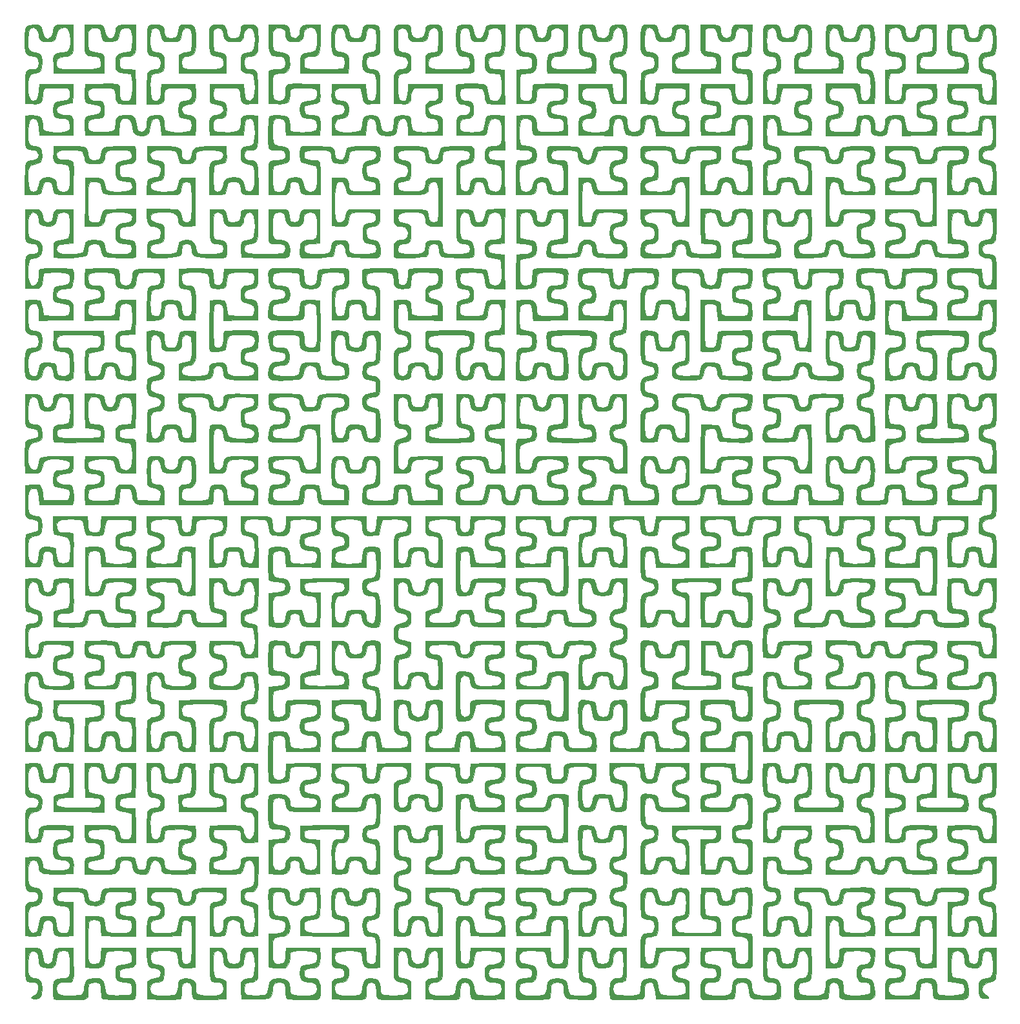
<source format=gbr>
%TF.GenerationSoftware,KiCad,Pcbnew,5.1.8*%
%TF.CreationDate,2021-01-06T22:13:21+01:00*%
%TF.ProjectId,split_3x_bottom,73706c69-745f-4337-985f-626f74746f6d,rev?*%
%TF.SameCoordinates,Original*%
%TF.FileFunction,Legend,Top*%
%TF.FilePolarity,Positive*%
%FSLAX46Y46*%
G04 Gerber Fmt 4.6, Leading zero omitted, Abs format (unit mm)*
G04 Created by KiCad (PCBNEW 5.1.8) date 2021-01-06 22:13:21*
%MOMM*%
%LPD*%
G01*
G04 APERTURE LIST*
%ADD10C,0.010000*%
%ADD11C,0.150000*%
G04 APERTURE END LIST*
D10*
%TO.C,G\u002A\u002A\u002A*%
G36*
X201294618Y-37423592D02*
G01*
X201427523Y-37832806D01*
X201489867Y-38204221D01*
X201490526Y-38233835D01*
X201597596Y-38572962D01*
X201869253Y-38760884D01*
X202231166Y-38766416D01*
X202487681Y-38652197D01*
X202730216Y-38420801D01*
X202821407Y-38090631D01*
X202827368Y-37918690D01*
X202897776Y-37448301D01*
X203129508Y-37149380D01*
X203553330Y-36997461D01*
X204026315Y-36965263D01*
X204428871Y-36980394D01*
X204715005Y-37051670D01*
X204904633Y-37217918D01*
X205017671Y-37517964D01*
X205074035Y-37990633D01*
X205093641Y-38674750D01*
X205095748Y-39050070D01*
X205086217Y-39837371D01*
X205040789Y-40396106D01*
X204941424Y-40764476D01*
X204770085Y-40980688D01*
X204508731Y-41082944D01*
X204139325Y-41109448D01*
X204123345Y-41109473D01*
X203651622Y-41212783D01*
X203357258Y-41503088D01*
X203260628Y-41950950D01*
X203307334Y-42288329D01*
X203399507Y-42585808D01*
X203539912Y-42742762D01*
X203812107Y-42820466D01*
X204080565Y-42855357D01*
X204441372Y-42909941D01*
X204705318Y-43003767D01*
X204887486Y-43174675D01*
X205002955Y-43460500D01*
X205066810Y-43899079D01*
X205094130Y-44528250D01*
X205099997Y-45385850D01*
X205100000Y-45412919D01*
X205100000Y-47392631D01*
X204173759Y-47392631D01*
X203556923Y-47364388D01*
X203158953Y-47255961D01*
X202935100Y-47031805D01*
X202840614Y-46656375D01*
X202827368Y-46323157D01*
X202805488Y-45887061D01*
X202712048Y-45588013D01*
X202505353Y-45400621D01*
X202143707Y-45299494D01*
X201585412Y-45259241D01*
X201071136Y-45253684D01*
X200330955Y-45264758D01*
X199817250Y-45310571D01*
X199489599Y-45410005D01*
X199307581Y-45581944D01*
X199230774Y-45845271D01*
X199217895Y-46119445D01*
X199253128Y-46503426D01*
X199341806Y-46768275D01*
X199385000Y-46816058D01*
X199601831Y-46884635D01*
X199991033Y-46951300D01*
X200354210Y-46991053D01*
X201156316Y-47058421D01*
X201328222Y-47601391D01*
X201428885Y-48043161D01*
X201396631Y-48432386D01*
X201328220Y-48670864D01*
X201221712Y-48963089D01*
X201094220Y-49126799D01*
X200869415Y-49208534D01*
X200470965Y-49254834D01*
X200354208Y-49264736D01*
X199896123Y-49318018D01*
X199536492Y-49386558D01*
X199385000Y-49439731D01*
X199282121Y-49634396D01*
X199224113Y-50005916D01*
X199217894Y-50193587D01*
X199231176Y-50544428D01*
X199301924Y-50778863D01*
X199476496Y-50925255D01*
X199801249Y-51011965D01*
X200322538Y-51067357D01*
X200688421Y-51093318D01*
X201525422Y-51100685D01*
X202162225Y-51000942D01*
X202225789Y-50981063D01*
X202760526Y-50801574D01*
X202827443Y-49961128D01*
X202905509Y-49398959D01*
X203028608Y-49061038D01*
X203094812Y-48990866D01*
X203327051Y-48928360D01*
X203732794Y-48894630D01*
X204164210Y-48895525D01*
X205033158Y-48930000D01*
X205070260Y-50920668D01*
X205079398Y-51794831D01*
X205060742Y-52437291D01*
X205001198Y-52883310D01*
X204887674Y-53168149D01*
X204707079Y-53327070D01*
X204446320Y-53395334D01*
X204146573Y-53408421D01*
X203681807Y-53500262D01*
X203387279Y-53746140D01*
X203298490Y-54101590D01*
X203371759Y-54378854D01*
X203532633Y-54604805D01*
X203807354Y-54729001D01*
X204136929Y-54782757D01*
X204479136Y-54835091D01*
X204729095Y-54928711D01*
X204901229Y-55101479D01*
X205009962Y-55391257D01*
X205069719Y-55835909D01*
X205094922Y-56473296D01*
X205100000Y-57310814D01*
X205100000Y-59290526D01*
X204102072Y-59290526D01*
X203504612Y-59266699D01*
X203125440Y-59174086D01*
X202918059Y-58980992D01*
X202835972Y-58655722D01*
X202827368Y-58421579D01*
X202743900Y-57930789D01*
X202503918Y-57635740D01*
X202187665Y-57554678D01*
X201825089Y-57597612D01*
X201608812Y-57760834D01*
X201482792Y-58103665D01*
X201438116Y-58348104D01*
X201356794Y-58767023D01*
X201235080Y-59039151D01*
X201020561Y-59195986D01*
X200660819Y-59269030D01*
X200103439Y-59289784D01*
X199869947Y-59290526D01*
X198683158Y-59290526D01*
X198683158Y-57100328D01*
X198682338Y-56255576D01*
X198693364Y-55641406D01*
X198736466Y-55221162D01*
X198831873Y-54958190D01*
X198999814Y-54815835D01*
X199260520Y-54757440D01*
X199634219Y-54746351D01*
X199981875Y-54747088D01*
X200420634Y-54725179D01*
X200673838Y-54644661D01*
X200821374Y-54478968D01*
X200828769Y-54465443D01*
X200922684Y-54080950D01*
X200827473Y-53731022D01*
X200572626Y-53509368D01*
X200522778Y-53493062D01*
X200186229Y-53443088D01*
X199692291Y-53416548D01*
X199118516Y-53412013D01*
X198542460Y-53428055D01*
X198041676Y-53463245D01*
X197693718Y-53516154D01*
X197604895Y-53546808D01*
X197411488Y-53756686D01*
X197346721Y-54144166D01*
X197346316Y-54189678D01*
X197308105Y-54651511D01*
X197164442Y-54951746D01*
X196871777Y-55122384D01*
X196386560Y-55195423D01*
X195963550Y-55205731D01*
X195467132Y-55194515D01*
X195080033Y-55164877D01*
X194875399Y-55122832D01*
X194864479Y-55115356D01*
X194788209Y-54939729D01*
X194697906Y-54597520D01*
X194656981Y-54398053D01*
X194567737Y-53982082D01*
X194451290Y-53702757D01*
X194258070Y-53532905D01*
X193938503Y-53445354D01*
X193443016Y-53412931D01*
X192851526Y-53408421D01*
X192208708Y-53414579D01*
X191775452Y-53439264D01*
X191494112Y-53491790D01*
X191307039Y-53581473D01*
X191196842Y-53675789D01*
X190979385Y-53933291D01*
X190959953Y-54145468D01*
X191124050Y-54428832D01*
X191340268Y-54615591D01*
X191711281Y-54733059D01*
X192090289Y-54786272D01*
X192623627Y-54876426D01*
X192956347Y-55048458D01*
X193132859Y-55355499D01*
X193197574Y-55850683D01*
X193202105Y-56116444D01*
X193180095Y-56704501D01*
X193086313Y-57081602D01*
X192879130Y-57302457D01*
X192516916Y-57421776D01*
X192170883Y-57471686D01*
X191724867Y-57535586D01*
X191381246Y-57608270D01*
X191248281Y-57656605D01*
X191046696Y-57926605D01*
X191011022Y-58288784D01*
X191118494Y-58562275D01*
X191230674Y-58677795D01*
X191400122Y-58753398D01*
X191679217Y-58797278D01*
X192120338Y-58817624D01*
X192775863Y-58822631D01*
X192783203Y-58822631D01*
X193503937Y-58808523D01*
X194037299Y-58768225D01*
X194350547Y-58704777D01*
X194408842Y-58671713D01*
X194522056Y-58449713D01*
X194615964Y-58084999D01*
X194633210Y-57975322D01*
X194728970Y-57537088D01*
X194907309Y-57253685D01*
X195216043Y-57097215D01*
X195702988Y-57039779D01*
X196227065Y-57045398D01*
X197279473Y-57084736D01*
X197279473Y-63367894D01*
X196210000Y-63402091D01*
X195683453Y-63404206D01*
X195249727Y-63379056D01*
X194987007Y-63331856D01*
X194959301Y-63318633D01*
X194830383Y-63125869D01*
X194706860Y-62768418D01*
X194657540Y-62549173D01*
X194542868Y-62132453D01*
X194388970Y-61816230D01*
X194311898Y-61730263D01*
X194058949Y-61646061D01*
X193618268Y-61591250D01*
X193067908Y-61566182D01*
X192485923Y-61571210D01*
X191950369Y-61606687D01*
X191539300Y-61672965D01*
X191406228Y-61717129D01*
X191072501Y-61980190D01*
X190969406Y-62331002D01*
X191050921Y-62609768D01*
X191224679Y-62777697D01*
X191566540Y-62891072D01*
X191990835Y-62955295D01*
X192569751Y-63051846D01*
X192930803Y-63218120D01*
X193123032Y-63508060D01*
X193195476Y-63975608D01*
X193202105Y-64287682D01*
X193170833Y-64901425D01*
X193049919Y-65302300D01*
X192798717Y-65540279D01*
X192376581Y-65665335D01*
X192049513Y-65704744D01*
X191588907Y-65762728D01*
X191313049Y-65856987D01*
X191139317Y-66023695D01*
X191072041Y-66132706D01*
X190947970Y-66406497D01*
X190986506Y-66599597D01*
X191121732Y-66767706D01*
X191260807Y-66891919D01*
X191445448Y-66972495D01*
X191731554Y-67018614D01*
X192175027Y-67039458D01*
X192805403Y-67044210D01*
X193502398Y-67037072D01*
X193980017Y-66999132D01*
X194286183Y-66905599D01*
X194468821Y-66731684D01*
X194575853Y-66452595D01*
X194647055Y-66091555D01*
X194812261Y-65608492D01*
X195130336Y-65314899D01*
X195635148Y-65185776D01*
X195889261Y-65174602D01*
X196550814Y-65233927D01*
X196997251Y-65431945D01*
X197253290Y-65789171D01*
X197343648Y-66326122D01*
X197344490Y-66382473D01*
X197373975Y-66653936D01*
X197486445Y-66840139D01*
X197723051Y-66956582D01*
X198124944Y-67018764D01*
X198733274Y-67042184D01*
X199101398Y-67044210D01*
X199858676Y-67027924D01*
X200386399Y-66970548D01*
X200720876Y-66859308D01*
X200898418Y-66681429D01*
X200955333Y-66424137D01*
X200955789Y-66391791D01*
X200890709Y-66066687D01*
X200670808Y-65852861D01*
X200259097Y-65729533D01*
X199685789Y-65678407D01*
X198750000Y-65640526D01*
X198750000Y-61228947D01*
X199838177Y-61190357D01*
X200485270Y-61188015D01*
X200918588Y-61254242D01*
X201188613Y-61416914D01*
X201345824Y-61703909D01*
X201428848Y-62068771D01*
X201514479Y-62522032D01*
X201611097Y-62771089D01*
X201764972Y-62876764D01*
X202022373Y-62899884D01*
X202061173Y-62900000D01*
X202494908Y-62833516D01*
X202737652Y-62608482D01*
X202825290Y-62186526D01*
X202827368Y-62080706D01*
X202874611Y-61654923D01*
X203043946Y-61379398D01*
X203376780Y-61225878D01*
X203914523Y-61166113D01*
X204173759Y-61162105D01*
X205100000Y-61162105D01*
X205100000Y-63213491D01*
X205093441Y-64088438D01*
X205064528Y-64731529D01*
X204999407Y-65178141D01*
X204884223Y-65463650D01*
X204705122Y-65623433D01*
X204448250Y-65692868D01*
X204123345Y-65707368D01*
X203666424Y-65802347D01*
X203381471Y-66056162D01*
X203303723Y-66422130D01*
X203378948Y-66693579D01*
X203539138Y-66932762D01*
X203790165Y-67030690D01*
X204051984Y-67044210D01*
X204574173Y-67140011D01*
X204832631Y-67311579D01*
X204936451Y-67436737D01*
X205009446Y-67600455D01*
X205056956Y-67848132D01*
X205084324Y-68225171D01*
X205096890Y-68776973D01*
X205099997Y-69548939D01*
X205100000Y-69584210D01*
X205100000Y-71589473D01*
X204102072Y-71589473D01*
X203510455Y-71568890D01*
X203136070Y-71476732D01*
X202930042Y-71267385D01*
X202843500Y-70895237D01*
X202827368Y-70399808D01*
X202804919Y-70011951D01*
X202710177Y-69744363D01*
X202502050Y-69575154D01*
X202139449Y-69482432D01*
X201581280Y-69444307D01*
X201022631Y-69438373D01*
X200292304Y-69451393D01*
X199788070Y-69503658D01*
X199469365Y-69614973D01*
X199295621Y-69805143D01*
X199226271Y-70093972D01*
X199217895Y-70319473D01*
X199270001Y-70764208D01*
X199455674Y-71032743D01*
X199818942Y-71161525D01*
X200267646Y-71188421D01*
X200770544Y-71217621D01*
X201079262Y-71333635D01*
X201263313Y-71579087D01*
X201356662Y-71856174D01*
X201422260Y-72403771D01*
X201324143Y-72878379D01*
X201221731Y-73156887D01*
X201096085Y-73320406D01*
X200875128Y-73412342D01*
X200486785Y-73476100D01*
X200290812Y-73500675D01*
X199830270Y-73578878D01*
X199479659Y-73677931D01*
X199324199Y-73768145D01*
X199239060Y-74056469D01*
X199225584Y-74450745D01*
X199278376Y-74824360D01*
X199378316Y-75038526D01*
X199586047Y-75113399D01*
X199990926Y-75165893D01*
X200523670Y-75196006D01*
X201114997Y-75203740D01*
X201695624Y-75189094D01*
X202196268Y-75152068D01*
X202547648Y-75092661D01*
X202666947Y-75038526D01*
X202758739Y-74820149D01*
X202816793Y-74438661D01*
X202827368Y-74179127D01*
X202860136Y-73667624D01*
X202988711Y-73337869D01*
X203258503Y-73152119D01*
X203714921Y-73072630D01*
X204173759Y-73060000D01*
X205100000Y-73060000D01*
X205100000Y-75065263D01*
X205097155Y-75846756D01*
X205085058Y-76406311D01*
X205058369Y-76789328D01*
X205011746Y-77041209D01*
X204939848Y-77207356D01*
X204837334Y-77333169D01*
X204832631Y-77337894D01*
X204495401Y-77539148D01*
X204164210Y-77605263D01*
X203754359Y-77706785D01*
X203417402Y-77963036D01*
X203238558Y-78301545D01*
X203228421Y-78401078D01*
X203283526Y-78721178D01*
X203383563Y-79002657D01*
X203531537Y-79226368D01*
X203764994Y-79324269D01*
X204098107Y-79343158D01*
X204478345Y-79366113D01*
X204748928Y-79460377D01*
X204928114Y-79664042D01*
X205034158Y-80015201D01*
X205085317Y-80551950D01*
X205099849Y-81312380D01*
X205100000Y-81433659D01*
X205091059Y-82228191D01*
X205051849Y-82793953D01*
X204963784Y-83169288D01*
X204808282Y-83392541D01*
X204566757Y-83502055D01*
X204220627Y-83536173D01*
X204080363Y-83537421D01*
X203460387Y-83486459D01*
X203064065Y-83325513D01*
X202864469Y-83037839D01*
X202827368Y-82758335D01*
X202756122Y-82189357D01*
X202553752Y-81824180D01*
X202237310Y-81680123D01*
X201847677Y-81763345D01*
X201627509Y-81924397D01*
X201498929Y-82207206D01*
X201436251Y-82551965D01*
X201353050Y-82958607D01*
X201239318Y-83257134D01*
X201183661Y-83330989D01*
X200914155Y-83447516D01*
X200472475Y-83537795D01*
X199953377Y-83590904D01*
X199451616Y-83595923D01*
X199158374Y-83564404D01*
X198683158Y-83475253D01*
X198683158Y-81801469D01*
X198694044Y-80933142D01*
X198739181Y-80296326D01*
X198837290Y-79855618D01*
X199007090Y-79575613D01*
X199267301Y-79420905D01*
X199636643Y-79356090D01*
X199981875Y-79345205D01*
X200494730Y-79294364D01*
X200797516Y-79118790D01*
X200933803Y-78778331D01*
X200953742Y-78449578D01*
X200946421Y-78196129D01*
X200905589Y-78004782D01*
X200798252Y-77866811D01*
X200591417Y-77773487D01*
X200252092Y-77716083D01*
X199747284Y-77685870D01*
X199043998Y-77674120D01*
X198109243Y-77672107D01*
X198014737Y-77672105D01*
X197057877Y-77673267D01*
X196335406Y-77683305D01*
X195814347Y-77712043D01*
X195461721Y-77769306D01*
X195244552Y-77864920D01*
X195129861Y-78008710D01*
X195084671Y-78210501D01*
X195076004Y-78480118D01*
X195075731Y-78547736D01*
X195122659Y-78958534D01*
X195298804Y-79203613D01*
X195650663Y-79319319D01*
X196093350Y-79343158D01*
X196536691Y-79364458D01*
X196814539Y-79452454D01*
X197027017Y-79643281D01*
X197069244Y-79695397D01*
X197187950Y-79873916D01*
X197267312Y-80087680D01*
X197315009Y-80391510D01*
X197338717Y-80840229D01*
X197346114Y-81488657D01*
X197346316Y-81673923D01*
X197331967Y-82517724D01*
X197288843Y-83097000D01*
X197216828Y-83413056D01*
X197185895Y-83460631D01*
X196931458Y-83571636D01*
X196516994Y-83613280D01*
X196019783Y-83594494D01*
X195517106Y-83524211D01*
X195086244Y-83411360D01*
X194804477Y-83264873D01*
X194742499Y-83178254D01*
X194687997Y-82945213D01*
X194620740Y-82589561D01*
X194614238Y-82551579D01*
X194496061Y-82075931D01*
X194316962Y-81815871D01*
X194035066Y-81720298D01*
X193929576Y-81716052D01*
X193533444Y-81829504D01*
X193284282Y-82152860D01*
X193202105Y-82634423D01*
X193142485Y-83001291D01*
X193001659Y-83267663D01*
X192741383Y-83403013D01*
X192303722Y-83515920D01*
X191778551Y-83591547D01*
X191255745Y-83615060D01*
X190992356Y-83599354D01*
X190595263Y-83554210D01*
X190557841Y-81765536D01*
X190548156Y-80905083D01*
X190571160Y-80275720D01*
X190642935Y-79841683D01*
X190779561Y-79567211D01*
X190997120Y-79416540D01*
X191311692Y-79353908D01*
X191647099Y-79343158D01*
X192231184Y-79279467D01*
X192600165Y-79076420D01*
X192777161Y-78716057D01*
X192801052Y-78446632D01*
X192738451Y-78087514D01*
X192525630Y-77843761D01*
X192125065Y-77691518D01*
X191499233Y-77606930D01*
X191477569Y-77605263D01*
X190595263Y-77538421D01*
X190595263Y-73126842D01*
X191754170Y-73126842D01*
X192287296Y-73136764D01*
X192714059Y-73163246D01*
X192967145Y-73201360D01*
X193004291Y-73218366D01*
X193068141Y-73391661D01*
X193139052Y-73745403D01*
X193187187Y-74087451D01*
X193253963Y-74538516D01*
X193330630Y-74891103D01*
X193382061Y-75031979D01*
X193557916Y-75108098D01*
X193933710Y-75162599D01*
X194442878Y-75195347D01*
X195018856Y-75206210D01*
X195595078Y-75195054D01*
X196104981Y-75161747D01*
X196481998Y-75106154D01*
X196651158Y-75038526D01*
X196760361Y-74789544D01*
X196805577Y-74405835D01*
X196782077Y-74013392D01*
X196699195Y-73758308D01*
X196514126Y-73648934D01*
X196154843Y-73550930D01*
X195865716Y-73505924D01*
X195297847Y-73427003D01*
X194945797Y-73314717D01*
X194758395Y-73121478D01*
X194684470Y-72799701D01*
X194672631Y-72396424D01*
X194710714Y-71816325D01*
X194851185Y-71451621D01*
X195133384Y-71257878D01*
X195596649Y-71190663D01*
X195742105Y-71188421D01*
X196291998Y-71127971D01*
X196630586Y-70928565D01*
X196789404Y-70563116D01*
X196811579Y-70269819D01*
X196791673Y-69935921D01*
X196703970Y-69707111D01*
X196506494Y-69563795D01*
X196157269Y-69486377D01*
X195614317Y-69455263D01*
X195056496Y-69450526D01*
X194318080Y-69461901D01*
X193805815Y-69511714D01*
X193478897Y-69623497D01*
X193296525Y-69820781D01*
X193217896Y-70127098D01*
X193202105Y-70520000D01*
X193165557Y-71013303D01*
X193026050Y-71330393D01*
X192738792Y-71507406D01*
X192258990Y-71580478D01*
X191876433Y-71589473D01*
X191258829Y-71556304D01*
X190859432Y-71431372D01*
X190634516Y-71176547D01*
X190540354Y-70753694D01*
X190528421Y-70413914D01*
X190504923Y-69971007D01*
X190418656Y-69717111D01*
X190269841Y-69588914D01*
X189997476Y-69515774D01*
X189556313Y-69470153D01*
X189022014Y-69451456D01*
X188470240Y-69459082D01*
X187976651Y-69492436D01*
X187616909Y-69550920D01*
X187480421Y-69610947D01*
X187379974Y-69837818D01*
X187324096Y-70209527D01*
X187320000Y-70341507D01*
X187387218Y-70804270D01*
X187612814Y-71073528D01*
X188032700Y-71183400D01*
X188213580Y-71190468D01*
X188591257Y-71234249D01*
X188827425Y-71399600D01*
X188982952Y-71745178D01*
X189047183Y-71993815D01*
X189104501Y-72373844D01*
X189147902Y-72912650D01*
X189176123Y-73539660D01*
X189187898Y-74184304D01*
X189181962Y-74776007D01*
X189157049Y-75244198D01*
X189111895Y-75518305D01*
X189110434Y-75522224D01*
X188938637Y-75640932D01*
X188587854Y-75714222D01*
X188142883Y-75740289D01*
X187688525Y-75717330D01*
X187309580Y-75643541D01*
X187139252Y-75564151D01*
X186967331Y-75301001D01*
X186830354Y-74805430D01*
X186787647Y-74547396D01*
X186714725Y-74097775D01*
X186642990Y-73763162D01*
X186592894Y-73625175D01*
X186425137Y-73580277D01*
X186087791Y-73553488D01*
X185904554Y-73550175D01*
X185462891Y-73586669D01*
X185203423Y-73730997D01*
X185080726Y-74035431D01*
X185049415Y-74534201D01*
X185002421Y-74976900D01*
X184887367Y-75351577D01*
X184839261Y-75436570D01*
X184692867Y-75596620D01*
X184487200Y-75686770D01*
X184149454Y-75726059D01*
X183702946Y-75733684D01*
X182774737Y-75733684D01*
X182774737Y-73671127D01*
X182780930Y-72797399D01*
X182807292Y-72155580D01*
X182865496Y-71710344D01*
X182967217Y-71426366D01*
X183124126Y-71268322D01*
X183347900Y-71200887D01*
X183595179Y-71188421D01*
X184092510Y-71127992D01*
X184382964Y-70923896D01*
X184503604Y-70541922D01*
X184512631Y-70341507D01*
X184477059Y-69948944D01*
X184388193Y-69661487D01*
X184352210Y-69610947D01*
X184122364Y-69526838D01*
X183638515Y-69473146D01*
X182912423Y-69451055D01*
X182757549Y-69450526D01*
X182018285Y-69462425D01*
X181505276Y-69513031D01*
X181177908Y-69624704D01*
X180995567Y-69819804D01*
X180917639Y-70120692D01*
X180903158Y-70471495D01*
X180873459Y-71016348D01*
X180750953Y-71350717D01*
X180485529Y-71523907D01*
X180027074Y-71585222D01*
X179766842Y-71589473D01*
X179210221Y-71558491D01*
X178867868Y-71438142D01*
X178691075Y-71187324D01*
X178631131Y-70764934D01*
X178628701Y-70629051D01*
X178575221Y-70025529D01*
X178416521Y-69653457D01*
X178210650Y-69511394D01*
X177903575Y-69460103D01*
X177435160Y-69433330D01*
X176877755Y-69429112D01*
X176303710Y-69445484D01*
X175785375Y-69480484D01*
X175395098Y-69532147D01*
X175211236Y-69592794D01*
X175084451Y-69833127D01*
X175023145Y-70235797D01*
X175021052Y-70331139D01*
X175085034Y-70795129D01*
X175302332Y-71065996D01*
X175710974Y-71179274D01*
X175938504Y-71188421D01*
X176298483Y-71254531D01*
X176543621Y-71393244D01*
X176765638Y-71781368D01*
X176844116Y-72294829D01*
X176766066Y-72825637D01*
X176728416Y-72929589D01*
X176590041Y-73200472D01*
X176399194Y-73362045D01*
X176071418Y-73469134D01*
X175815735Y-73522081D01*
X175087895Y-73661579D01*
X175046304Y-74239616D01*
X175035610Y-74620155D01*
X175093886Y-74884349D01*
X175260461Y-75053261D01*
X175574663Y-75147954D01*
X176075817Y-75189492D01*
X176803253Y-75198939D01*
X176837455Y-75198947D01*
X177559304Y-75191383D01*
X178055899Y-75151393D01*
X178369276Y-75053030D01*
X178541471Y-74870345D01*
X178614518Y-74577393D01*
X178630455Y-74148225D01*
X178630526Y-74092139D01*
X178680776Y-73602445D01*
X178857140Y-73289454D01*
X179198037Y-73124652D01*
X179741888Y-73079528D01*
X179985385Y-73086642D01*
X180836316Y-73126842D01*
X180836316Y-79811052D01*
X179919040Y-79789461D01*
X179435983Y-79758837D01*
X179054550Y-79699406D01*
X178858746Y-79624851D01*
X178767710Y-79422778D01*
X178677328Y-79044353D01*
X178619827Y-78668493D01*
X178555172Y-78224185D01*
X178484270Y-77893106D01*
X178432684Y-77763630D01*
X178246627Y-77706441D01*
X177863481Y-77664282D01*
X177353150Y-77638037D01*
X176785540Y-77628592D01*
X176230556Y-77636829D01*
X175758101Y-77663633D01*
X175438081Y-77709888D01*
X175388684Y-77725128D01*
X175154093Y-77850001D01*
X175047557Y-78046002D01*
X175021140Y-78406881D01*
X175021052Y-78444164D01*
X175071129Y-78933321D01*
X175247833Y-79214616D01*
X175590876Y-79333034D01*
X175816473Y-79345205D01*
X176180563Y-79373501D01*
X176434938Y-79439779D01*
X176449794Y-79448188D01*
X176661058Y-79712855D01*
X176802424Y-80134845D01*
X176844660Y-80607224D01*
X176822695Y-80812293D01*
X176682548Y-81290575D01*
X176465688Y-81545025D01*
X176160948Y-81615789D01*
X175822485Y-81660107D01*
X175434912Y-81765041D01*
X175149088Y-81895434D01*
X175043226Y-82081074D01*
X175047332Y-82392307D01*
X175109192Y-82725710D01*
X175277206Y-82898109D01*
X175555789Y-82991973D01*
X175866616Y-83035787D01*
X176329919Y-83058701D01*
X176874472Y-83062377D01*
X177429052Y-83048481D01*
X177922434Y-83018674D01*
X178283393Y-82974623D01*
X178435653Y-82924698D01*
X178499719Y-82755670D01*
X178572932Y-82415611D01*
X178607488Y-82200379D01*
X178755379Y-81683055D01*
X179040517Y-81373397D01*
X179494913Y-81248704D01*
X179933874Y-81259614D01*
X180462263Y-81366108D01*
X180770649Y-81578039D01*
X180895800Y-81926321D01*
X180903158Y-82074502D01*
X180942595Y-82487444D01*
X181089045Y-82765691D01*
X181384711Y-82937237D01*
X181871800Y-83030078D01*
X182396783Y-83065259D01*
X182983682Y-83072453D01*
X183527085Y-83049983D01*
X183925458Y-83002635D01*
X183978351Y-82990715D01*
X184304422Y-82867892D01*
X184449253Y-82668576D01*
X184486723Y-82456456D01*
X184412169Y-82047892D01*
X184121937Y-81759786D01*
X183652205Y-81622857D01*
X183496623Y-81615789D01*
X183235749Y-81599335D01*
X183046075Y-81526050D01*
X182917356Y-81360051D01*
X182839349Y-81065454D01*
X182801812Y-80606375D01*
X182794502Y-79946930D01*
X182804593Y-79191480D01*
X182841579Y-77137368D01*
X183663915Y-77138133D01*
X184296251Y-77182256D01*
X184710715Y-77335655D01*
X184945886Y-77631983D01*
X185040341Y-78104888D01*
X185047368Y-78344876D01*
X185088932Y-78869236D01*
X185241285Y-79177555D01*
X185545916Y-79312027D01*
X186004217Y-79317906D01*
X186304143Y-79283731D01*
X186506349Y-79199878D01*
X186642435Y-79016461D01*
X186743999Y-78683595D01*
X186842641Y-78151393D01*
X186877350Y-77939473D01*
X186985789Y-77271052D01*
X187754178Y-77149196D01*
X188344881Y-77092034D01*
X188760907Y-77144627D01*
X188874054Y-77187488D01*
X189225541Y-77347636D01*
X189165840Y-79180923D01*
X189127487Y-80056798D01*
X189070611Y-80699343D01*
X188984416Y-81142489D01*
X188858106Y-81420162D01*
X188680885Y-81566292D01*
X188441956Y-81614805D01*
X188391060Y-81615789D01*
X187819258Y-81693974D01*
X187461760Y-81926904D01*
X187321999Y-82312143D01*
X187320000Y-82375377D01*
X187363676Y-82682762D01*
X187527306Y-82891106D01*
X187859793Y-83034871D01*
X188410042Y-83148522D01*
X188419186Y-83150009D01*
X188745622Y-83231226D01*
X188926136Y-83393181D01*
X189048799Y-83721967D01*
X189065070Y-83781385D01*
X189143432Y-84426625D01*
X189067663Y-85085355D01*
X188907641Y-85523591D01*
X188654374Y-85715245D01*
X188309139Y-85760000D01*
X187777954Y-85817758D01*
X187461154Y-86006174D01*
X187328515Y-86347958D01*
X187320000Y-86503275D01*
X187361802Y-86849047D01*
X187526223Y-87037112D01*
X187662913Y-87100151D01*
X188068833Y-87200679D01*
X188393473Y-87230526D01*
X188643899Y-87265161D01*
X188830933Y-87391654D01*
X188965318Y-87643887D01*
X189057795Y-88055744D01*
X189119104Y-88661107D01*
X189159987Y-89493859D01*
X189165895Y-89667095D01*
X189225650Y-91502085D01*
X188848810Y-91645359D01*
X188457006Y-91718154D01*
X187933587Y-91716705D01*
X187752679Y-91698763D01*
X187236991Y-91580592D01*
X186935819Y-91352009D01*
X186803144Y-90962667D01*
X186785263Y-90640319D01*
X186668585Y-90240859D01*
X186352685Y-89981006D01*
X185964820Y-89904210D01*
X185460098Y-89970620D01*
X185163629Y-90185580D01*
X185047290Y-90572686D01*
X185043117Y-90677598D01*
X184996800Y-91134842D01*
X184837376Y-91429448D01*
X184520004Y-91596452D01*
X183999842Y-91670895D01*
X183758138Y-91681670D01*
X182841579Y-91708947D01*
X182804593Y-89654835D01*
X182798527Y-88789577D01*
X182813848Y-88114754D01*
X182849401Y-87655425D01*
X182904031Y-87436649D01*
X182906996Y-87432769D01*
X183116663Y-87317285D01*
X183483071Y-87221790D01*
X183662358Y-87195386D01*
X184147243Y-87090839D01*
X184414518Y-86890598D01*
X184507072Y-86559175D01*
X184508537Y-86495263D01*
X184485477Y-86221240D01*
X184388389Y-86033767D01*
X184175410Y-85916755D01*
X183804677Y-85854117D01*
X183234329Y-85829767D01*
X182769150Y-85826842D01*
X182025343Y-85839742D01*
X181508086Y-85891732D01*
X181177250Y-86002746D01*
X180992703Y-86192718D01*
X180914315Y-86481583D01*
X180901111Y-86754761D01*
X180851736Y-87169359D01*
X180674011Y-87419817D01*
X180315836Y-87554130D01*
X179983792Y-87599791D01*
X179339340Y-87589598D01*
X178903136Y-87413695D01*
X178672116Y-87070181D01*
X178630526Y-86759549D01*
X178577803Y-86330176D01*
X178395842Y-86037385D01*
X178048954Y-85859570D01*
X177501448Y-85775126D01*
X176979422Y-85760000D01*
X176398732Y-85777951D01*
X175868784Y-85825501D01*
X175487439Y-85893194D01*
X175434912Y-85909251D01*
X175150731Y-86038215D01*
X175043843Y-86221197D01*
X175047332Y-86544251D01*
X175087885Y-86834077D01*
X175194867Y-86996740D01*
X175440029Y-87094929D01*
X175756316Y-87163684D01*
X176173990Y-87260580D01*
X176491018Y-87358013D01*
X176584118Y-87400747D01*
X176726427Y-87625247D01*
X176817244Y-88026290D01*
X176847724Y-88516478D01*
X176809024Y-89008409D01*
X176766831Y-89206511D01*
X176645302Y-89564194D01*
X176478399Y-89743653D01*
X176178616Y-89830689D01*
X176120238Y-89840517D01*
X175560696Y-89957115D01*
X175222094Y-90104932D01*
X175058001Y-90314571D01*
X175021052Y-90565062D01*
X175114773Y-90946395D01*
X175279632Y-91102665D01*
X175526779Y-91163237D01*
X175959933Y-91206008D01*
X176505053Y-91230418D01*
X177088095Y-91235905D01*
X177635018Y-91221910D01*
X178071779Y-91187872D01*
X178324338Y-91133230D01*
X178337887Y-91125815D01*
X178458227Y-90936567D01*
X178566475Y-90580887D01*
X178606426Y-90362542D01*
X178731694Y-89883710D01*
X178971462Y-89581712D01*
X179369086Y-89428676D01*
X179967923Y-89396729D01*
X180101052Y-89401717D01*
X180836316Y-89436315D01*
X180872156Y-92611315D01*
X180907997Y-95786315D01*
X179990507Y-95786315D01*
X179352706Y-95745777D01*
X178936735Y-95608992D01*
X178707352Y-95353206D01*
X178629317Y-94955662D01*
X178628479Y-94906842D01*
X178572022Y-94479638D01*
X178367195Y-94214605D01*
X178050945Y-94056784D01*
X177623952Y-93963742D01*
X177037917Y-93922648D01*
X176396064Y-93933470D01*
X175801619Y-93996179D01*
X175514798Y-94057540D01*
X175187753Y-94167989D01*
X175052364Y-94313902D01*
X175039271Y-94588672D01*
X175046903Y-94687554D01*
X175077642Y-94936930D01*
X175154340Y-95102981D01*
X175329745Y-95218915D01*
X175656601Y-95317941D01*
X176187653Y-95433267D01*
X176252654Y-95446693D01*
X176569559Y-95631837D01*
X176768792Y-95982488D01*
X176850539Y-96424161D01*
X176814987Y-96882373D01*
X176662322Y-97282639D01*
X176392732Y-97550477D01*
X176247244Y-97604989D01*
X175696563Y-97730123D01*
X175353663Y-97826199D01*
X175167000Y-97929239D01*
X175085028Y-98075266D01*
X175056201Y-98300300D01*
X175046304Y-98444242D01*
X175035703Y-98821694D01*
X175094583Y-99083767D01*
X175262238Y-99251338D01*
X175577961Y-99345282D01*
X176081046Y-99386472D01*
X176810787Y-99395784D01*
X176837455Y-99395789D01*
X177559304Y-99388225D01*
X178055899Y-99348235D01*
X178369276Y-99249872D01*
X178541471Y-99067187D01*
X178614518Y-98774235D01*
X178630455Y-98345067D01*
X178630526Y-98288981D01*
X178692958Y-97780450D01*
X178903621Y-97459707D01*
X179297566Y-97295850D01*
X179801240Y-97256842D01*
X180353513Y-97307547D01*
X180694114Y-97484667D01*
X180863521Y-97825708D01*
X180903158Y-98277811D01*
X180915351Y-98728962D01*
X180980040Y-99038929D01*
X181139383Y-99234152D01*
X181435543Y-99341071D01*
X181910680Y-99386126D01*
X182606954Y-99395756D01*
X182685861Y-99395789D01*
X183418230Y-99387251D01*
X183924522Y-99349702D01*
X184245802Y-99265244D01*
X184423129Y-99115978D01*
X184497567Y-98884003D01*
X184510584Y-98600368D01*
X184471642Y-98158477D01*
X184318354Y-97904370D01*
X183988772Y-97763652D01*
X183777062Y-97719410D01*
X183382021Y-97643866D01*
X183107338Y-97554648D01*
X182931158Y-97406797D01*
X182831626Y-97155357D01*
X182786889Y-96755370D01*
X182775092Y-96161879D01*
X182774737Y-95657477D01*
X182782025Y-94856172D01*
X182816748Y-94283795D01*
X182898190Y-93902029D01*
X183045639Y-93672556D01*
X183278378Y-93557061D01*
X183615695Y-93517226D01*
X183853759Y-93513684D01*
X184442141Y-93587281D01*
X184822755Y-93819521D01*
X185014706Y-94227575D01*
X185047368Y-94586466D01*
X185074396Y-94950906D01*
X185190807Y-95148466D01*
X185413609Y-95263756D01*
X185821418Y-95343571D01*
X186234719Y-95310707D01*
X186560418Y-95183322D01*
X186699213Y-95012987D01*
X186762985Y-94730229D01*
X186836741Y-94339165D01*
X186846185Y-94283993D01*
X186981129Y-93874421D01*
X187247872Y-93632642D01*
X187694241Y-93527166D01*
X188013053Y-93515731D01*
X188504493Y-93550779D01*
X188803409Y-93684890D01*
X188980097Y-93968016D01*
X189064373Y-94262812D01*
X189142623Y-94779037D01*
X189174020Y-95393254D01*
X189162562Y-96035962D01*
X189112251Y-96637662D01*
X189027086Y-97128856D01*
X188911066Y-97440045D01*
X188879217Y-97480080D01*
X188720329Y-97544806D01*
X188384621Y-97638367D01*
X188098843Y-97705875D01*
X187386842Y-97863297D01*
X187345252Y-98438896D01*
X187337438Y-98839655D01*
X187409985Y-99110305D01*
X187604086Y-99275977D01*
X187960933Y-99361799D01*
X188521718Y-99392900D01*
X188913842Y-99395789D01*
X189619706Y-99377985D01*
X190109354Y-99326327D01*
X190358940Y-99243446D01*
X190368000Y-99235368D01*
X190460455Y-99016343D01*
X190518428Y-98635508D01*
X190528421Y-98387140D01*
X190568068Y-97872120D01*
X190715651Y-97537362D01*
X191014134Y-97347502D01*
X191506480Y-97267177D01*
X191901630Y-97256842D01*
X192397405Y-97269200D01*
X192701714Y-97319930D01*
X192889861Y-97429513D01*
X192993998Y-97553956D01*
X193133802Y-97887585D01*
X193201045Y-98311462D01*
X193202105Y-98364850D01*
X193216185Y-98781118D01*
X193286472Y-99067169D01*
X193455038Y-99247332D01*
X193763952Y-99345937D01*
X194255285Y-99387312D01*
X194971108Y-99395788D01*
X194984809Y-99395789D01*
X195717177Y-99387251D01*
X196223470Y-99349702D01*
X196544749Y-99265244D01*
X196722077Y-99115978D01*
X196796514Y-98884003D01*
X196809532Y-98600368D01*
X196777829Y-98191836D01*
X196649227Y-97943989D01*
X196366930Y-97803149D01*
X195874141Y-97715638D01*
X195873280Y-97715528D01*
X195303441Y-97628579D01*
X194949502Y-97513916D01*
X194760661Y-97324984D01*
X194686114Y-97015226D01*
X194674678Y-96617138D01*
X194695967Y-96163488D01*
X194748624Y-95804000D01*
X194797180Y-95662835D01*
X194994989Y-95540925D01*
X195385571Y-95432324D01*
X195748747Y-95374517D01*
X196293587Y-95280976D01*
X196619772Y-95135977D01*
X196775420Y-94905881D01*
X196809532Y-94632947D01*
X196765356Y-94366123D01*
X196604090Y-94180507D01*
X196289362Y-94063178D01*
X195784795Y-94001214D01*
X195054017Y-93981695D01*
X194975912Y-93981579D01*
X194252579Y-93996392D01*
X193754931Y-94055408D01*
X193442218Y-94180492D01*
X193273691Y-94393510D01*
X193208601Y-94716327D01*
X193202105Y-94933370D01*
X193160840Y-95305774D01*
X193009874Y-95554726D01*
X192708449Y-95702699D01*
X192215808Y-95772165D01*
X191655188Y-95786315D01*
X190528421Y-95786315D01*
X190528421Y-93594829D01*
X190528211Y-92749627D01*
X190539389Y-92135082D01*
X190579661Y-91714560D01*
X190666736Y-91451422D01*
X190818322Y-91309035D01*
X191052127Y-91250761D01*
X191385859Y-91239964D01*
X191666121Y-91241052D01*
X192270274Y-91174821D01*
X192649042Y-90978176D01*
X192797028Y-90654187D01*
X192799005Y-90596503D01*
X192747536Y-90297749D01*
X192569752Y-90100662D01*
X192220791Y-89979979D01*
X191655789Y-89910438D01*
X191569589Y-89904210D01*
X190595263Y-89837368D01*
X190595263Y-85425789D01*
X191683440Y-85387199D01*
X192351170Y-85388647D01*
X192796615Y-85463662D01*
X193059784Y-85633970D01*
X193180686Y-85921299D01*
X193202105Y-86211892D01*
X193294810Y-86706218D01*
X193546868Y-87028238D01*
X193919191Y-87144816D01*
X194232715Y-87085597D01*
X194427313Y-86952238D01*
X194547650Y-86685192D01*
X194618213Y-86296199D01*
X194701122Y-85874236D01*
X194848564Y-85599363D01*
X195109433Y-85444248D01*
X195532625Y-85381559D01*
X196167032Y-85383964D01*
X196245084Y-85386775D01*
X197279473Y-85425789D01*
X197317850Y-87364210D01*
X197334476Y-88246110D01*
X197335846Y-88896023D01*
X197309168Y-89349318D01*
X197241650Y-89641366D01*
X197120499Y-89807537D01*
X196932922Y-89883200D01*
X196666128Y-89903725D01*
X196399191Y-89904210D01*
X195767074Y-89936176D01*
X195359673Y-90044271D01*
X195140664Y-90246796D01*
X195073723Y-90562048D01*
X195073684Y-90571968D01*
X195112239Y-90796214D01*
X195246757Y-90967375D01*
X195505519Y-91090974D01*
X195916808Y-91172534D01*
X196508903Y-91217575D01*
X197310086Y-91231622D01*
X198348639Y-91220194D01*
X198389508Y-91219403D01*
X199276509Y-91198584D01*
X199931312Y-91169720D01*
X200389086Y-91123614D01*
X200684998Y-91051067D01*
X200854217Y-90942881D01*
X200931911Y-90789859D01*
X200953248Y-90582804D01*
X200953742Y-90548759D01*
X200843345Y-90208623D01*
X200502550Y-89994754D01*
X199928004Y-89905312D01*
X199776504Y-89902163D01*
X199328667Y-89882898D01*
X198979385Y-89835460D01*
X198846750Y-89791839D01*
X198779479Y-89679304D01*
X198734494Y-89421293D01*
X198709938Y-88986731D01*
X198703955Y-88344541D01*
X198713065Y-87554675D01*
X198750000Y-85425789D01*
X199682993Y-85385562D01*
X200198566Y-85375297D01*
X200641017Y-85387526D01*
X200906213Y-85418177D01*
X201160963Y-85604976D01*
X201364927Y-85976141D01*
X201478906Y-86448920D01*
X201490526Y-86651762D01*
X201598910Y-86973692D01*
X201872017Y-87152791D01*
X202231778Y-87158205D01*
X202487681Y-87045881D01*
X202727140Y-86819833D01*
X202819802Y-86498788D01*
X202827368Y-86301204D01*
X202872355Y-85865518D01*
X203035399Y-85583733D01*
X203358626Y-85426369D01*
X203884158Y-85363945D01*
X204173759Y-85358947D01*
X205100000Y-85358947D01*
X205100000Y-87364210D01*
X205097155Y-88145703D01*
X205085058Y-88705258D01*
X205058369Y-89088275D01*
X205011746Y-89340157D01*
X204939848Y-89506303D01*
X204837334Y-89632117D01*
X204832631Y-89636842D01*
X204448835Y-89853371D01*
X204100450Y-89904210D01*
X203704256Y-89970450D01*
X203439175Y-90205176D01*
X203416654Y-90238421D01*
X203290448Y-90611915D01*
X203408541Y-90931954D01*
X203748900Y-91168613D01*
X204183675Y-91280182D01*
X204510458Y-91338903D01*
X204748853Y-91439779D01*
X204912716Y-91621012D01*
X205015902Y-91920806D01*
X205072268Y-92377364D01*
X205095670Y-93028888D01*
X205100000Y-93806603D01*
X205100000Y-95786315D01*
X204197631Y-95782064D01*
X203568815Y-95750163D01*
X203160706Y-95642560D01*
X202930843Y-95430757D01*
X202836764Y-95086254D01*
X202827368Y-94862388D01*
X202805009Y-94494367D01*
X202694925Y-94287789D01*
X202432602Y-94137740D01*
X202363767Y-94108441D01*
X201858185Y-93979682D01*
X201208287Y-93924072D01*
X200526879Y-93941458D01*
X199926770Y-94031689D01*
X199672788Y-94112080D01*
X199362789Y-94270384D01*
X199242421Y-94454568D01*
X199242608Y-94747080D01*
X199287468Y-95009635D01*
X199405145Y-95156733D01*
X199668176Y-95244463D01*
X199953158Y-95296505D01*
X200407492Y-95373884D01*
X200794157Y-95442109D01*
X200917578Y-95464955D01*
X201176178Y-95638827D01*
X201349339Y-95998899D01*
X201416934Y-96472103D01*
X201358839Y-96985372D01*
X201347846Y-97027109D01*
X201238053Y-97348714D01*
X201136675Y-97527104D01*
X201116611Y-97538640D01*
X200945514Y-97567636D01*
X200589962Y-97629357D01*
X200153684Y-97705745D01*
X199284737Y-97858421D01*
X199243146Y-98436458D01*
X199232688Y-98818937D01*
X199292184Y-99083813D01*
X199461143Y-99252511D01*
X199779077Y-99346456D01*
X200285497Y-99387073D01*
X201012263Y-99395789D01*
X201806418Y-99380063D01*
X202351012Y-99333356D01*
X202638758Y-99256375D01*
X202666947Y-99235368D01*
X202759402Y-99016343D01*
X202817376Y-98635508D01*
X202827368Y-98387140D01*
X202866624Y-97873368D01*
X203013044Y-97539009D01*
X203309613Y-97348878D01*
X203799311Y-97267791D01*
X204208158Y-97256842D01*
X205100000Y-97256842D01*
X205100000Y-99321367D01*
X205098213Y-100107642D01*
X205089070Y-100669960D01*
X205066896Y-101051724D01*
X205026016Y-101296339D01*
X204960757Y-101447211D01*
X204865443Y-101547744D01*
X204802886Y-101593998D01*
X204451403Y-101745237D01*
X204075203Y-101802105D01*
X203646044Y-101912465D01*
X203358350Y-102199734D01*
X203241251Y-102598197D01*
X203323879Y-103042138D01*
X203436528Y-103242886D01*
X203729235Y-103480426D01*
X204104949Y-103540000D01*
X204572502Y-103636051D01*
X204832631Y-103807368D01*
X204936451Y-103932527D01*
X205009446Y-104096244D01*
X205056956Y-104343922D01*
X205084324Y-104720961D01*
X205096890Y-105272763D01*
X205099997Y-106044729D01*
X205100000Y-106080000D01*
X205100000Y-108085263D01*
X204184930Y-108085263D01*
X203561486Y-108050503D01*
X203156941Y-107923765D01*
X202929257Y-107671364D01*
X202836396Y-107259611D01*
X202827368Y-106997393D01*
X202772202Y-106441015D01*
X202593809Y-106106383D01*
X202272843Y-105968883D01*
X202019362Y-105969214D01*
X201744771Y-106011157D01*
X201596768Y-106117779D01*
X201520067Y-106361946D01*
X201475190Y-106686404D01*
X201387747Y-107292443D01*
X201268262Y-107696750D01*
X201067546Y-107936989D01*
X200736406Y-108050826D01*
X200225652Y-108075924D01*
X199682993Y-108058648D01*
X198750000Y-108018421D01*
X198713065Y-105889534D01*
X198703780Y-105031693D01*
X198711380Y-104409722D01*
X198737721Y-103992545D01*
X198784661Y-103749086D01*
X198846750Y-103652371D01*
X199068119Y-103592228D01*
X199457465Y-103552021D01*
X199776504Y-103542047D01*
X200364279Y-103491523D01*
X200733412Y-103327747D01*
X200917303Y-103026686D01*
X200953742Y-102694924D01*
X200933865Y-102352330D01*
X200849017Y-102118781D01*
X200655524Y-101971228D01*
X200309709Y-101886619D01*
X199767898Y-101841904D01*
X199303052Y-101823738D01*
X198540251Y-101810222D01*
X198004441Y-101839185D01*
X197656385Y-101928455D01*
X197456846Y-102095862D01*
X197366584Y-102359235D01*
X197346316Y-102712852D01*
X197300908Y-103178947D01*
X197185226Y-103561441D01*
X197138209Y-103643938D01*
X196996944Y-103800182D01*
X196799916Y-103890067D01*
X196476936Y-103931167D01*
X195957815Y-103941052D01*
X195951420Y-103941052D01*
X195352357Y-103916660D01*
X194966747Y-103846523D01*
X194841058Y-103773947D01*
X194753111Y-103553762D01*
X194668664Y-103167779D01*
X194626532Y-102871579D01*
X194523658Y-102342099D01*
X194364824Y-102015665D01*
X194315239Y-101969210D01*
X194043478Y-101879342D01*
X193536192Y-101822535D01*
X192823567Y-101802120D01*
X192801052Y-101802105D01*
X192079023Y-101821503D01*
X191569292Y-101877739D01*
X191298330Y-101967870D01*
X191296552Y-101969210D01*
X191057888Y-102303468D01*
X190993156Y-102744037D01*
X191098980Y-103138947D01*
X191242828Y-103337739D01*
X191469543Y-103458213D01*
X191856749Y-103534233D01*
X192060188Y-103558302D01*
X192624894Y-103659978D01*
X192972036Y-103848836D01*
X193148650Y-104173681D01*
X193201773Y-104683318D01*
X193202105Y-104743158D01*
X193161753Y-105264016D01*
X193008992Y-105597681D01*
X192696264Y-105791617D01*
X192176011Y-105893291D01*
X192035595Y-105907394D01*
X191573416Y-105960965D01*
X191303296Y-106039017D01*
X191150120Y-106176222D01*
X191058614Y-106358339D01*
X190976411Y-106877015D01*
X191026307Y-107109259D01*
X191117120Y-107313454D01*
X191267561Y-107441554D01*
X191545541Y-107526646D01*
X192018970Y-107601817D01*
X192044364Y-107605280D01*
X192823263Y-107659570D01*
X193573519Y-107623572D01*
X193705441Y-107605280D01*
X194472105Y-107483684D01*
X194583873Y-106815263D01*
X194660545Y-106364034D01*
X194727307Y-105983271D01*
X194749516Y-105862026D01*
X194845221Y-105657618D01*
X195068077Y-105523073D01*
X195459784Y-105446387D01*
X196062042Y-105415552D01*
X196307716Y-105413404D01*
X196790549Y-105420377D01*
X197070355Y-105456887D01*
X197211296Y-105542636D01*
X197277533Y-105697328D01*
X197281305Y-105712368D01*
X197301500Y-105931871D01*
X197316034Y-106374533D01*
X197324407Y-106996198D01*
X197326119Y-107752707D01*
X197320670Y-108599901D01*
X197317273Y-108887368D01*
X197279473Y-111761579D01*
X196210000Y-111795775D01*
X195683453Y-111797891D01*
X195249727Y-111772740D01*
X194987007Y-111725540D01*
X194959301Y-111712317D01*
X194829768Y-111519342D01*
X194705788Y-111162313D01*
X194657334Y-110948364D01*
X194559458Y-110541251D01*
X194447952Y-110240855D01*
X194397377Y-110162875D01*
X194206964Y-110103349D01*
X193801513Y-110058661D01*
X193233146Y-110033130D01*
X192779742Y-110028915D01*
X192118827Y-110036430D01*
X191673289Y-110058810D01*
X191391221Y-110104147D01*
X191220718Y-110180534D01*
X191115398Y-110288413D01*
X190946913Y-110618852D01*
X191002476Y-110919202D01*
X191112036Y-111091198D01*
X191320675Y-111253452D01*
X191694085Y-111354364D01*
X192124351Y-111400885D01*
X192623408Y-111464202D01*
X192940794Y-111600920D01*
X193116347Y-111862080D01*
X193189904Y-112298719D01*
X193202105Y-112781702D01*
X193173092Y-113344698D01*
X193053875Y-113700346D01*
X192796191Y-113905358D01*
X192351774Y-114016445D01*
X192126504Y-114045533D01*
X191601305Y-114133452D01*
X191277932Y-114266614D01*
X191125097Y-114415988D01*
X190959407Y-114702780D01*
X190980438Y-114914957D01*
X191196842Y-115170526D01*
X191357033Y-115296504D01*
X191572319Y-115375994D01*
X191902577Y-115419137D01*
X192407682Y-115436075D01*
X192775501Y-115437894D01*
X193491097Y-115423836D01*
X193985676Y-115367414D01*
X194304767Y-115247254D01*
X194493894Y-115041984D01*
X194598586Y-114730231D01*
X194627392Y-114568508D01*
X194711171Y-114156380D01*
X194845612Y-113900053D01*
X195087556Y-113762967D01*
X195493843Y-113708562D01*
X195977684Y-113700000D01*
X196598426Y-113725418D01*
X196999960Y-113822936D01*
X197227404Y-114024450D01*
X197325880Y-114361857D01*
X197342064Y-114664507D01*
X197376301Y-114983669D01*
X197498132Y-115204953D01*
X197745814Y-115343027D01*
X198157606Y-115412557D01*
X198771764Y-115428208D01*
X199303052Y-115416261D01*
X199997135Y-115382823D01*
X200466486Y-115324161D01*
X200753623Y-115223002D01*
X200901064Y-115062069D01*
X200951327Y-114824088D01*
X200953742Y-114745601D01*
X200837989Y-114407365D01*
X200500350Y-114186962D01*
X199965984Y-114099976D01*
X199910188Y-114099227D01*
X199463125Y-114098812D01*
X199139389Y-114075930D01*
X198919912Y-113993612D01*
X198785630Y-113814890D01*
X198717476Y-113502798D01*
X198696386Y-113020366D01*
X198703294Y-112330627D01*
X198713346Y-111778562D01*
X198750000Y-109622631D01*
X199784390Y-109583617D01*
X200450952Y-109577240D01*
X200900976Y-109635650D01*
X201182583Y-109785669D01*
X201343892Y-110054118D01*
X201433025Y-110467820D01*
X201438134Y-110505391D01*
X201578037Y-111040836D01*
X201818078Y-111338784D01*
X202148161Y-111392143D01*
X202487681Y-111242723D01*
X202730216Y-111011328D01*
X202821407Y-110681157D01*
X202827368Y-110509216D01*
X202882021Y-110068813D01*
X203071247Y-109781008D01*
X203432951Y-109619629D01*
X204005037Y-109558503D01*
X204208158Y-109555789D01*
X205100000Y-109555789D01*
X205100000Y-111535501D01*
X205094323Y-112393414D01*
X205068055Y-113022246D01*
X205007340Y-113460201D01*
X204898322Y-113745480D01*
X204727145Y-113916288D01*
X204479953Y-114010827D01*
X204183675Y-114061922D01*
X203683377Y-114215707D01*
X203376209Y-114498058D01*
X203292087Y-114876628D01*
X203314256Y-115001990D01*
X203388613Y-115186918D01*
X203535536Y-115309899D01*
X203818277Y-115401880D01*
X204300089Y-115493809D01*
X204329691Y-115498816D01*
X204716872Y-115625745D01*
X204957682Y-115823647D01*
X204964691Y-115835911D01*
X205013085Y-116055809D01*
X205053823Y-116487689D01*
X205083502Y-117076198D01*
X205098718Y-117765983D01*
X205100000Y-118035948D01*
X205100000Y-119983158D01*
X204173759Y-119983158D01*
X203550378Y-119951260D01*
X203147081Y-119836372D01*
X202922133Y-119609697D01*
X202833800Y-119242441D01*
X202827368Y-119054188D01*
X202802198Y-118713668D01*
X202699496Y-118478645D01*
X202478475Y-118330084D01*
X202098348Y-118248948D01*
X201518330Y-118216199D01*
X201022631Y-118211842D01*
X200287945Y-118224914D01*
X199780191Y-118274574D01*
X199459754Y-118376483D01*
X199287018Y-118546303D01*
X199222367Y-118799697D01*
X199217895Y-118925349D01*
X199304969Y-119270935D01*
X199582571Y-119483106D01*
X200075269Y-119576656D01*
X200312001Y-119584152D01*
X200802591Y-119618976D01*
X201100845Y-119753986D01*
X201277475Y-120041483D01*
X201367356Y-120364760D01*
X201411168Y-120776364D01*
X201394846Y-121255029D01*
X201329185Y-121701040D01*
X201224982Y-122014681D01*
X201182310Y-122073829D01*
X201025855Y-122124802D01*
X200682361Y-122193412D01*
X200282178Y-122256523D01*
X199737754Y-122350019D01*
X199412738Y-122464009D01*
X199259531Y-122632852D01*
X199230533Y-122890908D01*
X199240864Y-123008188D01*
X199406791Y-123345822D01*
X199808964Y-123574705D01*
X200438007Y-123691702D01*
X201284545Y-123693679D01*
X201290780Y-123693307D01*
X201961955Y-123631934D01*
X202408764Y-123525908D01*
X202673609Y-123348474D01*
X202798891Y-123072874D01*
X202827368Y-122723684D01*
X202867849Y-122312197D01*
X203019449Y-122051622D01*
X203327405Y-121910676D01*
X203836955Y-121858073D01*
X204083876Y-121854736D01*
X204540690Y-121874325D01*
X204805559Y-121947528D01*
X204951987Y-122096000D01*
X204961612Y-122113316D01*
X205016134Y-122344723D01*
X205060539Y-122779766D01*
X205090066Y-123354765D01*
X205100000Y-123964176D01*
X205088530Y-124745094D01*
X205041147Y-125297783D01*
X204938387Y-125660874D01*
X204760787Y-125872999D01*
X204488885Y-125972791D01*
X204103217Y-125998882D01*
X204074879Y-125998947D01*
X203701112Y-126030474D01*
X203490955Y-126157776D01*
X203383563Y-126339448D01*
X203248724Y-126861081D01*
X203328790Y-127297849D01*
X203600315Y-127604332D01*
X204039852Y-127735111D01*
X204104949Y-127736842D01*
X204572502Y-127832893D01*
X204832631Y-128004210D01*
X204936451Y-128129369D01*
X205009446Y-128293086D01*
X205056956Y-128540764D01*
X205084324Y-128917803D01*
X205096890Y-129469605D01*
X205099997Y-130241571D01*
X205100000Y-130276842D01*
X205100000Y-132282105D01*
X204173759Y-132282105D01*
X203556378Y-132253512D01*
X203157948Y-132144518D01*
X202933967Y-131920304D01*
X202839932Y-131546047D01*
X202827368Y-131228633D01*
X202775870Y-130661733D01*
X202607847Y-130317598D01*
X202303008Y-130169544D01*
X202019362Y-130166056D01*
X201744771Y-130207999D01*
X201596768Y-130314621D01*
X201520067Y-130558788D01*
X201475190Y-130883246D01*
X201387747Y-131489285D01*
X201268262Y-131893592D01*
X201067546Y-132133832D01*
X200736406Y-132247668D01*
X200225652Y-132272766D01*
X199682993Y-132255490D01*
X198750000Y-132215263D01*
X198750000Y-127803684D01*
X199724325Y-127736842D01*
X200307797Y-127676238D01*
X200673156Y-127568272D01*
X200869377Y-127377821D01*
X200945437Y-127069765D01*
X200953742Y-126855193D01*
X200938581Y-126575737D01*
X200868333Y-126364494D01*
X200710552Y-126212092D01*
X200432790Y-126109157D01*
X200002602Y-126046318D01*
X199387539Y-126014201D01*
X198555156Y-126003435D01*
X198004210Y-126003199D01*
X197047448Y-126008269D01*
X196325155Y-126026529D01*
X195804450Y-126068167D01*
X195452452Y-126143373D01*
X195236277Y-126262337D01*
X195123046Y-126435250D01*
X195079874Y-126672300D01*
X195073684Y-126911350D01*
X195115039Y-127294686D01*
X195268401Y-127540986D01*
X195577715Y-127677618D01*
X196086927Y-127731949D01*
X196399191Y-127736842D01*
X196735570Y-127739027D01*
X196982898Y-127769165D01*
X197153969Y-127862623D01*
X197261574Y-128054772D01*
X197318505Y-128380983D01*
X197337556Y-128876624D01*
X197331519Y-129577066D01*
X197317850Y-130276842D01*
X197279473Y-132215263D01*
X196245084Y-132254277D01*
X195589668Y-132263822D01*
X195151009Y-132212468D01*
X194880095Y-132068509D01*
X194727912Y-131800239D01*
X194645447Y-131375949D01*
X194626302Y-131207072D01*
X194569408Y-130754530D01*
X194508375Y-130408993D01*
X194465076Y-130265469D01*
X194281185Y-130175560D01*
X193961944Y-130146240D01*
X193631975Y-130175622D01*
X193415894Y-130261821D01*
X193399696Y-130281591D01*
X193336649Y-130480204D01*
X193259659Y-130855622D01*
X193198451Y-131238480D01*
X193110691Y-131688724D01*
X192999758Y-132030280D01*
X192908487Y-132170296D01*
X192698899Y-132219710D01*
X192299968Y-132248808D01*
X191789277Y-132252649D01*
X191664737Y-132249460D01*
X190595263Y-132215263D01*
X190595263Y-127803684D01*
X191477569Y-127736842D01*
X192107822Y-127654722D01*
X192512620Y-127506035D01*
X192730673Y-127265493D01*
X192800687Y-126907809D01*
X192801052Y-126872245D01*
X192712658Y-126429575D01*
X192435142Y-126148319D01*
X191950007Y-126014700D01*
X191628370Y-125998947D01*
X191233036Y-125980913D01*
X190945294Y-125902629D01*
X190748240Y-125727826D01*
X190624970Y-125420234D01*
X190558583Y-124943580D01*
X190532173Y-124261597D01*
X190528421Y-123638736D01*
X190530979Y-122868332D01*
X190557495Y-122328374D01*
X190636227Y-121981978D01*
X190795433Y-121792257D01*
X191063375Y-121722324D01*
X191468310Y-121735294D01*
X191948794Y-121784748D01*
X192559439Y-121887581D01*
X192945515Y-122057845D01*
X193147072Y-122324733D01*
X193204152Y-122699812D01*
X193253755Y-123135962D01*
X193436091Y-123404516D01*
X193781686Y-123584268D01*
X194214698Y-123677250D01*
X194801336Y-123713487D01*
X195434256Y-123694381D01*
X196006117Y-123621335D01*
X196276842Y-123551665D01*
X196613859Y-123387256D01*
X196762963Y-123149891D01*
X196788609Y-123008188D01*
X196791879Y-122711755D01*
X196688167Y-122515952D01*
X196429961Y-122386665D01*
X195969748Y-122289781D01*
X195740319Y-122255537D01*
X195284208Y-122167583D01*
X194936746Y-122057309D01*
X194787263Y-121962171D01*
X194730249Y-121745373D01*
X194689609Y-121349722D01*
X194674678Y-120895075D01*
X194703564Y-120287022D01*
X194817850Y-119897028D01*
X195053944Y-119680310D01*
X195448253Y-119592085D01*
X195742105Y-119582105D01*
X196316456Y-119510724D01*
X196670002Y-119293796D01*
X196808872Y-118927146D01*
X196811579Y-118853662D01*
X196773104Y-118592288D01*
X196632102Y-118410977D01*
X196350202Y-118296258D01*
X195889037Y-118234662D01*
X195210236Y-118212716D01*
X194983435Y-118211842D01*
X194259881Y-118224478D01*
X193761958Y-118276520D01*
X193448545Y-118389167D01*
X193278525Y-118583616D01*
X193210780Y-118881067D01*
X193202105Y-119130212D01*
X193148456Y-119529616D01*
X192961276Y-119787903D01*
X192601210Y-119930181D01*
X192028908Y-119981558D01*
X191865263Y-119983158D01*
X191243561Y-119950280D01*
X190841917Y-119832720D01*
X190619010Y-119602085D01*
X190533524Y-119229985D01*
X190528421Y-119064556D01*
X190466246Y-118600762D01*
X190255796Y-118341196D01*
X189861187Y-118247485D01*
X189762225Y-118245263D01*
X189489771Y-118262727D01*
X189326227Y-118355668D01*
X189225325Y-118584911D01*
X189140795Y-119011282D01*
X189129901Y-119076492D01*
X188987096Y-119562472D01*
X188724056Y-119846647D01*
X188289830Y-119969534D01*
X187989806Y-119983158D01*
X187460062Y-119964373D01*
X187136077Y-119879507D01*
X186957259Y-119685790D01*
X186863016Y-119340453D01*
X186838044Y-119170176D01*
X186751506Y-118756197D01*
X186630202Y-118446749D01*
X186567412Y-118364569D01*
X186340422Y-118289180D01*
X185919475Y-118238640D01*
X185376797Y-118212632D01*
X184784612Y-118210838D01*
X184215145Y-118232940D01*
X183740621Y-118278620D01*
X183433264Y-118347562D01*
X183376727Y-118378605D01*
X183203126Y-118675802D01*
X183208260Y-119049186D01*
X183385864Y-119372030D01*
X183662907Y-119515101D01*
X184064367Y-119581260D01*
X184113547Y-119582105D01*
X184557838Y-119655670D01*
X184848235Y-119895439D01*
X185004658Y-120330018D01*
X185047368Y-120923142D01*
X185005818Y-121508330D01*
X184853714Y-121890588D01*
X184549880Y-122125196D01*
X184053138Y-122267434D01*
X184044863Y-122268987D01*
X183557733Y-122395848D01*
X183291709Y-122576328D01*
X183200722Y-122853854D01*
X183208000Y-123057894D01*
X183368155Y-123362533D01*
X183768290Y-123573020D01*
X184396902Y-123685978D01*
X185242485Y-123698028D01*
X185368049Y-123691990D01*
X185979300Y-123640711D01*
X186378208Y-123541471D01*
X186619618Y-123356096D01*
X186758375Y-123046408D01*
X186834270Y-122671408D01*
X186936717Y-122294100D01*
X187083946Y-122022809D01*
X187114055Y-121992917D01*
X187400460Y-121876070D01*
X187822001Y-121830193D01*
X188277832Y-121851122D01*
X188667106Y-121934695D01*
X188881670Y-122065889D01*
X189036078Y-122433887D01*
X189133412Y-122985275D01*
X189174116Y-123642335D01*
X189158636Y-124327351D01*
X189087419Y-124962603D01*
X188960910Y-125470375D01*
X188860950Y-125678032D01*
X188625780Y-125911471D01*
X188273745Y-125995610D01*
X188145760Y-125998947D01*
X187691950Y-126054868D01*
X187433902Y-126252655D01*
X187328817Y-126637343D01*
X187320000Y-126867894D01*
X187375922Y-127351238D01*
X187565893Y-127626217D01*
X187923218Y-127732130D01*
X188056449Y-127736842D01*
X188540372Y-127824597D01*
X188864929Y-128106470D01*
X189062053Y-128609369D01*
X189114444Y-128968005D01*
X189153469Y-129489842D01*
X189178135Y-130103894D01*
X189187450Y-130739174D01*
X189180421Y-131324696D01*
X189156057Y-131789472D01*
X189113366Y-132062517D01*
X189110434Y-132070645D01*
X188991921Y-132195018D01*
X188720991Y-132261250D01*
X188243042Y-132282025D01*
X188200195Y-132282105D01*
X187601175Y-132251161D01*
X187211353Y-132130660D01*
X186976910Y-131879100D01*
X186844031Y-131454977D01*
X186804218Y-131205556D01*
X186717156Y-130675323D01*
X186604292Y-130358020D01*
X186421606Y-130199833D01*
X186125076Y-130146945D01*
X185935163Y-130143158D01*
X185463139Y-130189708D01*
X185189382Y-130361937D01*
X185067382Y-130708711D01*
X185047368Y-131075938D01*
X185001980Y-131521877D01*
X184888151Y-131898147D01*
X184839261Y-131984991D01*
X184692867Y-132145041D01*
X184487200Y-132235191D01*
X184149454Y-132274480D01*
X183702946Y-132282105D01*
X182774737Y-132282105D01*
X182774737Y-130217580D01*
X182776523Y-129431304D01*
X182785666Y-128868987D01*
X182807840Y-128487223D01*
X182848720Y-128242607D01*
X182913979Y-128091736D01*
X183009294Y-127991203D01*
X183071851Y-127944948D01*
X183417987Y-127783659D01*
X183682218Y-127736842D01*
X184142311Y-127665185D01*
X184407874Y-127429002D01*
X184509316Y-126996473D01*
X184512631Y-126867894D01*
X184478059Y-126447233D01*
X184356298Y-126210627D01*
X184254052Y-126137335D01*
X184029122Y-126087817D01*
X183582699Y-126046864D01*
X182960590Y-126017065D01*
X182208604Y-126001011D01*
X181806445Y-125998947D01*
X180892739Y-126003599D01*
X180212684Y-126025498D01*
X179732615Y-126076557D01*
X179418870Y-126168690D01*
X179237782Y-126313810D01*
X179155688Y-126523831D01*
X179138924Y-126810666D01*
X179142656Y-126941637D01*
X179203278Y-127389883D01*
X179377624Y-127632933D01*
X179721353Y-127726575D01*
X179933947Y-127734795D01*
X180372032Y-127832262D01*
X180639343Y-128007764D01*
X180744679Y-128131634D01*
X180817182Y-128287244D01*
X180861664Y-128520664D01*
X180882938Y-128877965D01*
X180885819Y-129405218D01*
X180875119Y-130148494D01*
X180873290Y-130246974D01*
X180836316Y-132215263D01*
X179949255Y-132254443D01*
X179335501Y-132246258D01*
X178938823Y-132138146D01*
X178718829Y-131902267D01*
X178635125Y-131510779D01*
X178630526Y-131345469D01*
X178595055Y-130901972D01*
X178508548Y-130509940D01*
X178497486Y-130479062D01*
X178396716Y-130275389D01*
X178243469Y-130177863D01*
X177957147Y-130156629D01*
X177661960Y-130169570D01*
X176959473Y-130210000D01*
X176863826Y-131077365D01*
X176773509Y-131647006D01*
X176619411Y-132005458D01*
X176348674Y-132195879D01*
X175908442Y-132261426D01*
X175422647Y-132254042D01*
X174553158Y-132215263D01*
X174515426Y-130718550D01*
X174509518Y-130035276D01*
X174523528Y-129379627D01*
X174554577Y-128840307D01*
X174584888Y-128579602D01*
X174664414Y-128190218D01*
X174779964Y-127983300D01*
X175001463Y-127876107D01*
X175224199Y-127823111D01*
X175772768Y-127693408D01*
X176108907Y-127564859D01*
X176284051Y-127395470D01*
X176349633Y-127143249D01*
X176357895Y-126897497D01*
X176307945Y-126408842D01*
X176131299Y-126128215D01*
X175787764Y-126010656D01*
X175554603Y-125998947D01*
X175172807Y-125979886D01*
X174902188Y-125896833D01*
X174723848Y-125710987D01*
X174618891Y-125383544D01*
X174568418Y-124875703D01*
X174553534Y-124148661D01*
X174553158Y-123942633D01*
X174560984Y-123147239D01*
X174598319Y-122580693D01*
X174685945Y-122204618D01*
X174844647Y-121980638D01*
X175095207Y-121870373D01*
X175458410Y-121835448D01*
X175694936Y-121834292D01*
X176237433Y-121881953D01*
X176577060Y-122044359D01*
X176768934Y-122366035D01*
X176853380Y-122770152D01*
X176944049Y-123156591D01*
X177078235Y-123436619D01*
X177117927Y-123479504D01*
X177383157Y-123584837D01*
X177834552Y-123657337D01*
X178392620Y-123694399D01*
X178977871Y-123693413D01*
X179510814Y-123651774D01*
X179900526Y-123570771D01*
X180265221Y-123410508D01*
X180436163Y-123209609D01*
X180476316Y-123037400D01*
X180398100Y-122678629D01*
X180116877Y-122402522D01*
X179695461Y-122263030D01*
X179566316Y-122255789D01*
X179188758Y-122177749D01*
X178927640Y-122047682D01*
X178765921Y-121898990D01*
X178675686Y-121689418D01*
X178637237Y-121345010D01*
X178630526Y-120932086D01*
X178669928Y-120302717D01*
X178806063Y-119893577D01*
X179065822Y-119666812D01*
X179476099Y-119584564D01*
X179589544Y-119582105D01*
X180007969Y-119495209D01*
X180317986Y-119274615D01*
X180488515Y-118980467D01*
X180488476Y-118672907D01*
X180286789Y-118412078D01*
X180216374Y-118369120D01*
X179946097Y-118296732D01*
X179497759Y-118247737D01*
X178943879Y-118222200D01*
X178356976Y-118220183D01*
X177809569Y-118241749D01*
X177374177Y-118286964D01*
X177123318Y-118355890D01*
X177108279Y-118366397D01*
X176977512Y-118586824D01*
X176872572Y-118953082D01*
X176851993Y-119078080D01*
X176746673Y-119517022D01*
X176541252Y-119791030D01*
X176187786Y-119929521D01*
X175638331Y-119961911D01*
X175422647Y-119955095D01*
X174553158Y-119916315D01*
X174515426Y-118419602D01*
X174509518Y-117736329D01*
X174523528Y-117080680D01*
X174554577Y-116541360D01*
X174584888Y-116280655D01*
X174664414Y-115891270D01*
X174779964Y-115684353D01*
X175001463Y-115577160D01*
X175224199Y-115524163D01*
X175780840Y-115389288D01*
X176121861Y-115255309D01*
X176296891Y-115089519D01*
X176355560Y-114859212D01*
X176357894Y-114777043D01*
X176306885Y-114473487D01*
X176121716Y-114267679D01*
X175754175Y-114125238D01*
X175321422Y-114037913D01*
X175051326Y-113978907D01*
X174853127Y-113879430D01*
X174715755Y-113701872D01*
X174628141Y-113408620D01*
X174579217Y-112962063D01*
X174557913Y-112324588D01*
X174553160Y-111458584D01*
X174553158Y-111427368D01*
X174553158Y-109622631D01*
X175501488Y-109583775D01*
X176086796Y-109581131D01*
X176462398Y-109656461D01*
X176682928Y-109847588D01*
X176803018Y-110192334D01*
X176853468Y-110519757D01*
X176986685Y-111031427D01*
X177249268Y-111324304D01*
X177668110Y-111426545D01*
X177720288Y-111427368D01*
X178163328Y-111307871D01*
X178483839Y-110988401D01*
X178627562Y-110527492D01*
X178630526Y-110445456D01*
X178693665Y-110030352D01*
X178906046Y-109758601D01*
X179302113Y-109608011D01*
X179916311Y-109556389D01*
X180011316Y-109555789D01*
X180903158Y-109555789D01*
X180903158Y-111502999D01*
X180894161Y-112216238D01*
X180869440Y-112848694D01*
X180832398Y-113345013D01*
X180786442Y-113649843D01*
X180767849Y-113703035D01*
X180538924Y-113903172D01*
X180157058Y-114035823D01*
X180132849Y-114040130D01*
X179636070Y-114131346D01*
X179347239Y-114224087D01*
X179210028Y-114360429D01*
X179168109Y-114582447D01*
X179165263Y-114762890D01*
X179182555Y-115032175D01*
X179262124Y-115218060D01*
X179445508Y-115335973D01*
X179774244Y-115401339D01*
X180289871Y-115429585D01*
X180977870Y-115436069D01*
X181671149Y-115420548D01*
X182145065Y-115356079D01*
X182446380Y-115219501D01*
X182621853Y-114987655D01*
X182718244Y-114637382D01*
X182729497Y-114568508D01*
X182825361Y-114123597D01*
X182984541Y-113862325D01*
X183269880Y-113737223D01*
X183744222Y-113700819D01*
X183879263Y-113700000D01*
X184447342Y-113739599D01*
X184800985Y-113882938D01*
X184984610Y-114166829D01*
X185042639Y-114628082D01*
X185043117Y-114664507D01*
X185077354Y-114983669D01*
X185199185Y-115204953D01*
X185446867Y-115343027D01*
X185858658Y-115412557D01*
X186472817Y-115428208D01*
X187004105Y-115416261D01*
X187695544Y-115383667D01*
X188162783Y-115326010D01*
X188448927Y-115223986D01*
X188597082Y-115058295D01*
X188650354Y-114809634D01*
X188654795Y-114677100D01*
X188625561Y-114457474D01*
X188498279Y-114304640D01*
X188219128Y-114183902D01*
X187734283Y-114060562D01*
X187679404Y-114048300D01*
X187271970Y-113940729D01*
X187048345Y-113810226D01*
X186927878Y-113594535D01*
X186880083Y-113431316D01*
X186819774Y-113007095D01*
X186822133Y-112517275D01*
X186877820Y-112049130D01*
X186977495Y-111689939D01*
X187082519Y-111539752D01*
X187333951Y-111460410D01*
X187657886Y-111429415D01*
X188133573Y-111334974D01*
X188478006Y-111092538D01*
X188650390Y-110755433D01*
X188609929Y-110376986D01*
X188550068Y-110263174D01*
X188364454Y-110169145D01*
X187980836Y-110090483D01*
X187468382Y-110032321D01*
X186896259Y-109999794D01*
X186333635Y-109998035D01*
X185849678Y-110032180D01*
X185715789Y-110052798D01*
X185355243Y-110131105D01*
X185168773Y-110245705D01*
X185083895Y-110477991D01*
X185039379Y-110812359D01*
X184941182Y-111290388D01*
X184746938Y-111595029D01*
X184407556Y-111761317D01*
X183873945Y-111824290D01*
X183615713Y-111828421D01*
X182769898Y-111828421D01*
X182805738Y-108653421D01*
X182841579Y-105478421D01*
X183754730Y-105478421D01*
X184354899Y-105510698D01*
X184738145Y-105636371D01*
X184950174Y-105898702D01*
X185036689Y-106340952D01*
X185047368Y-106701977D01*
X185047368Y-107406536D01*
X185615526Y-107561253D01*
X186025780Y-107628985D01*
X186554913Y-107656499D01*
X187133308Y-107647905D01*
X187691347Y-107607315D01*
X188159413Y-107538841D01*
X188467890Y-107446592D01*
X188543601Y-107388341D01*
X188632959Y-107093770D01*
X188649202Y-106695774D01*
X188596963Y-106320253D01*
X188496421Y-106106736D01*
X188236986Y-105973960D01*
X188048475Y-105946315D01*
X187715214Y-105902125D01*
X187346522Y-105801845D01*
X187068606Y-105663669D01*
X186924525Y-105440519D01*
X186854757Y-105100003D01*
X186831878Y-104636181D01*
X186874561Y-104206738D01*
X186890355Y-104141579D01*
X187022139Y-103857046D01*
X187269885Y-103697122D01*
X187529277Y-103626269D01*
X188075437Y-103496051D01*
X188409614Y-103367286D01*
X188583408Y-103196608D01*
X188648421Y-102940647D01*
X188656842Y-102678622D01*
X188632841Y-102324606D01*
X188533554Y-102080315D01*
X188318054Y-101925870D01*
X187945415Y-101841396D01*
X187374709Y-101807014D01*
X186852105Y-101802105D01*
X186125563Y-101812646D01*
X185624464Y-101859194D01*
X185307231Y-101964132D01*
X185132286Y-102149844D01*
X185058052Y-102438715D01*
X185043117Y-102776019D01*
X185003394Y-103340427D01*
X184861044Y-103690639D01*
X184568722Y-103874048D01*
X184079081Y-103938048D01*
X183879263Y-103941052D01*
X183376771Y-103912865D01*
X183037716Y-103836002D01*
X182941698Y-103773947D01*
X182855041Y-103552889D01*
X182776989Y-103167032D01*
X182742271Y-102882558D01*
X182679273Y-102435670D01*
X182556685Y-102131606D01*
X182329347Y-101943356D01*
X181952099Y-101843912D01*
X181379780Y-101806267D01*
X180935660Y-101802105D01*
X180215982Y-101813616D01*
X179721644Y-101862730D01*
X179411082Y-101971314D01*
X179242732Y-102161239D01*
X179175028Y-102454372D01*
X179165263Y-102733589D01*
X179174045Y-103096057D01*
X179237816Y-103316886D01*
X179412715Y-103446397D01*
X179754879Y-103534911D01*
X180132849Y-103600921D01*
X180520030Y-103727850D01*
X180760840Y-103925752D01*
X180767849Y-103938016D01*
X180816243Y-104157915D01*
X180856981Y-104589794D01*
X180886660Y-105178303D01*
X180901876Y-105868088D01*
X180903158Y-106138053D01*
X180903158Y-108085263D01*
X179988088Y-108085263D01*
X179357658Y-108046747D01*
X178947425Y-107912884D01*
X178718978Y-107656196D01*
X178633902Y-107249208D01*
X178630526Y-107114229D01*
X178593172Y-106679031D01*
X178503022Y-106296896D01*
X178500151Y-106289229D01*
X178390559Y-106082603D01*
X178212299Y-105980780D01*
X177882124Y-105948058D01*
X177700592Y-105946315D01*
X177354311Y-105952694D01*
X177134898Y-106006156D01*
X177004908Y-106158189D01*
X176926897Y-106460282D01*
X176863420Y-106963925D01*
X176846102Y-107121295D01*
X176767825Y-107586445D01*
X176621849Y-107873956D01*
X176354389Y-108021266D01*
X175911662Y-108065814D01*
X175501488Y-108057277D01*
X174553158Y-108018421D01*
X174515426Y-106521708D01*
X174509518Y-105838434D01*
X174523528Y-105182785D01*
X174554577Y-104643465D01*
X174584888Y-104382760D01*
X174664414Y-103993376D01*
X174779964Y-103786458D01*
X175001463Y-103679265D01*
X175224199Y-103626269D01*
X175772295Y-103496970D01*
X176108168Y-103368700D01*
X176283305Y-103198419D01*
X176349194Y-102943090D01*
X176357895Y-102678622D01*
X176329620Y-102305893D01*
X176216271Y-102055326D01*
X175975061Y-101903541D01*
X175563202Y-101827161D01*
X174937906Y-101802806D01*
X174753684Y-101802105D01*
X174088300Y-101814980D01*
X173640700Y-101873874D01*
X173361760Y-102009188D01*
X173202352Y-102251323D01*
X173113349Y-102630682D01*
X173085625Y-102834364D01*
X173010861Y-103284203D01*
X172918126Y-103635453D01*
X172852852Y-103773947D01*
X172645443Y-103865173D01*
X172259064Y-103921299D01*
X171779835Y-103942065D01*
X171293873Y-103927213D01*
X170887299Y-103876482D01*
X170646232Y-103789613D01*
X170636210Y-103780631D01*
X170540855Y-103558768D01*
X170483394Y-103180966D01*
X170475789Y-102978526D01*
X170444219Y-102502104D01*
X170323195Y-102172236D01*
X170073243Y-101963317D01*
X169654892Y-101849741D01*
X169028668Y-101805903D01*
X168662264Y-101802105D01*
X167934764Y-101814154D01*
X167433179Y-101863307D01*
X167116638Y-101969076D01*
X166944267Y-102150971D01*
X166875193Y-102428501D01*
X166866316Y-102659387D01*
X166902331Y-103047048D01*
X166992610Y-103322896D01*
X167033421Y-103373038D01*
X167254479Y-103459695D01*
X167640336Y-103537747D01*
X167924810Y-103572466D01*
X168471841Y-103670782D01*
X168803619Y-103876243D01*
X168966015Y-104238552D01*
X169005263Y-104743157D01*
X168968252Y-105248763D01*
X168825236Y-105577091D01*
X168528237Y-105774910D01*
X168029278Y-105888986D01*
X167800523Y-105917510D01*
X166933158Y-106013158D01*
X166933158Y-107476284D01*
X167534737Y-107588102D01*
X167981110Y-107635694D01*
X168564256Y-107651521D01*
X169134823Y-107633316D01*
X169748301Y-107568701D01*
X170141991Y-107444822D01*
X170362970Y-107218733D01*
X170458321Y-106847489D01*
X170475789Y-106410117D01*
X170491905Y-105990701D01*
X170563041Y-105753167D01*
X170723383Y-105612842D01*
X170816290Y-105566721D01*
X171130774Y-105484017D01*
X171599185Y-105427736D01*
X172014744Y-105411579D01*
X172504299Y-105425415D01*
X172795891Y-105478780D01*
X172958039Y-105589456D01*
X173011086Y-105670158D01*
X173059807Y-105892786D01*
X173098773Y-106319331D01*
X173127050Y-106886485D01*
X173143702Y-107530944D01*
X173147795Y-108189400D01*
X173138392Y-108798548D01*
X173114560Y-109295081D01*
X173075362Y-109615692D01*
X173069704Y-109638884D01*
X172995278Y-109792087D01*
X172832367Y-109888163D01*
X172519473Y-109948350D01*
X172053727Y-109989751D01*
X171480754Y-110053125D01*
X171126412Y-110163232D01*
X170942499Y-110349951D01*
X170880808Y-110643159D01*
X170878889Y-110717945D01*
X170997728Y-111059558D01*
X171347378Y-111294863D01*
X171909335Y-111414138D01*
X172229127Y-111427368D01*
X172704195Y-111449256D01*
X172968770Y-111523988D01*
X173068329Y-111638828D01*
X173109592Y-111889082D01*
X173135902Y-112340743D01*
X173148065Y-112928315D01*
X173146889Y-113586301D01*
X173133184Y-114249204D01*
X173107755Y-114851529D01*
X173071412Y-115327778D01*
X173024962Y-115612455D01*
X173019098Y-115629718D01*
X172930366Y-115811905D01*
X172793108Y-115914762D01*
X172539140Y-115960779D01*
X172100278Y-115972442D01*
X171979370Y-115972631D01*
X171291423Y-115931029D01*
X170830706Y-115795501D01*
X170568665Y-115549967D01*
X170476744Y-115178345D01*
X170475789Y-115125849D01*
X170391988Y-114657343D01*
X170172504Y-114296831D01*
X169865219Y-114113342D01*
X169766367Y-114103099D01*
X169429085Y-114157256D01*
X169211822Y-114349409D01*
X169068721Y-114732721D01*
X169018461Y-114970126D01*
X168898408Y-115432630D01*
X168711379Y-115729328D01*
X168405557Y-115891447D01*
X167929126Y-115950213D01*
X167402031Y-115944249D01*
X166398421Y-115905789D01*
X166361767Y-113666579D01*
X166325114Y-111427368D01*
X167057319Y-111427368D01*
X167542132Y-111398385D01*
X167969171Y-111324422D01*
X168136636Y-111269213D01*
X168372024Y-111115267D01*
X168451352Y-110882727D01*
X168443716Y-110634213D01*
X168410823Y-110369652D01*
X168324977Y-110217090D01*
X168120878Y-110131086D01*
X167733227Y-110066196D01*
X167601579Y-110048165D01*
X167147795Y-110011468D01*
X166512974Y-109993252D01*
X165782882Y-109994633D01*
X165075940Y-110015259D01*
X164340229Y-110053473D01*
X163826979Y-110096685D01*
X163491291Y-110152216D01*
X163288266Y-110227388D01*
X163176372Y-110324988D01*
X163046650Y-110670689D01*
X163144245Y-110997089D01*
X163430499Y-111257605D01*
X163866756Y-111405656D01*
X164087665Y-111423116D01*
X164364645Y-111445048D01*
X164567158Y-111528867D01*
X164705636Y-111709766D01*
X164790507Y-112022937D01*
X164832204Y-112503575D01*
X164841157Y-113186873D01*
X164831217Y-113931858D01*
X164794210Y-115905789D01*
X163989870Y-115944780D01*
X163340507Y-115914763D01*
X162904450Y-115740586D01*
X162660776Y-115407021D01*
X162588421Y-114924687D01*
X162533075Y-114473996D01*
X162336832Y-114216843D01*
X161954383Y-114110789D01*
X161709106Y-114101052D01*
X161291014Y-114137700D01*
X161030740Y-114283883D01*
X160875745Y-114593962D01*
X160782604Y-115059674D01*
X160658304Y-115504596D01*
X160416609Y-115786116D01*
X160015579Y-115928251D01*
X159413279Y-115955020D01*
X159233461Y-115946910D01*
X158511052Y-115905789D01*
X158473785Y-114139384D01*
X158468785Y-113196648D01*
X158504797Y-112489723D01*
X158590584Y-111989006D01*
X158734910Y-111664892D01*
X158946539Y-111487776D01*
X159234234Y-111428054D01*
X159276591Y-111427368D01*
X159752970Y-111344626D01*
X160117387Y-111126905D01*
X160302947Y-110819961D01*
X160313742Y-110717945D01*
X160251259Y-110361393D01*
X160032120Y-110148725D01*
X159647368Y-110030498D01*
X159164517Y-109924017D01*
X158876199Y-109818248D01*
X158712949Y-109671588D01*
X158605300Y-109442435D01*
X158589068Y-109396694D01*
X158522867Y-109072558D01*
X158476703Y-108579537D01*
X158450322Y-107980052D01*
X158443471Y-107336526D01*
X158455894Y-106711378D01*
X158487338Y-106167030D01*
X158537550Y-105765904D01*
X158604631Y-105572000D01*
X158846122Y-105470713D01*
X159252698Y-105420869D01*
X159726723Y-105424288D01*
X160170560Y-105482789D01*
X160366601Y-105539168D01*
X160562482Y-105648836D01*
X160681389Y-105839933D01*
X160757243Y-106185811D01*
X160791772Y-106458590D01*
X160856108Y-106912239D01*
X160929836Y-107266420D01*
X160981124Y-107411847D01*
X161163899Y-107503495D01*
X161542943Y-107577850D01*
X162047455Y-107630333D01*
X162606638Y-107656368D01*
X163149694Y-107651376D01*
X163605823Y-107610781D01*
X163723534Y-107589159D01*
X164180630Y-107385746D01*
X164419162Y-107030755D01*
X164432060Y-106536181D01*
X164408378Y-106427259D01*
X164332611Y-106198668D01*
X164202854Y-106059961D01*
X163949009Y-105969493D01*
X163500983Y-105885617D01*
X163495087Y-105884638D01*
X163005790Y-105739659D01*
X162720924Y-105472141D01*
X162600069Y-105031909D01*
X162588421Y-104759160D01*
X162638008Y-104213705D01*
X162817935Y-103864600D01*
X163174952Y-103654229D01*
X163563806Y-103557077D01*
X163957519Y-103469634D01*
X164233920Y-103381313D01*
X164299069Y-103344439D01*
X164363761Y-103146685D01*
X164390075Y-102797287D01*
X164379417Y-102408991D01*
X164333191Y-102094544D01*
X164282073Y-101980350D01*
X164092042Y-101918599D01*
X163704465Y-101870817D01*
X163188866Y-101838387D01*
X162614769Y-101822687D01*
X162051699Y-101825099D01*
X161569182Y-101847003D01*
X161236742Y-101889778D01*
X161150784Y-101918187D01*
X160985250Y-102079832D01*
X160875914Y-102390164D01*
X160804197Y-102877137D01*
X160747303Y-103329679D01*
X160686269Y-103675217D01*
X160642971Y-103818741D01*
X160479689Y-103882070D01*
X160128558Y-103926268D01*
X159713901Y-103941052D01*
X159116323Y-103896169D01*
X158733634Y-103734876D01*
X158524519Y-103417206D01*
X158447660Y-102903191D01*
X158444210Y-102712852D01*
X158421266Y-102342000D01*
X158324769Y-102087357D01*
X158113224Y-101927525D01*
X157745137Y-101841107D01*
X157179012Y-101806707D01*
X156678008Y-101802105D01*
X155920857Y-101825104D01*
X155393061Y-101904755D01*
X155059717Y-102057041D01*
X154885923Y-102297943D01*
X154836776Y-102643444D01*
X154836784Y-102645212D01*
X154882975Y-103064176D01*
X155053418Y-103325089D01*
X155403356Y-103485210D01*
X155714793Y-103555297D01*
X156121903Y-103653095D01*
X156422298Y-103764407D01*
X156500282Y-103814858D01*
X156554385Y-103996610D01*
X156603859Y-104403495D01*
X156645216Y-104993280D01*
X156674970Y-105723732D01*
X156682305Y-106019471D01*
X156725136Y-108085263D01*
X155813358Y-108083216D01*
X155323023Y-108065540D01*
X154925918Y-108021278D01*
X154714119Y-107962483D01*
X154598446Y-107774592D01*
X154485900Y-107404064D01*
X154411252Y-106999927D01*
X154334391Y-106543218D01*
X154249180Y-106194465D01*
X154182889Y-106043099D01*
X153992816Y-105984967D01*
X153636695Y-105964315D01*
X153416282Y-105971650D01*
X152762631Y-106013158D01*
X152656370Y-106875634D01*
X152579140Y-107351205D01*
X152483676Y-107731886D01*
X152401543Y-107917122D01*
X152201106Y-108020324D01*
X151800535Y-108063440D01*
X151304646Y-108057277D01*
X150356316Y-108018421D01*
X150356316Y-105986305D01*
X150365459Y-105170403D01*
X150391471Y-104516750D01*
X150432229Y-104058493D01*
X150485605Y-103828780D01*
X150495507Y-103815114D01*
X150701966Y-103710011D01*
X151068178Y-103600953D01*
X151280996Y-103555297D01*
X151762218Y-103427618D01*
X152031450Y-103232808D01*
X152143882Y-102913786D01*
X152159005Y-102647180D01*
X152119165Y-102279182D01*
X151968521Y-102032708D01*
X151666685Y-101885791D01*
X151173274Y-101816465D01*
X150605347Y-101802105D01*
X149907764Y-101818020D01*
X149435062Y-101878871D01*
X149145951Y-102004317D01*
X148999142Y-102214014D01*
X148953344Y-102527622D01*
X148952631Y-102588965D01*
X148911599Y-103059545D01*
X148812211Y-103501385D01*
X148805869Y-103520051D01*
X148659108Y-103941052D01*
X147619080Y-103941052D01*
X147015426Y-103925631D01*
X146624821Y-103852030D01*
X146393495Y-103679246D01*
X146267682Y-103366274D01*
X146193614Y-102872111D01*
X146191438Y-102852311D01*
X146105819Y-102393900D01*
X145976471Y-102060862D01*
X145903141Y-101969210D01*
X145638603Y-101878208D01*
X145128724Y-101821773D01*
X144393566Y-101802109D01*
X144381817Y-101802105D01*
X143761196Y-101808510D01*
X143346876Y-101834921D01*
X143077947Y-101892131D01*
X142893499Y-101990935D01*
X142788108Y-102084523D01*
X142592008Y-102368180D01*
X142566059Y-102721463D01*
X142581865Y-102836350D01*
X142652086Y-103169245D01*
X142724291Y-103369555D01*
X142733155Y-103380874D01*
X142896444Y-103435328D01*
X143243926Y-103500328D01*
X143610342Y-103550562D01*
X144184981Y-103642764D01*
X144541978Y-103785167D01*
X144731029Y-104024089D01*
X144801832Y-104405846D01*
X144808421Y-104667133D01*
X144774613Y-105208046D01*
X144640659Y-105557110D01*
X144357766Y-105765172D01*
X143877139Y-105883081D01*
X143608542Y-105917510D01*
X143140934Y-105977027D01*
X142869978Y-106049955D01*
X142726049Y-106173861D01*
X142639524Y-106386313D01*
X142620756Y-106450486D01*
X142574830Y-106985106D01*
X142641206Y-107207661D01*
X142758016Y-107386080D01*
X142953788Y-107499651D01*
X143297185Y-107575693D01*
X143687491Y-107623949D01*
X144299063Y-107657252D01*
X144938779Y-107642627D01*
X145333233Y-107602037D01*
X146078421Y-107483684D01*
X146163849Y-106688138D01*
X146265490Y-106112758D01*
X146454407Y-105736284D01*
X146778128Y-105520162D01*
X147284180Y-105425838D01*
X147737547Y-105411579D01*
X148249061Y-105435304D01*
X148630266Y-105498855D01*
X148792210Y-105572000D01*
X148850176Y-105722800D01*
X148894164Y-106057562D01*
X148925171Y-106595683D01*
X148944190Y-107356562D01*
X148952217Y-108359597D01*
X148952631Y-108699276D01*
X148954509Y-109694321D01*
X148951128Y-110453747D01*
X148928964Y-111009172D01*
X148874495Y-111392217D01*
X148774198Y-111634503D01*
X148614550Y-111767649D01*
X148382029Y-111823277D01*
X148063110Y-111833006D01*
X147644272Y-111828457D01*
X147614404Y-111828421D01*
X146992545Y-111798296D01*
X146582005Y-111676826D01*
X146330501Y-111417368D01*
X146185745Y-110973280D01*
X146115846Y-110491579D01*
X146065336Y-110297463D01*
X145924381Y-110177343D01*
X145627099Y-110094519D01*
X145308176Y-110041698D01*
X144639690Y-109980508D01*
X143981203Y-109987936D01*
X143394105Y-110056283D01*
X142939783Y-110177850D01*
X142679630Y-110344937D01*
X142661016Y-110373697D01*
X142566056Y-110760188D01*
X142710546Y-111075800D01*
X143071552Y-111301029D01*
X143626137Y-111416369D01*
X143900017Y-111427368D01*
X144331530Y-111480377D01*
X144606248Y-111666522D01*
X144753703Y-112026482D01*
X144803429Y-112600936D01*
X144804169Y-112672736D01*
X144783742Y-113265361D01*
X144686991Y-113647001D01*
X144472462Y-113871754D01*
X144098700Y-113993721D01*
X143754090Y-114043126D01*
X143228110Y-114113652D01*
X142907370Y-114199708D01*
X142730252Y-114333340D01*
X142635139Y-114546592D01*
X142611900Y-114637128D01*
X142575160Y-114947766D01*
X142662126Y-115161129D01*
X142908761Y-115297327D01*
X143351026Y-115376470D01*
X144008365Y-115418036D01*
X144610432Y-115430238D01*
X145162262Y-115422047D01*
X145572072Y-115395469D01*
X145667313Y-115381759D01*
X145945429Y-115305835D01*
X146088437Y-115159886D01*
X146158996Y-114860344D01*
X146178611Y-114699848D01*
X146254058Y-114240862D01*
X146390543Y-113947911D01*
X146640675Y-113784480D01*
X147057064Y-113714050D01*
X147619080Y-113700000D01*
X148659108Y-113700000D01*
X148805869Y-114121001D01*
X148911015Y-114516754D01*
X148952631Y-114851561D01*
X149019259Y-115119715D01*
X149239425Y-115298542D01*
X149643555Y-115397831D01*
X150262077Y-115427373D01*
X150710504Y-115417214D01*
X151359831Y-115376082D01*
X151785555Y-115299773D01*
X152030976Y-115168897D01*
X152139394Y-114964064D01*
X152156958Y-114769473D01*
X152075808Y-114453732D01*
X151807320Y-114237690D01*
X151313937Y-114092033D01*
X151280996Y-114085755D01*
X150873884Y-113987907D01*
X150573488Y-113876470D01*
X150495507Y-113825938D01*
X150440247Y-113637239D01*
X150397255Y-113214512D01*
X150368655Y-112590903D01*
X150356574Y-111799560D01*
X150356316Y-111654747D01*
X150356316Y-109622631D01*
X151270717Y-109582828D01*
X151823990Y-109583467D01*
X152219780Y-109634254D01*
X152370878Y-109697191D01*
X152496563Y-109913750D01*
X152605903Y-110289649D01*
X152644080Y-110510537D01*
X152766877Y-111017127D01*
X152995481Y-111306525D01*
X153370626Y-111420867D01*
X153530397Y-111427368D01*
X153940439Y-111336050D01*
X154223006Y-111044610D01*
X154401725Y-110526818D01*
X154418593Y-110441353D01*
X154523494Y-110038461D01*
X154654433Y-109748270D01*
X154720354Y-109674716D01*
X154940122Y-109616024D01*
X155339297Y-109573926D01*
X155813358Y-109557836D01*
X156725136Y-109555789D01*
X156682305Y-111621581D01*
X156657697Y-112393157D01*
X156620203Y-113039604D01*
X156573309Y-113518688D01*
X156520504Y-113788176D01*
X156500282Y-113826194D01*
X156293825Y-113931146D01*
X155927617Y-114040111D01*
X155714793Y-114085755D01*
X155208521Y-114228517D01*
X154929122Y-114440119D01*
X154839040Y-114749877D01*
X154838831Y-114769473D01*
X154919412Y-115084260D01*
X155186352Y-115299618D01*
X155677443Y-115444853D01*
X155720300Y-115452986D01*
X156222753Y-115592661D01*
X156524690Y-115821751D01*
X156670882Y-116198004D01*
X156706316Y-116724743D01*
X156680390Y-117343446D01*
X156581921Y-117748715D01*
X156379872Y-117991241D01*
X156043206Y-118121717D01*
X155828213Y-118158947D01*
X155286504Y-118274214D01*
X154970790Y-118454705D01*
X154842509Y-118726948D01*
X154834737Y-118842491D01*
X154955917Y-119215711D01*
X155298168Y-119478096D01*
X155829554Y-119605263D01*
X155834294Y-119605654D01*
X156141629Y-119655323D01*
X156367409Y-119770994D01*
X156523943Y-119988706D01*
X156623540Y-120344500D01*
X156678511Y-120874414D01*
X156701164Y-121614489D01*
X156704345Y-122152979D01*
X156706316Y-123988590D01*
X156364856Y-124074291D01*
X155988681Y-124119225D01*
X155529982Y-124108139D01*
X155078962Y-124051734D01*
X154725825Y-123960710D01*
X154568071Y-123861136D01*
X154489383Y-123634494D01*
X154409402Y-123253390D01*
X154377896Y-123046103D01*
X154311939Y-122655065D01*
X154208974Y-122450334D01*
X154008064Y-122351921D01*
X153817977Y-122311161D01*
X153312015Y-122292539D01*
X152927924Y-122426246D01*
X152718749Y-122687544D01*
X152695789Y-122834553D01*
X152650959Y-123191643D01*
X152550372Y-123568826D01*
X152365038Y-123871834D01*
X152039826Y-124051024D01*
X151534601Y-124119838D01*
X150954885Y-124103120D01*
X150356316Y-124060526D01*
X150356316Y-122042062D01*
X150362078Y-121174148D01*
X150387830Y-120537840D01*
X150446268Y-120097473D01*
X150550088Y-119817386D01*
X150711987Y-119661915D01*
X150944661Y-119595397D01*
X151232083Y-119582105D01*
X151630968Y-119527638D01*
X151928133Y-119392558D01*
X151950977Y-119372030D01*
X152130182Y-119042552D01*
X152132446Y-118669840D01*
X151961073Y-118379401D01*
X151727018Y-118297743D01*
X151306196Y-118243059D01*
X150777179Y-118215756D01*
X150218540Y-118216239D01*
X149708852Y-118244911D01*
X149326686Y-118302179D01*
X149169947Y-118365013D01*
X149038091Y-118586409D01*
X148932563Y-118953299D01*
X148911993Y-119078080D01*
X148802981Y-119516751D01*
X148585916Y-119792172D01*
X148212059Y-119936706D01*
X147632668Y-119982719D01*
X147548947Y-119983158D01*
X146943666Y-119948647D01*
X146550060Y-119821492D01*
X146318628Y-119566263D01*
X146199869Y-119147525D01*
X146180938Y-119003948D01*
X146128317Y-118660791D01*
X146028142Y-118443824D01*
X145825901Y-118320445D01*
X145467080Y-118258052D01*
X144897167Y-118224042D01*
X144875263Y-118223076D01*
X143973632Y-118207375D01*
X143318866Y-118251751D01*
X142896950Y-118357733D01*
X142745864Y-118455338D01*
X142554694Y-118780312D01*
X142597631Y-119092534D01*
X142842537Y-119354764D01*
X143257276Y-119529761D01*
X143718228Y-119582105D01*
X144216292Y-119624544D01*
X144540300Y-119779958D01*
X144723713Y-120090495D01*
X144799989Y-120598302D01*
X144808421Y-120955314D01*
X144796062Y-121451089D01*
X144745333Y-121755399D01*
X144635750Y-121943545D01*
X144511307Y-122047682D01*
X144145411Y-122210234D01*
X143859596Y-122255789D01*
X143200779Y-122311844D01*
X142783486Y-122480333D01*
X142613593Y-122727603D01*
X142583753Y-123059833D01*
X142616051Y-123245187D01*
X142819182Y-123437679D01*
X143223629Y-123586695D01*
X143765800Y-123684942D01*
X144382102Y-123725132D01*
X145008943Y-123699972D01*
X145582731Y-123602172D01*
X145626734Y-123590355D01*
X145930332Y-123482580D01*
X146084964Y-123321418D01*
X146158805Y-123016115D01*
X146178462Y-122855910D01*
X146253855Y-122445961D01*
X146362443Y-122132464D01*
X146404475Y-122065090D01*
X146638514Y-121936598D01*
X147050611Y-121835441D01*
X147552072Y-121770787D01*
X148054204Y-121751802D01*
X148468315Y-121787654D01*
X148628878Y-121835177D01*
X148952631Y-121982689D01*
X148952631Y-128132800D01*
X148613549Y-128217905D01*
X148193627Y-128269872D01*
X147677696Y-128261091D01*
X147156193Y-128201875D01*
X146719555Y-128102537D01*
X146458217Y-127973390D01*
X146456760Y-127971948D01*
X146318569Y-127714000D01*
X146210635Y-127297322D01*
X146176532Y-127044982D01*
X146115827Y-126610825D01*
X146031516Y-126276708D01*
X145978301Y-126166052D01*
X145789739Y-126080289D01*
X145375409Y-126025867D01*
X144718473Y-126001011D01*
X144394081Y-125998947D01*
X143753149Y-126001934D01*
X143325314Y-126018123D01*
X143056314Y-126058357D01*
X142891889Y-126133476D01*
X142777776Y-126254324D01*
X142724409Y-126332568D01*
X142570519Y-126758468D01*
X142593498Y-127133596D01*
X142655501Y-127385053D01*
X142764416Y-127548029D01*
X142976422Y-127651304D01*
X143347699Y-127723660D01*
X143867941Y-127786521D01*
X144353545Y-127898492D01*
X144646113Y-128133940D01*
X144783785Y-128540294D01*
X144808421Y-128956002D01*
X144774056Y-129410335D01*
X144643500Y-129728135D01*
X144375562Y-129939520D01*
X143929051Y-130074606D01*
X143262778Y-130163510D01*
X143141623Y-130174699D01*
X142842569Y-130255093D01*
X142675243Y-130482011D01*
X142620150Y-130647328D01*
X142548883Y-131111317D01*
X142650123Y-131452765D01*
X142943597Y-131684315D01*
X143449033Y-131818612D01*
X144186157Y-131868298D01*
X144524342Y-131867727D01*
X145186138Y-131848203D01*
X145629232Y-131794217D01*
X145902227Y-131677105D01*
X146053727Y-131468202D01*
X146132334Y-131138844D01*
X146161429Y-130902254D01*
X146267084Y-130294545D01*
X146456952Y-129907184D01*
X146778353Y-129695709D01*
X147278608Y-129615658D01*
X147536245Y-129610468D01*
X147996093Y-129627266D01*
X148355767Y-129668730D01*
X148509794Y-129713452D01*
X148705405Y-129958973D01*
X148863524Y-130370233D01*
X148948663Y-130845611D01*
X148954678Y-130987387D01*
X148988522Y-131341375D01*
X149065015Y-131583796D01*
X149278247Y-131713152D01*
X149688588Y-131807128D01*
X150227242Y-131858303D01*
X150825414Y-131859253D01*
X151274530Y-131822190D01*
X151699887Y-131759625D01*
X151932206Y-131675590D01*
X152044370Y-131520858D01*
X152106652Y-131260168D01*
X152131407Y-130721442D01*
X151960052Y-130358030D01*
X151580234Y-130151032D01*
X151352149Y-130105727D01*
X150992087Y-130043648D01*
X150730639Y-129942391D01*
X150550751Y-129762411D01*
X150435364Y-129464163D01*
X150367423Y-129008103D01*
X150329870Y-128354688D01*
X150310920Y-127691736D01*
X150295052Y-126858694D01*
X150305770Y-126258084D01*
X150361961Y-125855077D01*
X150482508Y-125614847D01*
X150686297Y-125502568D01*
X150992211Y-125483413D01*
X151419136Y-125522555D01*
X151483144Y-125529951D01*
X151935378Y-125607214D01*
X152284503Y-125711897D01*
X152426984Y-125796690D01*
X152522710Y-126022329D01*
X152610581Y-126410610D01*
X152649614Y-126686635D01*
X152758389Y-127236666D01*
X152960646Y-127566085D01*
X153291218Y-127715137D01*
X153556867Y-127734795D01*
X153932773Y-127698866D01*
X154163159Y-127558400D01*
X154297029Y-127257391D01*
X154376051Y-126798543D01*
X154463100Y-126239597D01*
X154582368Y-125889652D01*
X154782277Y-125690832D01*
X155111251Y-125585261D01*
X155431141Y-125537483D01*
X155914868Y-125481134D01*
X156257616Y-125476787D01*
X156483606Y-125560728D01*
X156617061Y-125769244D01*
X156682203Y-126138623D01*
X156703255Y-126705150D01*
X156704490Y-127445061D01*
X156698392Y-128140684D01*
X156682975Y-128758902D01*
X156660421Y-129240779D01*
X156632909Y-129527377D01*
X156626318Y-129558704D01*
X156418227Y-129857731D01*
X156020424Y-130065035D01*
X155505001Y-130143154D01*
X155501571Y-130143158D01*
X155127450Y-130238292D01*
X154973124Y-130401737D01*
X154852141Y-130802146D01*
X154858723Y-131226697D01*
X154986005Y-131558917D01*
X155045034Y-131621793D01*
X155292850Y-131718405D01*
X155730751Y-131794198D01*
X156281959Y-131844757D01*
X156869693Y-131865669D01*
X157417176Y-131852520D01*
X157847627Y-131800896D01*
X157909473Y-131786470D01*
X158164108Y-131707821D01*
X158311625Y-131593085D01*
X158391582Y-131372375D01*
X158443538Y-130975801D01*
X158459289Y-130815093D01*
X158552008Y-130231815D01*
X158723079Y-129867460D01*
X159016814Y-129675756D01*
X159477524Y-129610434D01*
X159614866Y-129608421D01*
X160154724Y-129643873D01*
X160491032Y-129784684D01*
X160681514Y-130082530D01*
X160783900Y-130589089D01*
X160792600Y-130662752D01*
X160858175Y-131117201D01*
X160935191Y-131474582D01*
X160988546Y-131620700D01*
X161172651Y-131713883D01*
X161552933Y-131788678D01*
X162058582Y-131840905D01*
X162618784Y-131866386D01*
X163162727Y-131860939D01*
X163619598Y-131820384D01*
X163791325Y-131786142D01*
X164190611Y-131597801D01*
X164385289Y-131304462D01*
X164446419Y-130860306D01*
X164336790Y-130473033D01*
X164088116Y-130220459D01*
X163922573Y-130169128D01*
X163303386Y-130053288D01*
X162905515Y-129859163D01*
X162684955Y-129541481D01*
X162597700Y-129054967D01*
X162590246Y-128798445D01*
X162654033Y-128320248D01*
X162877624Y-128006591D01*
X163302745Y-127812709D01*
X163563806Y-127753919D01*
X163951748Y-127671091D01*
X164217370Y-127593749D01*
X164276888Y-127563462D01*
X164339163Y-127396034D01*
X164404234Y-127069827D01*
X164418789Y-126969717D01*
X164441844Y-126591930D01*
X164369355Y-126325614D01*
X164165803Y-126151980D01*
X163795669Y-126052240D01*
X163223436Y-126007606D01*
X162583575Y-125998947D01*
X161898057Y-126002891D01*
X161431992Y-126036584D01*
X161137480Y-126132815D01*
X160966622Y-126324376D01*
X160871521Y-126644057D01*
X160804277Y-127124648D01*
X160792092Y-127225359D01*
X160726007Y-127663739D01*
X160634156Y-127913309D01*
X160472943Y-128052032D01*
X160287491Y-128127727D01*
X159820789Y-128231941D01*
X159288100Y-128269020D01*
X158819136Y-128233981D01*
X158655670Y-128190434D01*
X158567065Y-128118039D01*
X158506576Y-127952655D01*
X158469248Y-127651895D01*
X158450128Y-127173374D01*
X158444259Y-126474705D01*
X158444210Y-126381403D01*
X158458918Y-125449158D01*
X158509328Y-124752913D01*
X158604867Y-124262595D01*
X158754965Y-123948132D01*
X158969048Y-123779448D01*
X159256546Y-123726471D01*
X159276591Y-123726315D01*
X159802008Y-123638500D01*
X160151249Y-123392675D01*
X160292585Y-123015272D01*
X160289880Y-122882164D01*
X160254331Y-122664209D01*
X160163819Y-122515834D01*
X159965207Y-122406605D01*
X159605358Y-122306092D01*
X159092569Y-122196463D01*
X158766477Y-122017583D01*
X158591253Y-121701909D01*
X158536320Y-121410806D01*
X158493044Y-120929532D01*
X158462620Y-120326676D01*
X158446243Y-119670827D01*
X158445110Y-119030572D01*
X158460416Y-118474501D01*
X158493357Y-118071201D01*
X158525355Y-117921986D01*
X158661720Y-117787458D01*
X158972406Y-117722329D01*
X159318758Y-117710526D01*
X159948359Y-117737625D01*
X160364102Y-117838518D01*
X160615782Y-118042596D01*
X160753198Y-118379250D01*
X160790644Y-118579285D01*
X160926496Y-119118693D01*
X161159003Y-119436366D01*
X161523923Y-119570910D01*
X161719473Y-119582105D01*
X162196281Y-119484852D01*
X162487187Y-119195677D01*
X162588356Y-118718456D01*
X162588421Y-118703609D01*
X162661591Y-118240351D01*
X162899737Y-117933604D01*
X163330813Y-117763590D01*
X163982773Y-117710533D01*
X163992105Y-117710526D01*
X164861052Y-117710526D01*
X164861052Y-119761912D01*
X164854158Y-120637889D01*
X164824879Y-121281898D01*
X164760317Y-121729170D01*
X164647576Y-122014936D01*
X164473760Y-122174427D01*
X164225972Y-122242875D01*
X163948158Y-122255789D01*
X163596660Y-122332989D01*
X163260033Y-122522118D01*
X163033274Y-122759476D01*
X162989473Y-122898659D01*
X163112830Y-123184871D01*
X163441797Y-123432741D01*
X163914721Y-123596443D01*
X163933186Y-123600097D01*
X164492704Y-123670155D01*
X165216910Y-123708288D01*
X166013701Y-123714937D01*
X166790976Y-123690546D01*
X167456630Y-123635555D01*
X167795525Y-123581554D01*
X168190579Y-123487477D01*
X168390399Y-123382687D01*
X168461532Y-123202092D01*
X168470526Y-122921324D01*
X168455533Y-122596880D01*
X168361136Y-122435802D01*
X168113214Y-122361116D01*
X167902368Y-122331308D01*
X167409401Y-122273528D01*
X166932761Y-122227958D01*
X166866316Y-122222854D01*
X166398421Y-122188947D01*
X166398421Y-117777368D01*
X167494903Y-117777368D01*
X168082944Y-117796517D01*
X168517291Y-117849381D01*
X168742601Y-117929087D01*
X168746564Y-117932818D01*
X168861990Y-118150327D01*
X168976951Y-118523624D01*
X169021172Y-118727546D01*
X169146953Y-119205180D01*
X169330256Y-119468903D01*
X169617612Y-119571942D01*
X169766367Y-119580058D01*
X170094358Y-119460381D01*
X170340152Y-119134800D01*
X170466590Y-118660957D01*
X170475789Y-118479577D01*
X170519335Y-118147095D01*
X170676412Y-117923101D01*
X170986683Y-117788499D01*
X171489809Y-117724195D01*
X172073111Y-117710526D01*
X172463784Y-117712704D01*
X172745912Y-117744159D01*
X172937140Y-117842271D01*
X173055113Y-118044421D01*
X173117473Y-118387990D01*
X173141866Y-118910358D01*
X173145935Y-119648906D01*
X173145823Y-119983158D01*
X173145043Y-120802816D01*
X173130523Y-121393796D01*
X173083995Y-121794749D01*
X172987187Y-122044326D01*
X172821829Y-122181178D01*
X172569653Y-122243957D01*
X172212387Y-122271314D01*
X172060327Y-122279606D01*
X171484341Y-122336250D01*
X171127257Y-122446404D01*
X170941719Y-122639270D01*
X170880368Y-122944051D01*
X170878889Y-123008104D01*
X170953563Y-123306158D01*
X171203768Y-123514284D01*
X171661246Y-123649645D01*
X172188744Y-123716302D01*
X173082631Y-123793158D01*
X173119613Y-125680090D01*
X173123820Y-126393372D01*
X173109633Y-127036569D01*
X173079658Y-127549500D01*
X173036499Y-127871985D01*
X173022658Y-127919301D01*
X172928693Y-128112402D01*
X172785463Y-128217844D01*
X172520850Y-128261599D01*
X172062736Y-128269636D01*
X172049888Y-128269608D01*
X171389910Y-128240139D01*
X170947463Y-128134269D01*
X170676465Y-127920273D01*
X170530839Y-127566427D01*
X170475789Y-127185901D01*
X170418590Y-126702934D01*
X170318956Y-126372454D01*
X170131690Y-126165638D01*
X169811598Y-126053663D01*
X169313484Y-126007708D01*
X168614578Y-125998947D01*
X167849270Y-126015315D01*
X167322997Y-126063593D01*
X167048051Y-126142537D01*
X167026737Y-126159368D01*
X166930980Y-126381625D01*
X166873611Y-126758983D01*
X166866316Y-126955416D01*
X166862066Y-127237209D01*
X166879796Y-127424204D01*
X166965226Y-127544248D01*
X167164076Y-127625192D01*
X167522066Y-127694883D01*
X168084917Y-127781171D01*
X168268375Y-127809437D01*
X168656989Y-127938507D01*
X168889093Y-128207387D01*
X168992775Y-128661018D01*
X169005263Y-128988504D01*
X168968715Y-129430319D01*
X168831925Y-129740232D01*
X168554176Y-129947146D01*
X168094749Y-130079967D01*
X167412924Y-130167596D01*
X167334210Y-130174699D01*
X167103807Y-130209147D01*
X166984540Y-130306320D01*
X166939846Y-130535693D01*
X166933158Y-130936765D01*
X166941332Y-131356483D01*
X166994351Y-131586427D01*
X167134957Y-131704185D01*
X167401052Y-131786077D01*
X167757920Y-131837254D01*
X168280404Y-131862086D01*
X168867680Y-131856456D01*
X168990239Y-131850995D01*
X169641595Y-131797097D01*
X170070926Y-131690781D01*
X170323115Y-131495269D01*
X170443048Y-131173778D01*
X170475610Y-130689528D01*
X170475789Y-130633660D01*
X170506638Y-130188034D01*
X170628417Y-129893198D01*
X170884979Y-129719071D01*
X171320173Y-129635572D01*
X171964145Y-129612672D01*
X172484232Y-129616591D01*
X172797303Y-129644526D01*
X172963599Y-129712702D01*
X173043357Y-129837341D01*
X173065214Y-129909210D01*
X173088902Y-130127511D01*
X173110005Y-130569799D01*
X173127425Y-131192695D01*
X173140067Y-131952822D01*
X173146831Y-132806802D01*
X173147648Y-133168104D01*
X173145687Y-134157517D01*
X173137024Y-134912335D01*
X173119562Y-135465295D01*
X173091199Y-135849131D01*
X173049837Y-136096578D01*
X172993377Y-136240371D01*
X172947179Y-136294099D01*
X172699714Y-136376292D01*
X172279702Y-136408029D01*
X171776099Y-136394543D01*
X171277862Y-136341070D01*
X170873946Y-136252845D01*
X170678268Y-136160567D01*
X170533099Y-135887825D01*
X170476128Y-135411949D01*
X170475789Y-135366024D01*
X170450778Y-134887431D01*
X170347044Y-134561860D01*
X170121536Y-134357827D01*
X169731203Y-134243850D01*
X169132992Y-134188447D01*
X168849074Y-134176444D01*
X168253398Y-134171690D01*
X167720734Y-134196432D01*
X167334788Y-134245645D01*
X167233947Y-134273398D01*
X167012782Y-134385868D01*
X166903928Y-134557324D01*
X166868581Y-134872896D01*
X166866316Y-135079881D01*
X166876666Y-135477734D01*
X166942625Y-135692283D01*
X167116554Y-135807576D01*
X167367631Y-135884549D01*
X167828125Y-135980077D01*
X168270188Y-136024185D01*
X168298717Y-136024517D01*
X168659779Y-136096356D01*
X168882653Y-136333145D01*
X168988745Y-136769067D01*
X169005263Y-137152790D01*
X168932032Y-137714630D01*
X168695728Y-138075788D01*
X168271435Y-138260515D01*
X167828842Y-138297894D01*
X167309108Y-138345136D01*
X167004418Y-138504563D01*
X166876531Y-138802733D01*
X166866316Y-138966315D01*
X166893962Y-139240157D01*
X167004274Y-139428083D01*
X167238306Y-139545712D01*
X167637116Y-139608663D01*
X168241760Y-139632555D01*
X168623367Y-139634736D01*
X169264644Y-139630739D01*
X169692950Y-139612200D01*
X169962639Y-139569298D01*
X170128066Y-139492211D01*
X170243587Y-139371117D01*
X170267682Y-139337622D01*
X170420291Y-138983979D01*
X170475789Y-138618728D01*
X170512298Y-138299386D01*
X170652390Y-138083838D01*
X170941915Y-137944342D01*
X171426723Y-137853157D01*
X171808984Y-137812075D01*
X172287103Y-137774651D01*
X172635413Y-137787678D01*
X172874472Y-137885786D01*
X173024839Y-138103607D01*
X173107073Y-138475772D01*
X173141732Y-139036912D01*
X173149375Y-139821657D01*
X173149473Y-140070129D01*
X173139793Y-140770006D01*
X173113242Y-141387948D01*
X173073554Y-141866933D01*
X173024462Y-142149943D01*
X173011086Y-142183525D01*
X172885085Y-142330496D01*
X172660928Y-142409789D01*
X172269243Y-142439785D01*
X172035191Y-142442105D01*
X171453416Y-142474791D01*
X171093114Y-142586637D01*
X170914863Y-142798318D01*
X170876842Y-143049701D01*
X170980951Y-143416205D01*
X171300361Y-143653191D01*
X171845692Y-143766619D01*
X172176487Y-143778947D01*
X172665976Y-143797878D01*
X172944774Y-143863297D01*
X173067446Y-143988141D01*
X173068329Y-143990407D01*
X173100904Y-144209723D01*
X173124909Y-144634141D01*
X173140345Y-145201534D01*
X173147212Y-145849773D01*
X173145509Y-146516729D01*
X173135236Y-147140276D01*
X173116394Y-147658284D01*
X173088983Y-148008625D01*
X173068329Y-148112750D01*
X172968959Y-148224766D01*
X172742143Y-148289594D01*
X172334887Y-148317192D01*
X171965434Y-148319959D01*
X171302981Y-148292280D01*
X170863973Y-148200372D01*
X170607663Y-148021094D01*
X170493304Y-147731303D01*
X170475789Y-147473946D01*
X170383347Y-147004371D01*
X170142594Y-146656572D01*
X169808390Y-146473334D01*
X169435594Y-146497442D01*
X169306880Y-146562320D01*
X169185080Y-146748318D01*
X169067180Y-147098357D01*
X169023609Y-147294151D01*
X168915124Y-147771325D01*
X168767883Y-148074074D01*
X168526129Y-148238598D01*
X168134104Y-148301099D01*
X167536050Y-148297778D01*
X167480736Y-148295863D01*
X166398421Y-148257368D01*
X166361767Y-146018158D01*
X166325114Y-143778947D01*
X167139240Y-143778947D01*
X167764669Y-143750082D01*
X168167785Y-143648857D01*
X168388847Y-143453327D01*
X168468116Y-143141547D01*
X168470526Y-143053283D01*
X168406064Y-142678661D01*
X168259066Y-142523250D01*
X168060448Y-142496556D01*
X167642965Y-142473556D01*
X167055111Y-142455813D01*
X166345380Y-142444888D01*
X165739785Y-142442105D01*
X164891825Y-142444658D01*
X164270719Y-142454928D01*
X163835980Y-142476828D01*
X163547121Y-142514272D01*
X163363654Y-142571172D01*
X163245093Y-142651444D01*
X163210719Y-142686579D01*
X163015846Y-142989565D01*
X163056016Y-143263724D01*
X163256842Y-143511579D01*
X163652017Y-143731131D01*
X164010788Y-143778947D01*
X164305356Y-143796757D01*
X164522213Y-143873672D01*
X164673249Y-144044915D01*
X164770353Y-144345713D01*
X164825414Y-144811289D01*
X164850320Y-145476868D01*
X164856801Y-146285526D01*
X164861052Y-148324210D01*
X163992105Y-148324210D01*
X163335849Y-148271712D01*
X162901121Y-148101650D01*
X162660969Y-147795170D01*
X162588421Y-147342298D01*
X162479223Y-146868464D01*
X162170664Y-146562540D01*
X161691293Y-146452645D01*
X161685075Y-146452631D01*
X161269050Y-146529516D01*
X160993520Y-146783623D01*
X160826920Y-147250132D01*
X160791717Y-147448292D01*
X160686803Y-147873215D01*
X160493001Y-148138296D01*
X160160198Y-148272909D01*
X159638278Y-148306427D01*
X159343593Y-148297091D01*
X158511052Y-148257368D01*
X158473785Y-146490963D01*
X158468073Y-145553140D01*
X158502203Y-144850468D01*
X158585632Y-144352460D01*
X158727818Y-144028631D01*
X158938218Y-143848495D01*
X159226291Y-143781567D01*
X159315125Y-143778947D01*
X159867795Y-143709197D01*
X160205232Y-143504606D01*
X160315789Y-143183598D01*
X160260932Y-142739063D01*
X160078069Y-142504615D01*
X159775452Y-142442105D01*
X159321508Y-142405806D01*
X158980807Y-142276074D01*
X158738250Y-142021654D01*
X158578740Y-141611291D01*
X158487179Y-141013731D01*
X158448467Y-140197720D01*
X158444210Y-139686333D01*
X158452973Y-138912965D01*
X158494982Y-138370821D01*
X158593820Y-138023931D01*
X158773069Y-137836325D01*
X159056310Y-137772035D01*
X159467127Y-137795089D01*
X159667742Y-137820084D01*
X160182002Y-137900111D01*
X160492144Y-138002921D01*
X160660264Y-138176113D01*
X160748459Y-138467289D01*
X160782365Y-138674522D01*
X160866091Y-139084240D01*
X160969435Y-139392709D01*
X161013090Y-139467631D01*
X161221054Y-139557383D01*
X161624984Y-139616318D01*
X162155372Y-139645360D01*
X162742706Y-139645429D01*
X163317475Y-139617450D01*
X163810171Y-139562345D01*
X164151281Y-139481037D01*
X164249925Y-139424661D01*
X164442405Y-139091469D01*
X164388494Y-138698221D01*
X164321612Y-138556474D01*
X164124505Y-138368931D01*
X163759933Y-138299898D01*
X163653191Y-138297894D01*
X163124059Y-138212354D01*
X162782225Y-137945665D01*
X162613972Y-137482730D01*
X162590468Y-137128158D01*
X162625257Y-136607000D01*
X162761813Y-136282634D01*
X163054626Y-136088694D01*
X163549140Y-135960550D01*
X163985684Y-135854022D01*
X164231756Y-135719081D01*
X164363758Y-135510979D01*
X164376642Y-135475878D01*
X164442512Y-134996868D01*
X164319606Y-134580767D01*
X164034154Y-134306416D01*
X163979669Y-134282640D01*
X163616697Y-134202349D01*
X163105807Y-134159616D01*
X162527750Y-134152709D01*
X161963277Y-134179894D01*
X161493140Y-134239436D01*
X161198091Y-134329602D01*
X161177737Y-134342797D01*
X160973469Y-134634797D01*
X160818225Y-135180098D01*
X160784555Y-135370302D01*
X160699841Y-135832905D01*
X160606925Y-136099617D01*
X160466573Y-136240110D01*
X160248947Y-136321427D01*
X159847019Y-136376770D01*
X159376323Y-136367276D01*
X159298763Y-136358057D01*
X158873162Y-136230165D01*
X158606347Y-135961881D01*
X158472632Y-135512781D01*
X158444210Y-135013032D01*
X158422977Y-134626765D01*
X158331225Y-134416903D01*
X158126879Y-134293999D01*
X158101297Y-134284059D01*
X157744119Y-134208213D01*
X157223320Y-134167341D01*
X156625239Y-134160185D01*
X156036213Y-134185486D01*
X155542583Y-134241988D01*
X155235789Y-134325808D01*
X154951165Y-134590683D01*
X154860148Y-134919240D01*
X154878467Y-135408454D01*
X155069708Y-135727370D01*
X155466769Y-135913530D01*
X155783317Y-135972736D01*
X156207415Y-136051218D01*
X156445784Y-136171776D01*
X156580052Y-136378640D01*
X156593095Y-136411494D01*
X156654026Y-136717382D01*
X156686971Y-137194555D01*
X156694332Y-137776712D01*
X156678511Y-138397553D01*
X156641908Y-138990777D01*
X156586926Y-139490086D01*
X156515965Y-139829178D01*
X156465684Y-139929199D01*
X156225809Y-140032436D01*
X155827678Y-140088734D01*
X155373921Y-140096806D01*
X154967167Y-140055361D01*
X154710049Y-139963112D01*
X154696887Y-139951414D01*
X154584520Y-139742100D01*
X154459030Y-139367821D01*
X154386976Y-139082466D01*
X154228282Y-138364736D01*
X153652682Y-138323146D01*
X153170341Y-138334280D01*
X152873526Y-138485252D01*
X152704568Y-138823586D01*
X152636928Y-139160218D01*
X152517212Y-139644373D01*
X152296451Y-139930937D01*
X151909873Y-140087215D01*
X151707294Y-140126233D01*
X151136190Y-140129738D01*
X150690517Y-139955057D01*
X150417609Y-139625287D01*
X150370999Y-139474205D01*
X150315444Y-139004908D01*
X150292877Y-138388385D01*
X150301491Y-137721908D01*
X150339475Y-137102752D01*
X150405022Y-136628189D01*
X150425490Y-136543591D01*
X150526828Y-136251714D01*
X150676258Y-136094130D01*
X150957806Y-136010637D01*
X151224439Y-135971148D01*
X151736731Y-135845757D01*
X152032226Y-135610082D01*
X152152575Y-135222337D01*
X152161052Y-135031420D01*
X152081310Y-134630156D01*
X151825393Y-134359725D01*
X151368268Y-134205753D01*
X150684901Y-134153866D01*
X150632387Y-134153684D01*
X149923947Y-134171961D01*
X149441448Y-134239063D01*
X149145198Y-134373393D01*
X148995507Y-134593354D01*
X148952683Y-134917350D01*
X148952631Y-134932531D01*
X148913472Y-135399923D01*
X148818311Y-135834943D01*
X148809404Y-135861492D01*
X148655121Y-136153704D01*
X148395336Y-136305014D01*
X148152144Y-136359200D01*
X147679428Y-136393676D01*
X147151331Y-136370346D01*
X147033587Y-136355391D01*
X146640745Y-136270862D01*
X146424045Y-136130088D01*
X146292296Y-135872267D01*
X146287163Y-135857683D01*
X146189990Y-135437534D01*
X146145550Y-134966350D01*
X146145263Y-134932531D01*
X146107738Y-134609203D01*
X145968868Y-134387373D01*
X145689210Y-134249366D01*
X145229319Y-134177505D01*
X144549753Y-134154112D01*
X144407368Y-134153684D01*
X143617828Y-134185035D01*
X143064646Y-134290115D01*
X142722997Y-134485464D01*
X142568059Y-134787622D01*
X142575009Y-135213129D01*
X142602508Y-135356279D01*
X142727360Y-135651343D01*
X142992572Y-135826354D01*
X143180628Y-135887266D01*
X143640213Y-135981822D01*
X144082004Y-136024346D01*
X144101875Y-136024517D01*
X144454140Y-136091227D01*
X144674581Y-136314184D01*
X144784886Y-136729843D01*
X144808421Y-137212052D01*
X144745483Y-137737646D01*
X144534139Y-138073772D01*
X144140591Y-138250427D01*
X143585066Y-138297894D01*
X143061553Y-138371057D01*
X142701653Y-138565207D01*
X142532781Y-138842342D01*
X142582356Y-139164455D01*
X142780263Y-139413491D01*
X142951485Y-139518051D01*
X143222211Y-139585074D01*
X143644559Y-139621528D01*
X144270648Y-139634383D01*
X144434947Y-139634736D01*
X145117618Y-139628037D01*
X145580964Y-139592468D01*
X145872967Y-139504820D01*
X146041611Y-139341886D01*
X146134879Y-139080458D01*
X146187086Y-138787282D01*
X146275723Y-138405710D01*
X146392581Y-138125753D01*
X146414436Y-138095194D01*
X146643854Y-137972070D01*
X147051740Y-137875341D01*
X147549783Y-137813641D01*
X148049673Y-137795607D01*
X148463098Y-137829871D01*
X148631392Y-137878428D01*
X148957660Y-138027085D01*
X148921725Y-141070121D01*
X148885789Y-144113158D01*
X147736493Y-144151485D01*
X147103303Y-144159730D01*
X146684223Y-144111726D01*
X146426978Y-143974167D01*
X146279297Y-143713748D01*
X146188906Y-143297161D01*
X146167264Y-143151644D01*
X146075543Y-142508947D01*
X144474282Y-142471007D01*
X143781611Y-142459252D01*
X143307541Y-142466267D01*
X143003648Y-142497324D01*
X142821506Y-142557695D01*
X142712689Y-142652651D01*
X142704405Y-142663664D01*
X142554333Y-143034299D01*
X142641641Y-143362078D01*
X142936530Y-143614219D01*
X143409199Y-143757940D01*
X143718228Y-143778947D01*
X144216292Y-143821386D01*
X144540300Y-143976800D01*
X144723713Y-144287338D01*
X144799989Y-144795144D01*
X144808421Y-145152156D01*
X144796062Y-145647931D01*
X144745333Y-145952241D01*
X144635750Y-146140387D01*
X144511307Y-146244524D01*
X144187896Y-146377699D01*
X143755316Y-146448908D01*
X143642359Y-146452631D01*
X143129641Y-146531813D01*
X142759927Y-146742442D01*
X142570800Y-147044142D01*
X142599843Y-147396537D01*
X142658747Y-147509326D01*
X142866457Y-147640070D01*
X143266125Y-147751183D01*
X143782477Y-147831528D01*
X144340238Y-147869971D01*
X144864133Y-147855377D01*
X144942105Y-147847098D01*
X145498745Y-147775899D01*
X145845014Y-147702149D01*
X146035912Y-147590654D01*
X146126436Y-147406217D01*
X146171584Y-147113644D01*
X146178079Y-147056153D01*
X146257259Y-146584045D01*
X146401672Y-146287244D01*
X146665369Y-146126141D01*
X147102402Y-146061128D01*
X147548947Y-146051579D01*
X148139146Y-146071787D01*
X148518393Y-146157310D01*
X148741638Y-146345495D01*
X148863831Y-146673692D01*
X148915143Y-146980144D01*
X149006045Y-147362539D01*
X149141229Y-147637836D01*
X149177127Y-147675681D01*
X149415128Y-147756353D01*
X149874320Y-147808626D01*
X150509559Y-147827639D01*
X150586879Y-147827498D01*
X151188912Y-147816319D01*
X151580704Y-147782868D01*
X151819104Y-147717054D01*
X151960962Y-147608789D01*
X151983930Y-147579547D01*
X152147941Y-147182636D01*
X152077094Y-146826865D01*
X151803608Y-146565955D01*
X151359697Y-146453624D01*
X151308107Y-146452631D01*
X150953718Y-146432836D01*
X150698833Y-146348053D01*
X150525609Y-146160189D01*
X150416199Y-145831150D01*
X150352757Y-145322840D01*
X150317438Y-144597167D01*
X150309370Y-144320676D01*
X150288400Y-143464356D01*
X150287742Y-142839110D01*
X150321712Y-142408709D01*
X150404623Y-142136924D01*
X150550791Y-141987528D01*
X150774528Y-141924294D01*
X151090151Y-141910992D01*
X151261231Y-141911620D01*
X151864873Y-141949022D01*
X152258755Y-142077371D01*
X152494635Y-142331998D01*
X152624272Y-142748231D01*
X152642026Y-142854113D01*
X152748874Y-143349668D01*
X152913473Y-143632414D01*
X153186220Y-143756807D01*
X153497895Y-143778947D01*
X153929873Y-143717581D01*
X154201253Y-143503392D01*
X154355841Y-143091242D01*
X154395730Y-142853852D01*
X154507850Y-142387246D01*
X154724128Y-142098558D01*
X155092218Y-141956318D01*
X155659773Y-141929053D01*
X155788543Y-141934010D01*
X156639473Y-141974210D01*
X156639473Y-144023899D01*
X156636884Y-144812356D01*
X156625791Y-145376501D01*
X156601206Y-145759367D01*
X156558145Y-146003986D01*
X156491618Y-146153392D01*
X156396639Y-146250618D01*
X156379975Y-146263109D01*
X156043937Y-146410401D01*
X155759785Y-146452631D01*
X155386466Y-146537388D01*
X155086188Y-146706007D01*
X154873432Y-146929857D01*
X154855902Y-147171973D01*
X154906571Y-147341007D01*
X155026687Y-147577349D01*
X155232160Y-147723886D01*
X155602485Y-147829646D01*
X155745596Y-147858445D01*
X156166495Y-147970141D01*
X156478985Y-148108928D01*
X156576777Y-148192656D01*
X156660244Y-148474741D01*
X156698379Y-148916477D01*
X156693240Y-149417896D01*
X156646884Y-149879029D01*
X156561369Y-150199911D01*
X156534520Y-150245948D01*
X156284687Y-150417747D01*
X155874043Y-150538277D01*
X155765836Y-150554528D01*
X155363475Y-150644508D01*
X155063847Y-150782763D01*
X155001842Y-150838580D01*
X154842428Y-151205510D01*
X154912923Y-151547673D01*
X155177790Y-151808322D01*
X155601488Y-151930710D01*
X155687682Y-151933684D01*
X156078720Y-151991889D01*
X156379975Y-152123206D01*
X156479557Y-152216388D01*
X156549954Y-152355424D01*
X156596154Y-152583347D01*
X156623142Y-152943189D01*
X156635906Y-153477983D01*
X156639433Y-154230763D01*
X156639473Y-154362416D01*
X156639473Y-156412105D01*
X155752413Y-156451285D01*
X155138737Y-156442530D01*
X154740859Y-156333020D01*
X154517458Y-156095326D01*
X154427215Y-155702018D01*
X154420358Y-155567030D01*
X154333959Y-154905632D01*
X154115622Y-154476079D01*
X153763401Y-154276575D01*
X153275346Y-154305323D01*
X153107709Y-154356243D01*
X152897554Y-154453695D01*
X152772609Y-154609945D01*
X152698163Y-154897275D01*
X152646864Y-155315892D01*
X152561349Y-155867535D01*
X152407980Y-156214044D01*
X152134470Y-156397179D01*
X151688537Y-156458697D01*
X151225805Y-156450884D01*
X150356316Y-156412105D01*
X150356316Y-154379087D01*
X150362394Y-153517392D01*
X150390799Y-152886861D01*
X150456788Y-152451385D01*
X150575615Y-152174853D01*
X150762538Y-152021156D01*
X151032812Y-151954183D01*
X151387665Y-151937935D01*
X151837981Y-151837798D01*
X152098210Y-151554556D01*
X152161052Y-151216758D01*
X152099309Y-150946986D01*
X151891694Y-150763074D01*
X151504630Y-150652514D01*
X150904540Y-150602799D01*
X150496820Y-150596842D01*
X149855114Y-150605793D01*
X149429482Y-150651111D01*
X149168769Y-150760488D01*
X149021821Y-150961616D01*
X148937483Y-151282191D01*
X148908823Y-151456531D01*
X148794466Y-151915793D01*
X148587997Y-152201667D01*
X148236473Y-152350945D01*
X147686949Y-152400422D01*
X147548947Y-152401579D01*
X146953575Y-152367614D01*
X146566769Y-152241189D01*
X146335582Y-151985512D01*
X146207072Y-151563789D01*
X146189071Y-151456531D01*
X146121937Y-151098458D01*
X146019412Y-150856723D01*
X145834033Y-150708511D01*
X145518334Y-150631008D01*
X145024851Y-150601398D01*
X144400548Y-150596842D01*
X143626218Y-150613797D01*
X143087084Y-150673576D01*
X142752597Y-150789549D01*
X142592213Y-150975087D01*
X142575385Y-151243560D01*
X142603561Y-151383405D01*
X142722728Y-151686427D01*
X142932865Y-151853917D01*
X143301336Y-151922608D01*
X143608938Y-151931637D01*
X144194474Y-151992135D01*
X144567504Y-152188716D01*
X144760844Y-152551143D01*
X144808421Y-153019527D01*
X144773260Y-153601602D01*
X144649197Y-153965402D01*
X144408362Y-154152962D01*
X144022887Y-154206315D01*
X144021561Y-154206315D01*
X143410760Y-154266539D01*
X142939319Y-154432888D01*
X142659542Y-154683880D01*
X142617850Y-154782882D01*
X142544308Y-155258862D01*
X142640561Y-155607535D01*
X142803158Y-155810526D01*
X142963116Y-155936612D01*
X143177187Y-156015674D01*
X143505534Y-156057789D01*
X144008323Y-156073035D01*
X144373947Y-156073643D01*
X145100599Y-156055591D01*
X145600858Y-155994436D01*
X145914595Y-155871331D01*
X146081683Y-155667427D01*
X146141995Y-155363876D01*
X146145263Y-155236333D01*
X146198219Y-154730242D01*
X146335938Y-154273413D01*
X146526698Y-153960836D01*
X146588100Y-153910294D01*
X146805584Y-153856782D01*
X147200593Y-153822789D01*
X147683925Y-153809307D01*
X148166380Y-153817323D01*
X148558756Y-153847829D01*
X148741171Y-153886408D01*
X148808020Y-153939751D01*
X148859357Y-154062725D01*
X148897153Y-154286391D01*
X148923384Y-154641807D01*
X148940022Y-155160034D01*
X148949043Y-155872133D01*
X148952418Y-156809162D01*
X148952631Y-157214210D01*
X148954558Y-158258481D01*
X148952481Y-159065775D01*
X148934611Y-159666372D01*
X148889163Y-160090552D01*
X148804349Y-160368592D01*
X148668381Y-160530772D01*
X148469473Y-160607372D01*
X148195837Y-160628669D01*
X147835687Y-160624943D01*
X147625575Y-160623158D01*
X147002087Y-160585464D01*
X146590868Y-160445147D01*
X146344049Y-160161353D01*
X146213764Y-159693229D01*
X146178290Y-159387933D01*
X146096892Y-158907117D01*
X145962910Y-158582288D01*
X145904864Y-158517631D01*
X145639577Y-158426743D01*
X145129597Y-158370284D01*
X144395658Y-158350531D01*
X144381817Y-158350526D01*
X143761196Y-158356931D01*
X143346876Y-158383342D01*
X143077947Y-158440552D01*
X142893499Y-158539356D01*
X142788108Y-158632944D01*
X142593307Y-158912555D01*
X142565174Y-159259753D01*
X142582845Y-159390811D01*
X142662709Y-159720306D01*
X142811049Y-159929625D01*
X143086893Y-160057244D01*
X143549270Y-160141644D01*
X143777198Y-160169366D01*
X144286129Y-160258162D01*
X144595455Y-160419990D01*
X144752787Y-160712080D01*
X144805737Y-161191659D01*
X144808421Y-161408894D01*
X144743659Y-161938193D01*
X144527498Y-162275988D01*
X144127122Y-162452042D01*
X143608938Y-162496784D01*
X143110138Y-162528694D01*
X142811697Y-162648764D01*
X142650485Y-162899787D01*
X142582845Y-163192346D01*
X142569735Y-163583572D01*
X142712944Y-163868993D01*
X142788108Y-163950213D01*
X142950134Y-164082499D01*
X143156308Y-164166045D01*
X143467539Y-164211644D01*
X143944738Y-164230089D01*
X144381817Y-164232631D01*
X145119270Y-164213502D01*
X145633106Y-164157629D01*
X145902588Y-164067289D01*
X145904864Y-164065526D01*
X146052481Y-163816826D01*
X146156924Y-163374646D01*
X146180554Y-163171656D01*
X146289514Y-162589960D01*
X146520982Y-162218557D01*
X146916328Y-162020813D01*
X147516925Y-161960097D01*
X147548947Y-161960000D01*
X148159599Y-162015490D01*
X148563166Y-162206385D01*
X148801021Y-162569315D01*
X148914534Y-163140915D01*
X148917340Y-163171656D01*
X148999531Y-163668062D01*
X149133439Y-163998689D01*
X149193030Y-164065526D01*
X149455062Y-164157018D01*
X149943927Y-164214260D01*
X150572844Y-164232631D01*
X151259526Y-164211033D01*
X151721461Y-164132411D01*
X151998797Y-163976025D01*
X152131684Y-163721137D01*
X152161052Y-163412188D01*
X152094643Y-162907467D01*
X151879683Y-162610997D01*
X151492577Y-162494658D01*
X151387665Y-162490485D01*
X151022312Y-162473022D01*
X150755059Y-162403743D01*
X150570648Y-162246538D01*
X150453825Y-161965296D01*
X150389333Y-161523908D01*
X150361917Y-160886263D01*
X150356316Y-160049333D01*
X150356316Y-158016315D01*
X151225805Y-157977536D01*
X151828714Y-157977407D01*
X152221800Y-158069132D01*
X152457747Y-158293824D01*
X152589242Y-158692593D01*
X152646061Y-159085789D01*
X152722768Y-159597990D01*
X152841113Y-159898133D01*
X153048234Y-160041474D01*
X153391268Y-160083267D01*
X153497895Y-160084327D01*
X153889739Y-160055778D01*
X154137695Y-159934556D01*
X154288123Y-159667293D01*
X154387387Y-159200622D01*
X154411551Y-159032626D01*
X154499633Y-158574271D01*
X154613866Y-158222480D01*
X154714119Y-158069153D01*
X154939051Y-158010903D01*
X155339123Y-157980048D01*
X155770526Y-157981841D01*
X156639473Y-158016315D01*
X156639473Y-160066004D01*
X156636884Y-160854461D01*
X156625791Y-161418606D01*
X156601206Y-161801472D01*
X156558145Y-162046091D01*
X156491618Y-162195497D01*
X156396639Y-162292723D01*
X156379975Y-162305215D01*
X156060380Y-162441552D01*
X155687682Y-162494736D01*
X155218372Y-162594938D01*
X154931224Y-162889752D01*
X154834737Y-163365652D01*
X154882109Y-163720437D01*
X155048118Y-163967662D01*
X155368598Y-164124183D01*
X155879386Y-164206854D01*
X156616318Y-164232533D01*
X156678008Y-164232631D01*
X157396403Y-164221232D01*
X157889550Y-164172141D01*
X158199127Y-164063024D01*
X158366812Y-163871542D01*
X158434284Y-163575358D01*
X158444210Y-163286062D01*
X158531707Y-162662375D01*
X158796488Y-162238131D01*
X159241987Y-162009640D01*
X159674713Y-161964251D01*
X160179190Y-162015268D01*
X160503666Y-162190680D01*
X160695409Y-162537584D01*
X160799589Y-163084978D01*
X160874864Y-163576192D01*
X160995989Y-163903104D01*
X161211971Y-164098780D01*
X161571814Y-164196289D01*
X162124524Y-164228695D01*
X162497707Y-164230806D01*
X163225793Y-164222440D01*
X163731305Y-164190147D01*
X164058876Y-164119321D01*
X164253137Y-163995355D01*
X164358720Y-163803644D01*
X164406661Y-163606092D01*
X164425221Y-163189815D01*
X164349474Y-162826572D01*
X164345979Y-162818717D01*
X164192694Y-162600459D01*
X163938722Y-162508473D01*
X163660761Y-162494736D01*
X163132122Y-162412779D01*
X162790143Y-162154205D01*
X162617708Y-161699964D01*
X162588421Y-161301127D01*
X162636608Y-160775593D01*
X162813937Y-160444395D01*
X163169554Y-160251367D01*
X163584081Y-160163296D01*
X164078586Y-160022117D01*
X164357238Y-159756117D01*
X164457871Y-159324910D01*
X164460000Y-159228262D01*
X164366725Y-158875194D01*
X164192631Y-158617894D01*
X164032813Y-158492135D01*
X163818099Y-158412692D01*
X163488763Y-158369482D01*
X162985076Y-158352419D01*
X162609140Y-158350526D01*
X161912082Y-158363399D01*
X161434434Y-158423569D01*
X161128654Y-158563364D01*
X160947203Y-158815113D01*
X160842541Y-159211142D01*
X160789982Y-159587581D01*
X160700461Y-160080880D01*
X160540864Y-160390988D01*
X160259274Y-160554104D01*
X159803771Y-160606426D01*
X159343593Y-160596038D01*
X158511052Y-160556315D01*
X158473785Y-158789911D01*
X158467283Y-157856957D01*
X158499382Y-157158542D01*
X158580361Y-156663339D01*
X158720499Y-156340021D01*
X158930074Y-156157263D01*
X159219364Y-156083739D01*
X159363629Y-156077894D01*
X159872864Y-155998309D01*
X160181898Y-155747134D01*
X160309823Y-155305747D01*
X160315789Y-155148925D01*
X160255742Y-154714635D01*
X160045099Y-154441987D01*
X159638112Y-154286386D01*
X159387224Y-154243803D01*
X159001623Y-154149753D01*
X158720421Y-154007092D01*
X158681620Y-153969691D01*
X158592692Y-153728396D01*
X158525924Y-153291637D01*
X158482922Y-152730527D01*
X158465289Y-152116178D01*
X158474630Y-151519704D01*
X158512549Y-151012217D01*
X158580650Y-150664831D01*
X158605715Y-150605238D01*
X158908375Y-150302470D01*
X159384133Y-150140717D01*
X159968356Y-150138649D01*
X160126835Y-150165901D01*
X160430574Y-150248880D01*
X160604347Y-150387893D01*
X160714893Y-150661746D01*
X160782322Y-150939901D01*
X160910260Y-151445772D01*
X161045625Y-151742968D01*
X161240415Y-151886441D01*
X161546626Y-151931144D01*
X161722660Y-151933684D01*
X162193740Y-151869465D01*
X162467544Y-151651674D01*
X162580280Y-151242610D01*
X162588421Y-151032234D01*
X162653509Y-150589167D01*
X162873056Y-150313964D01*
X163283482Y-150177352D01*
X163687712Y-150148718D01*
X164139516Y-150154195D01*
X164457486Y-150212186D01*
X164665077Y-150362197D01*
X164785744Y-150643735D01*
X164842941Y-151096304D01*
X164860125Y-151759413D01*
X164861052Y-152125028D01*
X164853010Y-152899169D01*
X164817361Y-153448460D01*
X164736824Y-153815222D01*
X164594116Y-154041773D01*
X164371955Y-154170434D01*
X164053060Y-154243523D01*
X163992105Y-154252858D01*
X163496388Y-154418115D01*
X163157544Y-154710846D01*
X163001435Y-155077169D01*
X163053922Y-155463202D01*
X163270450Y-155756385D01*
X163413307Y-155858245D01*
X163611798Y-155931650D01*
X163911803Y-155982721D01*
X164359204Y-156017583D01*
X164999880Y-156042359D01*
X165509661Y-156055236D01*
X166385519Y-156062702D01*
X167123044Y-156044423D01*
X167677158Y-156002335D01*
X167969210Y-155949607D01*
X168268371Y-155845622D01*
X168415973Y-155711031D01*
X168465523Y-155459745D01*
X168470526Y-155143022D01*
X168459726Y-154748259D01*
X168391700Y-154535988D01*
X168213010Y-154421358D01*
X167969210Y-154347029D01*
X167508717Y-154251502D01*
X167066654Y-154207393D01*
X167038124Y-154207061D01*
X166773631Y-154179573D01*
X166583497Y-154074296D01*
X166457206Y-153855425D01*
X166384243Y-153487151D01*
X166354091Y-152933670D01*
X166356236Y-152159175D01*
X166361109Y-151901781D01*
X166398421Y-150128947D01*
X166866316Y-150084431D01*
X167281714Y-150075367D01*
X167800675Y-150103198D01*
X168043739Y-150128432D01*
X168444644Y-150194625D01*
X168703804Y-150309732D01*
X168871378Y-150531376D01*
X168997524Y-150917177D01*
X169091532Y-151332105D01*
X169191458Y-151681301D01*
X169341437Y-151845733D01*
X169617214Y-151906769D01*
X169627421Y-151907775D01*
X170041849Y-151835628D01*
X170327735Y-151543456D01*
X170465884Y-151055223D01*
X170475789Y-150848767D01*
X170495854Y-150563627D01*
X170587186Y-150371886D01*
X170796491Y-150248956D01*
X171170476Y-150170251D01*
X171755848Y-150111186D01*
X171898449Y-150099872D01*
X172398875Y-150067309D01*
X172701299Y-150075806D01*
X172873745Y-150139652D01*
X172984237Y-150273138D01*
X173018879Y-150335247D01*
X173076251Y-150587442D01*
X173106497Y-151031562D01*
X173112267Y-151601485D01*
X173096212Y-152231090D01*
X173060980Y-152854255D01*
X173009221Y-153404857D01*
X172943584Y-153816777D01*
X172871274Y-154018840D01*
X172677783Y-154113934D01*
X172309154Y-154201883D01*
X171981782Y-154248034D01*
X171418349Y-154351795D01*
X171074896Y-154545657D01*
X170909420Y-154866331D01*
X170876842Y-155213779D01*
X170952167Y-155631699D01*
X171197173Y-155902139D01*
X171640407Y-156044077D01*
X172176487Y-156077894D01*
X172665976Y-156096826D01*
X172944774Y-156162245D01*
X173067446Y-156287088D01*
X173068329Y-156289354D01*
X173100904Y-156508670D01*
X173124909Y-156933088D01*
X173140345Y-157500481D01*
X173147212Y-158148720D01*
X173145509Y-158815677D01*
X173135236Y-159439223D01*
X173116394Y-159957231D01*
X173088983Y-160307572D01*
X173068329Y-160411697D01*
X172968745Y-160523485D01*
X172741045Y-160589158D01*
X172332752Y-160618662D01*
X171952732Y-160623158D01*
X171300608Y-160596332D01*
X170869652Y-160494378D01*
X170617131Y-160285080D01*
X170500311Y-159936222D01*
X170475789Y-159509736D01*
X170443282Y-159039899D01*
X170319560Y-158714521D01*
X170065319Y-158508479D01*
X169641258Y-158396652D01*
X169008073Y-158353916D01*
X168662264Y-158350526D01*
X167936599Y-158361705D01*
X167436578Y-158409439D01*
X167120910Y-158515020D01*
X166948308Y-158699743D01*
X166877483Y-158984899D01*
X166866316Y-159276716D01*
X166879637Y-159644818D01*
X166954345Y-159878641D01*
X167142555Y-160018758D01*
X167496384Y-160105741D01*
X168019498Y-160174483D01*
X168519159Y-160268803D01*
X168817545Y-160445481D01*
X168963270Y-160762470D01*
X169004944Y-161277719D01*
X169005263Y-161349632D01*
X168927771Y-161917513D01*
X168682412Y-162282750D01*
X168249860Y-162465006D01*
X167879881Y-162494736D01*
X167364401Y-162513872D01*
X167060470Y-162600521D01*
X166913316Y-162798547D01*
X166868166Y-163151814D01*
X166866316Y-163306441D01*
X166887993Y-163680674D01*
X166980552Y-163938541D01*
X167185282Y-164101334D01*
X167543471Y-164190347D01*
X168096409Y-164226872D01*
X168662264Y-164232631D01*
X169396078Y-164212474D01*
X169904044Y-164134575D01*
X170225811Y-163972800D01*
X170401024Y-163701008D01*
X170469332Y-163293064D01*
X170475789Y-163037054D01*
X170539479Y-162515735D01*
X170752823Y-162182068D01*
X171149229Y-162006717D01*
X171702402Y-161960000D01*
X172301270Y-161993475D01*
X172689932Y-162121114D01*
X172920175Y-162383735D01*
X173043786Y-162822158D01*
X173073252Y-163040521D01*
X173151324Y-163553795D01*
X173280031Y-163894580D01*
X173508539Y-164097753D01*
X173886014Y-164198194D01*
X174461622Y-164230782D01*
X174753684Y-164232631D01*
X175439264Y-164212858D01*
X175900908Y-164137676D01*
X176180173Y-163983288D01*
X176318616Y-163725898D01*
X176357793Y-163341709D01*
X176357895Y-163314030D01*
X176296728Y-162852229D01*
X176086440Y-162592991D01*
X175686844Y-162494710D01*
X175562473Y-162490485D01*
X175206858Y-162472605D01*
X174946684Y-162402205D01*
X174767049Y-162243174D01*
X174653051Y-161959397D01*
X174589787Y-161514764D01*
X174562357Y-160873160D01*
X174555919Y-160051264D01*
X174553158Y-158016315D01*
X175501488Y-157977459D01*
X176084236Y-157973306D01*
X176456909Y-158049460D01*
X176674608Y-158252036D01*
X176792433Y-158627152D01*
X176854598Y-159109977D01*
X176925786Y-159614931D01*
X177044848Y-159908341D01*
X177259919Y-160046030D01*
X177619133Y-160083820D01*
X177694737Y-160084327D01*
X178102825Y-160050855D01*
X178360416Y-159915572D01*
X178513206Y-159626178D01*
X178606891Y-159130373D01*
X178619780Y-159025589D01*
X178703999Y-158544254D01*
X178817966Y-158196897D01*
X178908098Y-158070922D01*
X179134639Y-158011735D01*
X179535960Y-157980247D01*
X179967368Y-157981841D01*
X180836316Y-158016315D01*
X180873290Y-159984604D01*
X180885209Y-160754879D01*
X180884084Y-161303982D01*
X180865104Y-161677986D01*
X180823454Y-161922962D01*
X180754321Y-162084979D01*
X180652892Y-162210110D01*
X180639343Y-162223815D01*
X180302044Y-162427510D01*
X179978302Y-162494736D01*
X179526893Y-162528219D01*
X179280188Y-162667539D01*
X179179781Y-162971009D01*
X179165263Y-163306441D01*
X179187388Y-163683004D01*
X179281456Y-163941671D01*
X179489003Y-164104173D01*
X179851569Y-164192239D01*
X180410690Y-164227600D01*
X180935660Y-164232631D01*
X181645882Y-164219291D01*
X182133957Y-164160018D01*
X182444561Y-164025930D01*
X182622370Y-163788149D01*
X182712062Y-163417794D01*
X182746496Y-163062057D01*
X182794416Y-162597392D01*
X182873475Y-162325322D01*
X183013759Y-162171075D01*
X183130248Y-162108303D01*
X183640020Y-161977662D01*
X184176707Y-161999364D01*
X184647463Y-162157744D01*
X184945058Y-162414486D01*
X185001610Y-162624796D01*
X185038102Y-163000423D01*
X185045321Y-163258717D01*
X185066675Y-163653405D01*
X185154442Y-163928112D01*
X185348241Y-164102098D01*
X185687689Y-164194625D01*
X186212407Y-164224954D01*
X186962013Y-164212345D01*
X187004105Y-164210998D01*
X187693554Y-164179228D01*
X188159180Y-164122317D01*
X188444504Y-164018575D01*
X188593050Y-163846310D01*
X188648339Y-163583832D01*
X188654795Y-163388316D01*
X188584701Y-162889760D01*
X188356940Y-162598643D01*
X187955222Y-162495471D01*
X187908087Y-162494736D01*
X187511363Y-162457229D01*
X187196713Y-162366391D01*
X187185666Y-162360705D01*
X186996435Y-162128916D01*
X186870479Y-161724779D01*
X186823839Y-161239109D01*
X186872559Y-160762723D01*
X186890807Y-160691555D01*
X186994030Y-160442515D01*
X187176763Y-160298980D01*
X187520986Y-160206623D01*
X187659385Y-160182213D01*
X188177876Y-160066603D01*
X188481754Y-159903602D01*
X188623777Y-159645361D01*
X188656842Y-159277527D01*
X188616743Y-158902682D01*
X188471570Y-158641486D01*
X188184006Y-158475504D01*
X187716737Y-158386302D01*
X187032446Y-158355447D01*
X186788938Y-158354778D01*
X186076072Y-158370446D01*
X185588158Y-158428615D01*
X185283344Y-158554434D01*
X185119777Y-158773054D01*
X185055605Y-159109624D01*
X185047368Y-159401316D01*
X184999745Y-159955585D01*
X184830692Y-160319789D01*
X184500933Y-160528115D01*
X183971193Y-160614752D01*
X183643684Y-160623158D01*
X182774737Y-160623158D01*
X182774737Y-153805263D01*
X183643684Y-153805263D01*
X184279263Y-153845885D01*
X184696599Y-153991447D01*
X184935651Y-154277495D01*
X185036382Y-154739572D01*
X185047368Y-155053804D01*
X185062033Y-155481211D01*
X185127600Y-155724468D01*
X185276426Y-155866151D01*
X185387869Y-155922752D01*
X185676263Y-155994135D01*
X186145436Y-156048179D01*
X186708930Y-156075989D01*
X186895492Y-156077894D01*
X187627337Y-156054324D01*
X188132155Y-155970549D01*
X188447182Y-155806970D01*
X188609657Y-155543988D01*
X188656818Y-155162005D01*
X188656842Y-155150893D01*
X188606578Y-154739339D01*
X188423549Y-154473816D01*
X188059402Y-154310763D01*
X187633272Y-154228788D01*
X187243883Y-154157748D01*
X187036352Y-154045889D01*
X186926384Y-153826927D01*
X186876141Y-153633423D01*
X186813241Y-153087525D01*
X186870222Y-152586087D01*
X187031410Y-152208944D01*
X187183280Y-152068993D01*
X187504729Y-151968360D01*
X187836399Y-151933684D01*
X188282399Y-151828701D01*
X188571639Y-151543865D01*
X188656842Y-151193575D01*
X188607911Y-150951634D01*
X188437624Y-150782056D01*
X188110739Y-150673791D01*
X187592011Y-150615787D01*
X186846200Y-150596991D01*
X186753946Y-150596842D01*
X186049954Y-150606852D01*
X185570523Y-150650480D01*
X185273176Y-150748119D01*
X185115432Y-150920161D01*
X185054812Y-151187000D01*
X185047368Y-151416135D01*
X184996074Y-151800464D01*
X184870373Y-152088494D01*
X184848217Y-152113737D01*
X184499223Y-152320023D01*
X184031858Y-152422508D01*
X183543295Y-152418889D01*
X183130704Y-152306865D01*
X182936208Y-152159038D01*
X182835464Y-151929394D01*
X182746108Y-151565781D01*
X182732914Y-151487282D01*
X182661158Y-151118178D01*
X182548660Y-150868115D01*
X182348294Y-150714026D01*
X182012932Y-150632848D01*
X181495449Y-150601517D01*
X180913526Y-150596842D01*
X180198322Y-150606770D01*
X179708405Y-150648451D01*
X179402056Y-150739727D01*
X179237556Y-150898439D01*
X179173185Y-151142431D01*
X179165263Y-151344539D01*
X179215344Y-151668423D01*
X179399476Y-151850783D01*
X179768491Y-151925776D01*
X180042062Y-151933684D01*
X180349547Y-151961405D01*
X180575298Y-152067129D01*
X180730325Y-152284693D01*
X180825636Y-152647938D01*
X180872240Y-153190703D01*
X180881147Y-153946826D01*
X180873515Y-154489406D01*
X180836316Y-156412105D01*
X179949255Y-156451285D01*
X179335501Y-156443100D01*
X178938823Y-156334988D01*
X178718829Y-156099109D01*
X178635125Y-155707621D01*
X178630526Y-155542311D01*
X178555134Y-154901647D01*
X178332299Y-154479545D01*
X177967035Y-154280424D01*
X177464356Y-154308701D01*
X177290171Y-154361256D01*
X177086903Y-154457676D01*
X176967077Y-154616558D01*
X176897500Y-154910118D01*
X176853895Y-155310397D01*
X176774269Y-155860974D01*
X176622213Y-156208841D01*
X176346949Y-156394459D01*
X175897698Y-156458293D01*
X175422647Y-156450884D01*
X174553158Y-156412105D01*
X174556285Y-154360357D01*
X174560169Y-153570637D01*
X174572344Y-153005355D01*
X174597781Y-152621599D01*
X174641454Y-152376460D01*
X174708336Y-152227028D01*
X174803399Y-152130391D01*
X174815784Y-152121147D01*
X175143269Y-151979362D01*
X175456445Y-151933684D01*
X175967075Y-151853477D01*
X176270610Y-151617985D01*
X176357895Y-151287296D01*
X176272696Y-150878352D01*
X176003910Y-150654786D01*
X175610705Y-150596842D01*
X175197617Y-150515016D01*
X174868757Y-150341350D01*
X174746777Y-150231553D01*
X174661105Y-150102211D01*
X174605337Y-149907876D01*
X174573067Y-149603103D01*
X174557889Y-149142443D01*
X174553398Y-148480449D01*
X174553158Y-148102139D01*
X174553158Y-146118421D01*
X175501488Y-146079564D01*
X176089904Y-146077610D01*
X176468112Y-146155758D01*
X176690029Y-146352572D01*
X176809570Y-146706614D01*
X176859197Y-147050663D01*
X176913475Y-147374597D01*
X177020419Y-147594183D01*
X177225637Y-147729527D01*
X177574735Y-147800734D01*
X178113323Y-147827909D01*
X178630526Y-147831498D01*
X179353831Y-147817760D01*
X179854583Y-147767881D01*
X180176594Y-147668860D01*
X180363675Y-147507697D01*
X180455106Y-147290114D01*
X180423270Y-146936480D01*
X180184369Y-146645467D01*
X179798662Y-146474827D01*
X179581251Y-146452631D01*
X179190461Y-146374021D01*
X178927640Y-146244524D01*
X178765921Y-146095832D01*
X178675686Y-145886260D01*
X178637237Y-145541852D01*
X178630526Y-145128928D01*
X178669928Y-144499559D01*
X178806063Y-144090419D01*
X179065822Y-143863654D01*
X179476099Y-143781407D01*
X179589544Y-143778947D01*
X180056127Y-143679287D01*
X180379078Y-143411698D01*
X180502070Y-143023264D01*
X180502105Y-143016105D01*
X180468366Y-142783903D01*
X180341905Y-142623033D01*
X180084854Y-142522943D01*
X179659347Y-142473085D01*
X179027518Y-142462907D01*
X178546163Y-142471158D01*
X176962352Y-142508947D01*
X176870631Y-143151644D01*
X176776473Y-143648913D01*
X176629273Y-143955183D01*
X176372227Y-144111958D01*
X175948532Y-144160741D01*
X175501488Y-144152014D01*
X174553158Y-144113158D01*
X174553158Y-142155242D01*
X174556609Y-141378501D01*
X174570467Y-140822857D01*
X174599989Y-140442089D01*
X174650432Y-140189974D01*
X174727052Y-140020292D01*
X174807824Y-139916032D01*
X175199549Y-139678905D01*
X175549772Y-139634736D01*
X176018598Y-139565925D01*
X176279498Y-139345508D01*
X176357895Y-138966315D01*
X176275895Y-138580508D01*
X176012019Y-138364993D01*
X175539451Y-138297894D01*
X175538601Y-138297894D01*
X175153836Y-138246239D01*
X174864984Y-138119664D01*
X174839704Y-138097449D01*
X174676270Y-137779214D01*
X174565153Y-137211244D01*
X174507777Y-136406286D01*
X174505562Y-135377084D01*
X174511524Y-135156315D01*
X174553158Y-133819473D01*
X175501488Y-133780617D01*
X176081446Y-133776017D01*
X176451887Y-133849086D01*
X176668516Y-134043683D01*
X176787038Y-134403665D01*
X176848785Y-134841372D01*
X176917719Y-135276361D01*
X177006606Y-135611613D01*
X177061058Y-135724473D01*
X177267055Y-135827168D01*
X177627517Y-135886087D01*
X177781256Y-135891579D01*
X178164267Y-135869375D01*
X178372007Y-135774015D01*
X178494878Y-135562375D01*
X178500151Y-135548665D01*
X178589722Y-135175430D01*
X178630314Y-134734459D01*
X178630526Y-134705269D01*
X178667223Y-134248100D01*
X178807428Y-133961980D01*
X179096315Y-133814054D01*
X179579056Y-133771467D01*
X179903703Y-133779255D01*
X180836316Y-133819473D01*
X180873290Y-135787762D01*
X180885209Y-136558036D01*
X180884084Y-137107140D01*
X180865104Y-137481144D01*
X180823454Y-137726120D01*
X180754321Y-137888137D01*
X180652892Y-138013268D01*
X180639343Y-138026972D01*
X180302044Y-138230668D01*
X179978302Y-138297894D01*
X179516310Y-138338516D01*
X179263195Y-138484219D01*
X179169609Y-138770763D01*
X179165263Y-138887039D01*
X179212750Y-139236956D01*
X179325684Y-139474315D01*
X179514029Y-139532117D01*
X179915237Y-139577690D01*
X180475068Y-139610791D01*
X181139285Y-139631179D01*
X181853650Y-139638610D01*
X182563926Y-139632842D01*
X183215874Y-139613633D01*
X183755256Y-139580741D01*
X184127835Y-139533921D01*
X184254052Y-139496349D01*
X184448689Y-139260411D01*
X184512461Y-138910114D01*
X184433543Y-138570504D01*
X184352210Y-138458315D01*
X184118355Y-138350821D01*
X183756961Y-138298792D01*
X183704509Y-138297894D01*
X183379232Y-138279112D01*
X183139700Y-138199385D01*
X182972957Y-138023645D01*
X182866050Y-137716821D01*
X182806024Y-137243843D01*
X182779925Y-136569643D01*
X182774737Y-135780789D01*
X182774737Y-133752631D01*
X183689807Y-133752631D01*
X184310263Y-133785421D01*
X184712234Y-133908681D01*
X184939271Y-134159749D01*
X185034923Y-134575963D01*
X185047368Y-134916525D01*
X185094053Y-135438252D01*
X185259885Y-135749093D01*
X185583529Y-135893131D01*
X185926069Y-135918315D01*
X186302924Y-135885493D01*
X186541807Y-135751582D01*
X186687582Y-135463420D01*
X186785112Y-134967842D01*
X186796369Y-134887024D01*
X186891088Y-134341032D01*
X187032722Y-134003861D01*
X187278498Y-133829634D01*
X187685642Y-133772470D01*
X188176406Y-133780617D01*
X189124737Y-133819473D01*
X189120500Y-135703398D01*
X189107373Y-136606722D01*
X189064271Y-137276631D01*
X188978650Y-137746510D01*
X188837968Y-138049744D01*
X188629682Y-138219718D01*
X188341251Y-138289816D01*
X188145760Y-138297894D01*
X187670554Y-138363713D01*
X187404513Y-138576070D01*
X187320027Y-138957315D01*
X187320000Y-138966315D01*
X187401312Y-139350976D01*
X187663655Y-139566326D01*
X188134641Y-139634714D01*
X188145760Y-139634736D01*
X188483170Y-139664445D01*
X188733595Y-139775829D01*
X188909579Y-140002272D01*
X189023663Y-140377159D01*
X189088392Y-140933874D01*
X189116306Y-141705804D01*
X189120500Y-142229233D01*
X189124737Y-144113158D01*
X188328202Y-144154081D01*
X187707392Y-144171241D01*
X187299933Y-144130431D01*
X187054021Y-144008002D01*
X186917850Y-143780307D01*
X186848402Y-143478578D01*
X186771082Y-143049668D01*
X186675114Y-142759187D01*
X186512463Y-142580164D01*
X186235093Y-142485625D01*
X185794970Y-142448598D01*
X185144060Y-142442111D01*
X185002559Y-142442105D01*
X184264127Y-142452272D01*
X183752750Y-142491608D01*
X183428586Y-142573363D01*
X183251797Y-142710790D01*
X183182542Y-142917138D01*
X183175789Y-143049701D01*
X183296223Y-143412692D01*
X183620213Y-143669409D01*
X184091790Y-143777868D01*
X184147946Y-143778947D01*
X184575144Y-143856219D01*
X184855643Y-144105833D01*
X185007014Y-144554488D01*
X185047368Y-145145535D01*
X184984010Y-145776112D01*
X184783344Y-146189390D01*
X184429488Y-146406274D01*
X184054285Y-146452631D01*
X183676967Y-146511825D01*
X183393835Y-146655039D01*
X183385864Y-146662706D01*
X183198402Y-146998690D01*
X183212317Y-147357552D01*
X183418984Y-147638738D01*
X183472381Y-147671429D01*
X183736079Y-147742606D01*
X184174960Y-147792653D01*
X184718005Y-147821088D01*
X185294197Y-147827425D01*
X185832518Y-147811182D01*
X186261949Y-147771874D01*
X186511474Y-147709019D01*
X186534868Y-147692289D01*
X186647589Y-147483655D01*
X186765881Y-147124691D01*
X186802843Y-146975367D01*
X186938290Y-146493679D01*
X187120772Y-146215378D01*
X187419925Y-146086205D01*
X187905387Y-146051900D01*
X187988421Y-146051579D01*
X188510076Y-146078827D01*
X188830805Y-146195440D01*
X189014469Y-146453717D01*
X189124928Y-146905957D01*
X189139169Y-146994001D01*
X189242550Y-147444700D01*
X189408945Y-147686865D01*
X189692154Y-147779173D01*
X189866684Y-147787426D01*
X190248773Y-147706155D01*
X190462584Y-147439951D01*
X190528421Y-146970180D01*
X190572006Y-146553254D01*
X190730619Y-146280640D01*
X191046050Y-146125085D01*
X191560084Y-146059336D01*
X191936950Y-146051579D01*
X192530843Y-146075443D01*
X192906864Y-146169355D01*
X193111995Y-146366790D01*
X193193222Y-146701226D01*
X193202105Y-146953028D01*
X193229546Y-147311599D01*
X193338974Y-147558291D01*
X193571052Y-147713050D01*
X193966439Y-147795818D01*
X194565796Y-147826540D01*
X194987016Y-147828515D01*
X195726423Y-147813071D01*
X196238617Y-147762602D01*
X196563040Y-147661632D01*
X196739133Y-147494686D01*
X196806336Y-147246286D01*
X196811579Y-147112573D01*
X196779823Y-146840669D01*
X196650497Y-146662144D01*
X196372509Y-146546181D01*
X195894769Y-146461963D01*
X195690997Y-146436642D01*
X195248869Y-146358124D01*
X194916492Y-146250645D01*
X194790539Y-146164313D01*
X194731808Y-145944576D01*
X194689981Y-145546612D01*
X194674678Y-145091917D01*
X194703564Y-144483864D01*
X194817850Y-144093870D01*
X195053944Y-143877152D01*
X195448253Y-143788927D01*
X195742105Y-143778947D01*
X196318598Y-143706632D01*
X196673272Y-143488091D01*
X196809689Y-143120931D01*
X196811579Y-143060872D01*
X196781937Y-142810964D01*
X196666357Y-142637924D01*
X196424862Y-142528211D01*
X196017471Y-142468282D01*
X195404205Y-142444595D01*
X194984809Y-142442105D01*
X194264032Y-142450973D01*
X193768549Y-142491942D01*
X193456493Y-142586559D01*
X193285997Y-142756369D01*
X193215194Y-143022919D01*
X193202105Y-143359557D01*
X193156059Y-143731016D01*
X192991727Y-143974208D01*
X192669819Y-144109627D01*
X192151046Y-144157769D01*
X191683440Y-144151747D01*
X190595263Y-144113158D01*
X190595263Y-139701579D01*
X191461617Y-139660978D01*
X192145205Y-139573873D01*
X192585002Y-139386449D01*
X192786105Y-139096063D01*
X192801052Y-138966315D01*
X192684319Y-138638355D01*
X192330721Y-138414306D01*
X191735160Y-138291523D01*
X191461617Y-138271653D01*
X190595263Y-138231052D01*
X190595263Y-133819473D01*
X191683440Y-133780884D01*
X192346940Y-133780988D01*
X192788944Y-133853771D01*
X193051013Y-134024093D01*
X193174707Y-134316812D01*
X193202105Y-134689267D01*
X193247977Y-135291835D01*
X193397824Y-135671516D01*
X193669994Y-135858709D01*
X193927776Y-135891579D01*
X194239706Y-135864485D01*
X194407736Y-135732138D01*
X194524177Y-135417935D01*
X194531918Y-135390263D01*
X194625864Y-134962947D01*
X194671167Y-134582189D01*
X194671886Y-134546866D01*
X194709422Y-134186000D01*
X194848607Y-133951707D01*
X195132126Y-133821781D01*
X195602666Y-133774015D01*
X196145683Y-133780147D01*
X197279473Y-133819473D01*
X197279473Y-138231052D01*
X196349257Y-138271216D01*
X195741594Y-138320042D01*
X195356086Y-138418402D01*
X195148858Y-138589110D01*
X195076037Y-138854982D01*
X195073684Y-138934526D01*
X195093748Y-139160363D01*
X195175452Y-139331331D01*
X195351067Y-139455036D01*
X195652863Y-139539079D01*
X196113110Y-139591065D01*
X196764078Y-139618596D01*
X197638037Y-139629276D01*
X198027438Y-139630485D01*
X198904521Y-139630286D01*
X199553709Y-139623680D01*
X200014465Y-139606807D01*
X200326251Y-139575808D01*
X200528529Y-139526824D01*
X200660762Y-139455993D01*
X200758926Y-139363320D01*
X200925488Y-139088789D01*
X200892657Y-138774044D01*
X200877310Y-138728320D01*
X200793988Y-138541095D01*
X200663457Y-138426213D01*
X200421782Y-138359260D01*
X200005027Y-138315825D01*
X199750033Y-138297894D01*
X198750000Y-138231052D01*
X198750000Y-133819473D01*
X199912306Y-133780956D01*
X200536502Y-133772336D01*
X200946783Y-133823840D01*
X201195958Y-133977071D01*
X201336838Y-134273633D01*
X201422234Y-134755131D01*
X201450867Y-134993037D01*
X201532323Y-135475973D01*
X201667730Y-135748412D01*
X201903748Y-135867127D01*
X202187665Y-135889531D01*
X202530836Y-135795535D01*
X202739574Y-135497262D01*
X202824318Y-134977293D01*
X202827368Y-134822105D01*
X202853042Y-134324638D01*
X202962280Y-134009573D01*
X203203408Y-133836363D01*
X203624750Y-133764465D01*
X204102072Y-133752631D01*
X205100000Y-133752631D01*
X205100000Y-135804017D01*
X205093441Y-136678965D01*
X205064528Y-137322056D01*
X204999407Y-137768667D01*
X204884223Y-138054176D01*
X204705122Y-138213960D01*
X204448250Y-138283394D01*
X204123345Y-138297894D01*
X203666424Y-138392874D01*
X203381471Y-138646689D01*
X203303723Y-139012656D01*
X203378948Y-139284105D01*
X203539138Y-139523288D01*
X203790165Y-139621216D01*
X204051984Y-139634736D01*
X204574173Y-139730537D01*
X204832631Y-139902105D01*
X204936451Y-140027263D01*
X205009446Y-140190981D01*
X205056956Y-140438659D01*
X205084324Y-140815698D01*
X205096890Y-141367500D01*
X205099997Y-142139465D01*
X205100000Y-142174736D01*
X205100000Y-144180000D01*
X204173759Y-144180000D01*
X203549690Y-144147767D01*
X203145854Y-144032235D01*
X202920841Y-143805153D01*
X202833243Y-143438267D01*
X202827368Y-143261398D01*
X202786699Y-142889946D01*
X202686821Y-142626233D01*
X202666947Y-142602526D01*
X202436923Y-142518862D01*
X201949185Y-142465369D01*
X201211767Y-142442832D01*
X201022631Y-142442105D01*
X200292877Y-142451728D01*
X199789289Y-142491011D01*
X199471036Y-142575576D01*
X199297284Y-142721045D01*
X199227200Y-142943039D01*
X199217895Y-143132559D01*
X199297995Y-143460475D01*
X199557644Y-143665853D01*
X200025864Y-143764461D01*
X200407560Y-143778947D01*
X200875784Y-143822233D01*
X201171180Y-143982475D01*
X201331874Y-144305248D01*
X201395994Y-144836125D01*
X201400444Y-144965766D01*
X201383049Y-145618704D01*
X201268512Y-146052744D01*
X201023252Y-146308692D01*
X200613688Y-146427355D01*
X200178316Y-146450806D01*
X199639768Y-146524243D01*
X199321989Y-146742430D01*
X199217895Y-147109387D01*
X199253740Y-147405488D01*
X199388086Y-147608106D01*
X199661150Y-147734069D01*
X200113148Y-147800206D01*
X200784298Y-147823344D01*
X200926240Y-147824223D01*
X201687645Y-147810786D01*
X202220572Y-147753944D01*
X202562440Y-147638275D01*
X202750671Y-147448357D01*
X202822685Y-147168768D01*
X202827368Y-147040718D01*
X202856136Y-146579579D01*
X202974295Y-146287316D01*
X203229627Y-146126850D01*
X203669915Y-146061103D01*
X204102072Y-146051579D01*
X205100000Y-146051579D01*
X205100000Y-148056842D01*
X205097155Y-148838335D01*
X205085058Y-149397890D01*
X205058369Y-149780907D01*
X205011746Y-150032788D01*
X204939848Y-150198935D01*
X204837334Y-150324748D01*
X204832631Y-150329473D01*
X204426611Y-150551580D01*
X204051984Y-150596842D01*
X203685912Y-150631825D01*
X203478314Y-150772827D01*
X203378948Y-150947473D01*
X203303786Y-151361391D01*
X203459684Y-151690009D01*
X203813836Y-151891181D01*
X204146573Y-151933684D01*
X204479929Y-151951453D01*
X204725380Y-152028188D01*
X204896239Y-152199034D01*
X205005816Y-152499132D01*
X205067424Y-152963627D01*
X205094373Y-153627662D01*
X205100000Y-154450789D01*
X205100000Y-156478947D01*
X204173759Y-156478947D01*
X203556378Y-156450354D01*
X203157948Y-156341360D01*
X202933967Y-156117146D01*
X202839932Y-155742889D01*
X202827368Y-155425475D01*
X202775870Y-154858575D01*
X202607847Y-154514440D01*
X202303008Y-154366386D01*
X202019362Y-154362898D01*
X201744771Y-154404841D01*
X201596768Y-154511463D01*
X201520067Y-154755630D01*
X201475190Y-155080088D01*
X201387747Y-155686127D01*
X201268262Y-156090434D01*
X201067546Y-156330674D01*
X200736406Y-156444510D01*
X200225652Y-156469608D01*
X199682993Y-156452332D01*
X198750000Y-156412105D01*
X198750000Y-152000526D01*
X199724325Y-151933684D01*
X200318860Y-151868668D01*
X200691862Y-151755604D01*
X200888194Y-151569228D01*
X200952718Y-151284279D01*
X200953742Y-151241391D01*
X200908438Y-150978043D01*
X200743089Y-150794361D01*
X200421951Y-150677907D01*
X199909278Y-150616243D01*
X199169325Y-150596930D01*
X199101398Y-150596842D01*
X198382063Y-150607421D01*
X197888466Y-150649492D01*
X197579457Y-150738554D01*
X197413886Y-150890107D01*
X197350602Y-151119649D01*
X197344490Y-151258579D01*
X197249576Y-151831104D01*
X196968896Y-152217513D01*
X196497834Y-152420802D01*
X195831774Y-152443963D01*
X195565815Y-152412201D01*
X195102061Y-152308417D01*
X194833663Y-152125230D01*
X194688739Y-151791533D01*
X194630808Y-151487282D01*
X194559241Y-151118746D01*
X194447122Y-150868858D01*
X194247422Y-150714676D01*
X193913110Y-150633258D01*
X193397155Y-150601664D01*
X192805403Y-150596842D01*
X192156811Y-150601985D01*
X191719591Y-150623536D01*
X191437840Y-150670673D01*
X191255660Y-150752579D01*
X191121732Y-150873346D01*
X190958895Y-151094951D01*
X190966552Y-151296453D01*
X191072041Y-151508346D01*
X191226708Y-151719743D01*
X191446100Y-151842317D01*
X191812838Y-151912242D01*
X192049513Y-151936308D01*
X192619866Y-152033535D01*
X192972720Y-152230910D01*
X193152119Y-152573064D01*
X193202105Y-153104339D01*
X193154884Y-153673511D01*
X192999169Y-154022906D01*
X192713883Y-154185419D01*
X192495559Y-154207061D01*
X191853697Y-154267013D01*
X191360961Y-154431990D01*
X191063397Y-154683322D01*
X191007646Y-154810346D01*
X190977715Y-155277167D01*
X191099669Y-155690830D01*
X191337115Y-155947736D01*
X191610633Y-156018591D01*
X192062598Y-156061753D01*
X192616688Y-156078171D01*
X193196583Y-156068792D01*
X193725960Y-156034566D01*
X194128500Y-155976439D01*
X194311514Y-155910789D01*
X194473078Y-155657186D01*
X194604162Y-155182082D01*
X194650921Y-154895206D01*
X194738695Y-154433021D01*
X194852509Y-154079488D01*
X194953066Y-153925220D01*
X195169316Y-153871901D01*
X195573734Y-153839943D01*
X196087594Y-153834814D01*
X196210000Y-153837908D01*
X197279473Y-153872105D01*
X197279473Y-160556315D01*
X196296170Y-160595878D01*
X195624151Y-160597452D01*
X195168237Y-160517122D01*
X194881949Y-160323339D01*
X194718807Y-159984551D01*
X194632332Y-159469208D01*
X194632024Y-159466230D01*
X194564721Y-159002740D01*
X194445047Y-158688563D01*
X194226767Y-158495019D01*
X193863648Y-158393424D01*
X193309455Y-158355098D01*
X192833555Y-158350526D01*
X192115603Y-158365162D01*
X191618740Y-158420103D01*
X191297741Y-158531901D01*
X191107383Y-158717105D01*
X191002443Y-158992268D01*
X190995366Y-159023268D01*
X190978667Y-159496355D01*
X191175628Y-159838106D01*
X191599034Y-160061332D01*
X192136092Y-160166284D01*
X192671636Y-160258060D01*
X192992647Y-160422781D01*
X193151553Y-160718648D01*
X193200783Y-161203858D01*
X193202105Y-161349632D01*
X193130663Y-161908378D01*
X192898599Y-162267967D01*
X192479303Y-162453887D01*
X192006528Y-162494736D01*
X191566868Y-162521225D01*
X191299782Y-162621521D01*
X191137580Y-162791850D01*
X190947773Y-163251646D01*
X191008321Y-163694526D01*
X191196842Y-163965263D01*
X191357033Y-164091241D01*
X191572319Y-164170731D01*
X191902577Y-164213874D01*
X192407682Y-164230811D01*
X192775501Y-164232631D01*
X193489510Y-164220901D01*
X193981947Y-164167575D01*
X194298223Y-164045455D01*
X194483747Y-163827340D01*
X194583929Y-163486029D01*
X194631622Y-163120815D01*
X194740667Y-162548112D01*
X194955839Y-162192755D01*
X195324664Y-162011225D01*
X195894666Y-161960002D01*
X195899245Y-161960000D01*
X196543211Y-162006228D01*
X196970540Y-162170399D01*
X197219804Y-162490742D01*
X197329574Y-163005486D01*
X197344490Y-163392401D01*
X197372468Y-163736431D01*
X197479686Y-163975385D01*
X197704972Y-164125493D01*
X198087157Y-164202984D01*
X198665071Y-164224087D01*
X199303052Y-164210998D01*
X199992530Y-164179366D01*
X200458100Y-164122449D01*
X200743209Y-164017917D01*
X200891301Y-163843443D01*
X200945823Y-163576697D01*
X200951695Y-163363684D01*
X200919092Y-162987839D01*
X200788917Y-162745006D01*
X200512627Y-162600817D01*
X200041674Y-162520901D01*
X199724325Y-162494736D01*
X198750000Y-162427894D01*
X198750000Y-158016315D01*
X199682993Y-157976088D01*
X200341023Y-157960688D01*
X200785004Y-157994515D01*
X201066526Y-158096430D01*
X201237179Y-158285290D01*
X201348551Y-158579954D01*
X201350100Y-158585515D01*
X201445348Y-159042150D01*
X201489433Y-159477274D01*
X201489781Y-159505960D01*
X201555989Y-159850974D01*
X201782814Y-160033439D01*
X202214881Y-160088377D01*
X202232019Y-160088421D01*
X202552156Y-159980877D01*
X202748333Y-159651837D01*
X202825670Y-159091684D01*
X202827368Y-158970442D01*
X202866071Y-158501343D01*
X203011474Y-158198431D01*
X203307517Y-158028386D01*
X203798141Y-157957889D01*
X204173759Y-157949473D01*
X205100000Y-157949473D01*
X205100000Y-159954736D01*
X205097155Y-160736230D01*
X205085058Y-161295784D01*
X205058369Y-161678802D01*
X205011746Y-161930683D01*
X204939848Y-162096830D01*
X204837334Y-162222643D01*
X204832631Y-162227368D01*
X204495401Y-162428622D01*
X204164210Y-162494736D01*
X203727308Y-162606629D01*
X203391314Y-162895178D01*
X203232361Y-163289689D01*
X203228421Y-163363684D01*
X203264214Y-163594897D01*
X203400825Y-163823136D01*
X203682098Y-164106447D01*
X203985768Y-164366315D01*
X204127866Y-164505398D01*
X204070950Y-164571522D01*
X203801001Y-164608272D01*
X203353389Y-164611937D01*
X203063991Y-164492174D01*
X202901524Y-164209367D01*
X202834702Y-163723902D01*
X202827368Y-163375349D01*
X202849591Y-162771945D01*
X202942572Y-162380686D01*
X203145783Y-162148185D01*
X203498694Y-162021054D01*
X203870494Y-161964461D01*
X204252846Y-161901831D01*
X204456051Y-161787785D01*
X204568011Y-161557818D01*
X204605272Y-161425263D01*
X204660921Y-161040904D01*
X204678266Y-160519522D01*
X204661972Y-159937617D01*
X204616704Y-159371688D01*
X204547128Y-158898234D01*
X204457907Y-158593755D01*
X204429875Y-158549000D01*
X204136132Y-158377219D01*
X203776690Y-158382445D01*
X203492108Y-158555488D01*
X203382381Y-158802153D01*
X203291221Y-159203913D01*
X203258809Y-159457856D01*
X203160942Y-160035105D01*
X202967815Y-160393347D01*
X202639595Y-160575137D01*
X202167973Y-160623158D01*
X201576027Y-160563716D01*
X201197300Y-160367872D01*
X201001376Y-160009346D01*
X200955789Y-159575849D01*
X200883258Y-158956503D01*
X200662511Y-158556078D01*
X200288819Y-158367889D01*
X200088810Y-158350526D01*
X199739683Y-158379426D01*
X199497101Y-158492584D01*
X199342423Y-158729691D01*
X199257010Y-159130433D01*
X199222222Y-159734501D01*
X199217895Y-160204917D01*
X199234195Y-160973194D01*
X199282309Y-161501337D01*
X199361052Y-161777585D01*
X199378316Y-161799579D01*
X199601150Y-161895924D01*
X199977846Y-161953148D01*
X200165611Y-161960000D01*
X200708101Y-162010044D01*
X201072169Y-162187445D01*
X201296640Y-162533107D01*
X201420339Y-163087934D01*
X201444129Y-163306991D01*
X201486257Y-163823892D01*
X201480792Y-164201681D01*
X201393493Y-164462166D01*
X201190120Y-164627152D01*
X200836434Y-164718445D01*
X200298195Y-164757851D01*
X199541164Y-164767176D01*
X199151052Y-164767368D01*
X198309945Y-164764649D01*
X197699306Y-164744545D01*
X197282237Y-164689134D01*
X197021837Y-164580491D01*
X196881208Y-164400696D01*
X196823451Y-164131825D01*
X196811666Y-163755956D01*
X196811579Y-163631052D01*
X196775795Y-163068665D01*
X196645597Y-162721813D01*
X196386713Y-162545515D01*
X195964872Y-162494790D01*
X195945817Y-162494736D01*
X195562043Y-162529953D01*
X195296811Y-162618541D01*
X195248679Y-162661842D01*
X195185350Y-162872754D01*
X195122719Y-163266156D01*
X195074206Y-163757473D01*
X195073684Y-163764736D01*
X195006842Y-164700526D01*
X190595263Y-164700526D01*
X190556521Y-163602952D01*
X190560547Y-162908765D01*
X190648960Y-162436641D01*
X190849612Y-162147320D01*
X191190352Y-162001541D01*
X191699033Y-161960046D01*
X191722030Y-161960000D01*
X192297531Y-161888738D01*
X192661000Y-161680014D01*
X192799978Y-161341417D01*
X192801052Y-161302749D01*
X192679845Y-160966750D01*
X192343487Y-160733026D01*
X191832877Y-160626878D01*
X191702441Y-160623158D01*
X191161600Y-160556737D01*
X190804230Y-160389210D01*
X190659598Y-160244365D01*
X190577390Y-160056901D01*
X190544711Y-159759261D01*
X190548670Y-159283889D01*
X190555472Y-159085789D01*
X190595263Y-158016315D01*
X195006842Y-158016315D01*
X195047376Y-158880136D01*
X195089559Y-159355504D01*
X195159110Y-159734103D01*
X195230851Y-159916189D01*
X195444939Y-160022859D01*
X195809708Y-160083299D01*
X195954297Y-160088421D01*
X196372602Y-160051914D01*
X196607323Y-159924160D01*
X196673191Y-159829841D01*
X196721746Y-159605476D01*
X196761825Y-159153670D01*
X196791365Y-158514274D01*
X196808304Y-157727139D01*
X196811579Y-157156157D01*
X196809767Y-156292544D01*
X196801550Y-155655623D01*
X196782756Y-155204727D01*
X196749214Y-154899188D01*
X196696751Y-154698339D01*
X196621195Y-154561513D01*
X196535501Y-154464975D01*
X196252806Y-154272325D01*
X195907235Y-154265528D01*
X195833659Y-154279885D01*
X195460804Y-154388572D01*
X195233076Y-154560054D01*
X195111066Y-154856446D01*
X195055367Y-155339864D01*
X195046108Y-155521254D01*
X195006842Y-156412105D01*
X190595263Y-156412105D01*
X190555924Y-155359697D01*
X190555337Y-154690560D01*
X190632845Y-154242484D01*
X190818359Y-153973541D01*
X191141788Y-153841802D01*
X191633039Y-153805337D01*
X191664737Y-153805263D01*
X192253015Y-153737225D01*
X192626225Y-153539707D01*
X192772824Y-153222600D01*
X192722518Y-152898846D01*
X192616631Y-152683523D01*
X192439433Y-152560992D01*
X192112905Y-152491830D01*
X191862609Y-152464295D01*
X191388268Y-152392840D01*
X190981485Y-152288256D01*
X190823510Y-152222593D01*
X190664424Y-152110751D01*
X190576733Y-151952650D01*
X190544289Y-151679913D01*
X190550946Y-151224161D01*
X190556142Y-151090403D01*
X190595263Y-150128947D01*
X192623312Y-150137173D01*
X193490061Y-150146548D01*
X194125165Y-150174547D01*
X194564264Y-150233083D01*
X194842998Y-150334069D01*
X194997004Y-150489416D01*
X195061924Y-150711037D01*
X195073684Y-150956210D01*
X195124903Y-151471677D01*
X195303235Y-151777204D01*
X195645694Y-151914580D01*
X195939445Y-151933684D01*
X196320377Y-151910790D01*
X196562778Y-151805519D01*
X196718050Y-151562985D01*
X196837595Y-151128300D01*
X196878421Y-150931052D01*
X196968112Y-150536237D01*
X197081177Y-150327585D01*
X197291619Y-150228727D01*
X197613684Y-150172277D01*
X198001344Y-150133657D01*
X198569585Y-150101209D01*
X199231630Y-150079099D01*
X199702841Y-150072014D01*
X200441105Y-150075074D01*
X200950044Y-150112709D01*
X201267542Y-150210306D01*
X201431484Y-150393254D01*
X201479756Y-150686938D01*
X201450242Y-151116746D01*
X201436849Y-151233992D01*
X201356450Y-151686895D01*
X201244247Y-152044917D01*
X201161310Y-152186296D01*
X200927899Y-152303813D01*
X200534125Y-152400949D01*
X200263929Y-152437152D01*
X199829772Y-152497856D01*
X199495655Y-152582168D01*
X199385000Y-152635383D01*
X199299004Y-152824659D01*
X199244537Y-153240464D01*
X199219840Y-153899398D01*
X199217895Y-154213135D01*
X199231257Y-154958767D01*
X199283683Y-155477443D01*
X199393676Y-155808786D01*
X199579742Y-155992419D01*
X199860386Y-156067962D01*
X200088810Y-156077894D01*
X200529078Y-155973540D01*
X200813427Y-155657449D01*
X200945106Y-155125079D01*
X200955789Y-154865710D01*
X201017000Y-154340277D01*
X201224284Y-154010849D01*
X201613121Y-153844684D01*
X202102631Y-153807310D01*
X202528275Y-153831939D01*
X202858286Y-153892068D01*
X202950849Y-153929812D01*
X203072745Y-154126997D01*
X203181118Y-154514250D01*
X203237363Y-154866077D01*
X203314645Y-155334171D01*
X203416270Y-155710630D01*
X203497883Y-155879891D01*
X203790557Y-156050729D01*
X204149294Y-156047489D01*
X204429875Y-155879420D01*
X204523819Y-155636279D01*
X204599401Y-155202628D01*
X204651963Y-154654978D01*
X204676844Y-154069835D01*
X204669383Y-153523709D01*
X204624920Y-153093108D01*
X204605073Y-153003158D01*
X204490156Y-152690514D01*
X204300796Y-152536358D01*
X203955387Y-152461098D01*
X203399185Y-152351627D01*
X203059755Y-152179906D01*
X202886665Y-151892992D01*
X202829480Y-151437941D01*
X202827368Y-151276928D01*
X202854308Y-150751041D01*
X202967423Y-150426950D01*
X203215158Y-150241757D01*
X203645958Y-150132565D01*
X203717935Y-150120672D01*
X204099611Y-150051494D01*
X204356800Y-149956533D01*
X204514073Y-149787763D01*
X204596001Y-149497159D01*
X204627155Y-149036695D01*
X204632105Y-148358347D01*
X204632105Y-148333861D01*
X204624601Y-147651236D01*
X204597643Y-147184937D01*
X204544559Y-146884229D01*
X204458679Y-146698375D01*
X204409472Y-146640600D01*
X204092190Y-146466279D01*
X203769653Y-146517324D01*
X203487749Y-146756672D01*
X203292366Y-147147257D01*
X203228421Y-147594568D01*
X203188993Y-147858923D01*
X203049322Y-148052691D01*
X202777324Y-148184658D01*
X202340917Y-148263611D01*
X201708019Y-148298338D01*
X200846547Y-148297626D01*
X200672698Y-148294568D01*
X198750000Y-148257368D01*
X198709528Y-147475979D01*
X198719324Y-146831982D01*
X198845077Y-146404529D01*
X199112626Y-146158440D01*
X199547809Y-146058536D01*
X199755713Y-146051579D01*
X200355595Y-145967656D01*
X200754298Y-145720923D01*
X200941864Y-145318932D01*
X200955789Y-145141340D01*
X200887428Y-144706885D01*
X200658038Y-144424122D01*
X200231163Y-144262818D01*
X199831296Y-144208845D01*
X199285293Y-144119498D01*
X198938021Y-143930388D01*
X198754714Y-143596476D01*
X198700605Y-143072721D01*
X198709528Y-142755599D01*
X198750000Y-141974210D01*
X200672698Y-141937011D01*
X201545884Y-141927805D01*
X202189616Y-141947585D01*
X202641332Y-142009383D01*
X202938472Y-142126231D01*
X203118474Y-142311160D01*
X203218776Y-142577201D01*
X203264400Y-142839135D01*
X203349390Y-143236375D01*
X203468475Y-143537351D01*
X203500140Y-143583664D01*
X203790947Y-143752344D01*
X204148625Y-143748542D01*
X204429875Y-143580473D01*
X204523826Y-143337321D01*
X204599408Y-142903675D01*
X204651962Y-142356058D01*
X204676830Y-141770994D01*
X204669350Y-141225005D01*
X204624864Y-140794614D01*
X204604989Y-140704663D01*
X204505475Y-140416548D01*
X204348223Y-140261867D01*
X204047686Y-140177596D01*
X203847343Y-140146486D01*
X203326815Y-140040774D01*
X203019075Y-139866824D01*
X202870621Y-139562732D01*
X202827953Y-139066594D01*
X202827368Y-138966315D01*
X202855154Y-138443699D01*
X202971316Y-138122321D01*
X203225066Y-137938933D01*
X203665612Y-137830290D01*
X203717935Y-137821725D01*
X204099595Y-137752532D01*
X204356780Y-137657522D01*
X204514056Y-137488671D01*
X204595991Y-137197956D01*
X204627152Y-136737356D01*
X204632105Y-136058845D01*
X204632105Y-136034725D01*
X204615521Y-135253293D01*
X204556921Y-134707187D01*
X204443034Y-134365913D01*
X204260588Y-134198979D01*
X203996311Y-134175892D01*
X203836586Y-134206927D01*
X203494339Y-134424252D01*
X203289935Y-134865964D01*
X203226374Y-135465808D01*
X203192619Y-135910827D01*
X203061461Y-136178642D01*
X202781225Y-136312053D01*
X202300238Y-136353859D01*
X202152795Y-136355017D01*
X201574252Y-136313184D01*
X201210619Y-136162363D01*
X201019039Y-135864574D01*
X200956654Y-135381834D01*
X200955789Y-135294194D01*
X200873004Y-134718282D01*
X200634421Y-134333848D01*
X200254696Y-134161316D01*
X200137315Y-134153684D01*
X199766517Y-134170656D01*
X199511299Y-134249417D01*
X199350247Y-134431730D01*
X199261944Y-134759360D01*
X199224976Y-135274071D01*
X199217895Y-135946755D01*
X199230618Y-136715204D01*
X199270061Y-137236295D01*
X199338134Y-137528887D01*
X199385000Y-137596609D01*
X199603730Y-137685532D01*
X199990610Y-137773470D01*
X200311434Y-137821955D01*
X200750540Y-137899126D01*
X201083643Y-138001507D01*
X201205207Y-138075739D01*
X201332239Y-138364374D01*
X201417096Y-138806956D01*
X201449898Y-139292024D01*
X201420769Y-139708115D01*
X201365610Y-139885722D01*
X201310433Y-139975782D01*
X201231720Y-140044406D01*
X201096578Y-140094047D01*
X200872117Y-140127157D01*
X200525446Y-140146186D01*
X200023673Y-140153587D01*
X199333907Y-140151811D01*
X198423258Y-140143310D01*
X197975347Y-140138415D01*
X194739473Y-140102631D01*
X194699670Y-139188230D01*
X194700031Y-138644823D01*
X194748380Y-138249554D01*
X194811918Y-138090617D01*
X195020216Y-137977540D01*
X195402298Y-137874040D01*
X195758920Y-137817468D01*
X196286196Y-137727078D01*
X196590105Y-137593543D01*
X196682725Y-137486764D01*
X196737843Y-137254577D01*
X196781190Y-136826102D01*
X196806964Y-136272352D01*
X196811579Y-135909916D01*
X196795651Y-135187593D01*
X196734794Y-134691284D01*
X196609396Y-134380834D01*
X196399845Y-134216090D01*
X196086530Y-134156899D01*
X195953802Y-134153684D01*
X195506983Y-134241662D01*
X195223473Y-134517978D01*
X195089229Y-135001199D01*
X195073684Y-135317578D01*
X195030530Y-135823547D01*
X194870331Y-136136333D01*
X194546978Y-136298251D01*
X194014364Y-136351621D01*
X193945910Y-136352635D01*
X193383500Y-136316314D01*
X193034466Y-136168203D01*
X192854986Y-135869562D01*
X192801239Y-135381647D01*
X192801052Y-135340473D01*
X192715722Y-134747675D01*
X192466137Y-134352250D01*
X192061903Y-134166723D01*
X191890814Y-134153684D01*
X191525115Y-134184071D01*
X191273409Y-134302123D01*
X191115350Y-134548172D01*
X191030589Y-134962551D01*
X190998780Y-135585596D01*
X190996316Y-135926836D01*
X191015131Y-136722965D01*
X191071526Y-137255772D01*
X191165426Y-137524551D01*
X191165670Y-137524846D01*
X191393811Y-137655724D01*
X191802604Y-137767947D01*
X192133656Y-137819486D01*
X192671461Y-137914656D01*
X192994318Y-138088204D01*
X193153785Y-138397039D01*
X193201417Y-138898068D01*
X193202105Y-138998818D01*
X193152879Y-139528073D01*
X192975197Y-139864353D01*
X192624050Y-140053774D01*
X192088647Y-140139712D01*
X191595104Y-140215824D01*
X191252923Y-140338920D01*
X191166245Y-140407092D01*
X191078723Y-140651126D01*
X191020822Y-141086585D01*
X190992222Y-141639208D01*
X190992605Y-142234731D01*
X191021651Y-142798894D01*
X191079041Y-143257435D01*
X191164455Y-143536091D01*
X191179790Y-143557935D01*
X191465636Y-143723311D01*
X191874051Y-143778947D01*
X192354835Y-143678035D01*
X192661487Y-143374744D01*
X192794720Y-142868244D01*
X192801052Y-142695946D01*
X192829570Y-142415155D01*
X192937386Y-142208445D01*
X193157892Y-142066106D01*
X193524482Y-141978430D01*
X194070549Y-141935705D01*
X194829486Y-141928221D01*
X195411733Y-141936824D01*
X197279473Y-141974210D01*
X197319945Y-142755599D01*
X197312826Y-143383136D01*
X197191787Y-143799984D01*
X196923470Y-144050397D01*
X196474520Y-144178629D01*
X196226315Y-144206512D01*
X195652361Y-144291520D01*
X195298330Y-144454071D01*
X195120167Y-144729252D01*
X195073684Y-145124578D01*
X195160966Y-145584658D01*
X195435245Y-145881409D01*
X195915176Y-146028888D01*
X196303506Y-146051579D01*
X196795022Y-146109583D01*
X197113447Y-146306165D01*
X197282936Y-146675175D01*
X197327645Y-147250462D01*
X197319945Y-147475979D01*
X197279473Y-148257368D01*
X195356775Y-148294568D01*
X194463677Y-148302427D01*
X193803268Y-148279052D01*
X193341620Y-148213261D01*
X193044806Y-148093870D01*
X192878899Y-147909697D01*
X192809972Y-147649560D01*
X192801052Y-147452181D01*
X192692661Y-146963698D01*
X192400390Y-146613679D01*
X191973597Y-146456323D01*
X191890814Y-146452631D01*
X191426028Y-146546079D01*
X191125984Y-146838783D01*
X190975177Y-147322017D01*
X190840738Y-147845889D01*
X190599516Y-148156563D01*
X190197846Y-148299540D01*
X189793158Y-148324210D01*
X189221412Y-148261170D01*
X188861585Y-148056145D01*
X188685738Y-147685283D01*
X188656842Y-147354022D01*
X188570201Y-146864719D01*
X188349135Y-146562118D01*
X188051928Y-146447584D01*
X187736865Y-146522486D01*
X187462229Y-146788191D01*
X187286305Y-147246064D01*
X187273457Y-147321579D01*
X187200147Y-147679181D01*
X187076151Y-147940556D01*
X186863335Y-148120550D01*
X186523567Y-148234011D01*
X186018713Y-148295785D01*
X185310641Y-148320720D01*
X184698348Y-148324210D01*
X182774737Y-148324210D01*
X182774737Y-147348315D01*
X182795317Y-146745562D01*
X182876752Y-146361583D01*
X183048580Y-146149623D01*
X183340343Y-146062928D01*
X183594030Y-146051579D01*
X184090884Y-145964383D01*
X184392347Y-145696088D01*
X184508528Y-145236634D01*
X184510584Y-145139661D01*
X184466229Y-144673741D01*
X184299842Y-144402432D01*
X183954141Y-144260938D01*
X183696372Y-144218651D01*
X183258182Y-144143112D01*
X182986111Y-144014963D01*
X182840998Y-143777904D01*
X182783686Y-143375638D01*
X182774737Y-142893631D01*
X182774737Y-141907368D01*
X184640025Y-141907368D01*
X185518829Y-141914551D01*
X186167844Y-141944853D01*
X186624466Y-142011401D01*
X186926088Y-142127321D01*
X187110103Y-142305742D01*
X187213907Y-142559790D01*
X187264683Y-142828763D01*
X187373154Y-143346086D01*
X187534471Y-143643409D01*
X187781285Y-143767334D01*
X187930367Y-143778947D01*
X188236671Y-143708334D01*
X188450822Y-143477519D01*
X188584038Y-143058040D01*
X188647536Y-142421437D01*
X188656842Y-141935676D01*
X188640742Y-141202910D01*
X188582854Y-140698016D01*
X188468798Y-140382907D01*
X188284195Y-140219495D01*
X188014664Y-140169691D01*
X187990008Y-140169473D01*
X187426418Y-140093467D01*
X187062399Y-139853166D01*
X186873453Y-139430151D01*
X186853521Y-139314921D01*
X186831187Y-138855335D01*
X186874363Y-138432308D01*
X186888963Y-138373185D01*
X186991534Y-138132411D01*
X187178521Y-137979874D01*
X187526239Y-137864270D01*
X187710906Y-137820585D01*
X188129697Y-137699092D01*
X188438973Y-137559706D01*
X188537027Y-137477926D01*
X188587351Y-137270882D01*
X188627079Y-136865554D01*
X188650685Y-136330981D01*
X188654795Y-136006652D01*
X188646842Y-135371164D01*
X188614087Y-134940615D01*
X188546800Y-134653001D01*
X188435249Y-134446316D01*
X188403466Y-134405135D01*
X188178374Y-134192058D01*
X187935358Y-134175597D01*
X187775803Y-134223859D01*
X187570017Y-134322175D01*
X187437081Y-134484067D01*
X187342481Y-134777631D01*
X187254846Y-135251726D01*
X187165959Y-135720027D01*
X187074841Y-136080750D01*
X187002421Y-136253719D01*
X186825634Y-136304952D01*
X186456684Y-136342519D01*
X185970699Y-136359212D01*
X185900299Y-136359473D01*
X185330582Y-136346288D01*
X184970153Y-136274610D01*
X184761133Y-136096254D01*
X184645641Y-135763035D01*
X184568822Y-135251039D01*
X184433779Y-134646858D01*
X184208035Y-134289593D01*
X183887160Y-134173095D01*
X183797472Y-134179991D01*
X183514278Y-134323413D01*
X183320826Y-134670624D01*
X183210785Y-135240043D01*
X183177760Y-135983139D01*
X183190545Y-136696611D01*
X183246035Y-137189050D01*
X183365396Y-137505922D01*
X183569794Y-137692691D01*
X183880394Y-137794825D01*
X184033511Y-137821328D01*
X184527806Y-137931060D01*
X184832713Y-138115854D01*
X184986507Y-138429824D01*
X185027466Y-138927082D01*
X185019706Y-139215571D01*
X184980526Y-140102631D01*
X178697368Y-140102631D01*
X178657646Y-139270091D01*
X178656737Y-138651618D01*
X178744288Y-138243773D01*
X178949719Y-137996414D01*
X179302452Y-137859400D01*
X179507433Y-137821818D01*
X179928990Y-137724984D01*
X180216975Y-137554256D01*
X180392551Y-137266430D01*
X180476881Y-136818302D01*
X180491130Y-136166668D01*
X180481711Y-135832877D01*
X180431680Y-135084795D01*
X180336083Y-134575857D01*
X180180424Y-134279652D01*
X179950208Y-134169768D01*
X179630939Y-134219792D01*
X179601838Y-134229658D01*
X179390785Y-134332815D01*
X179257212Y-134506805D01*
X179163468Y-134823141D01*
X179098421Y-135185848D01*
X179001027Y-135650526D01*
X178883558Y-136019182D01*
X178790947Y-136186222D01*
X178540739Y-136290207D01*
X178067757Y-136348795D01*
X177677276Y-136359473D01*
X177068340Y-136327983D01*
X176677223Y-136207401D01*
X176459081Y-135958559D01*
X176369066Y-135542291D01*
X176357895Y-135207155D01*
X176285032Y-134681951D01*
X176091552Y-134320647D01*
X175815117Y-134150556D01*
X175493390Y-134198990D01*
X175242298Y-134398158D01*
X175137738Y-134569380D01*
X175070715Y-134840105D01*
X175034261Y-135262453D01*
X175021406Y-135888542D01*
X175021052Y-136052841D01*
X175027550Y-136736080D01*
X175063338Y-137200417D01*
X175152857Y-137494275D01*
X175320550Y-137666078D01*
X175590858Y-137764247D01*
X175915725Y-137825335D01*
X176381371Y-137951029D01*
X176656907Y-138176773D01*
X176787070Y-138560281D01*
X176816216Y-138986975D01*
X176797157Y-139430433D01*
X176702163Y-139709389D01*
X176510190Y-139913753D01*
X176142686Y-140100893D01*
X175768242Y-140169473D01*
X175418479Y-140217017D01*
X175181473Y-140329894D01*
X175101747Y-140544494D01*
X175048937Y-140954557D01*
X175022481Y-141489594D01*
X175021815Y-142079113D01*
X175046378Y-142652626D01*
X175095605Y-143139644D01*
X175168934Y-143469675D01*
X175207147Y-143545000D01*
X175492533Y-143752752D01*
X175811361Y-143745556D01*
X176102053Y-143558377D01*
X176303027Y-143226180D01*
X176357895Y-142891603D01*
X176421416Y-142507663D01*
X176547416Y-142233709D01*
X176640599Y-142134126D01*
X176779635Y-142063729D01*
X177007558Y-142017530D01*
X177367400Y-141990542D01*
X177902194Y-141977778D01*
X178654974Y-141974251D01*
X178786627Y-141974210D01*
X180836316Y-141974210D01*
X180875496Y-142861271D01*
X180864505Y-143483290D01*
X180751429Y-143886323D01*
X180514631Y-144106360D01*
X180132473Y-144179394D01*
X180082715Y-144180000D01*
X179593654Y-144234758D01*
X179307564Y-144428101D01*
X179181698Y-144803627D01*
X179165263Y-145115789D01*
X179214640Y-145603126D01*
X179393357Y-145892203D01*
X179747295Y-146026424D01*
X180154402Y-146051579D01*
X180516540Y-146107624D01*
X180745558Y-146300669D01*
X180861087Y-146668074D01*
X180882762Y-147247200D01*
X180876038Y-147424828D01*
X180836316Y-148257368D01*
X178913617Y-148294568D01*
X178025029Y-148303717D01*
X177368661Y-148283068D01*
X176909885Y-148219459D01*
X176614070Y-148099727D01*
X176446588Y-147910711D01*
X176372809Y-147639249D01*
X176357895Y-147323200D01*
X176323578Y-146902203D01*
X176202615Y-146665330D01*
X176099315Y-146591019D01*
X175678894Y-146460765D01*
X175331321Y-146575847D01*
X175231128Y-146662706D01*
X175135729Y-146888631D01*
X175065927Y-147304427D01*
X175022645Y-147840796D01*
X175006802Y-148428442D01*
X175019320Y-148998070D01*
X175061121Y-149480381D01*
X175133125Y-149806081D01*
X175188158Y-149895188D01*
X175414841Y-149993422D01*
X175793668Y-150087115D01*
X175982200Y-150119066D01*
X176374855Y-150195767D01*
X176591497Y-150321462D01*
X176722992Y-150561264D01*
X176764127Y-150679379D01*
X176867681Y-151296630D01*
X176765828Y-151823076D01*
X176482120Y-152217031D01*
X176040110Y-152436808D01*
X175753307Y-152468421D01*
X175451995Y-152492700D01*
X175246263Y-152593399D01*
X175118538Y-152812307D01*
X175051247Y-153191212D01*
X175026817Y-153771905D01*
X175025304Y-154199631D01*
X175044544Y-154967514D01*
X175104592Y-155504456D01*
X175217032Y-155845281D01*
X175393447Y-156024815D01*
X175645421Y-156077883D01*
X175650071Y-156077894D01*
X176007485Y-155958344D01*
X176248726Y-155619780D01*
X176354636Y-155092336D01*
X176357895Y-154964473D01*
X176412185Y-154432350D01*
X176599609Y-154083008D01*
X176956994Y-153885579D01*
X177521168Y-153809192D01*
X177740859Y-153805263D01*
X178320416Y-153838798D01*
X178695182Y-153971988D01*
X178920105Y-154253708D01*
X179050131Y-154732836D01*
X179089711Y-155005079D01*
X179188526Y-155558074D01*
X179332960Y-155890132D01*
X179553025Y-156047228D01*
X179790032Y-156077894D01*
X180095801Y-155951899D01*
X180319042Y-155581060D01*
X180455796Y-154976096D01*
X180502105Y-154150057D01*
X180481597Y-153454137D01*
X180404354Y-152978909D01*
X180246800Y-152679760D01*
X179985360Y-152512078D01*
X179596455Y-152431250D01*
X179593597Y-152430927D01*
X179131771Y-152336207D01*
X178841549Y-152145901D01*
X178691650Y-151812085D01*
X178650793Y-151286835D01*
X178658589Y-150998436D01*
X178697368Y-150128947D01*
X180194081Y-150091215D01*
X180877355Y-150085307D01*
X181533004Y-150099317D01*
X182072324Y-150130366D01*
X182333029Y-150160678D01*
X182722413Y-150240204D01*
X182929331Y-150355753D01*
X183036524Y-150577252D01*
X183089520Y-150799988D01*
X183224948Y-151357665D01*
X183359626Y-151699314D01*
X183525555Y-151874265D01*
X183754735Y-151931847D01*
X183824975Y-151933684D01*
X184166054Y-151880150D01*
X184385085Y-151685540D01*
X184524823Y-151298839D01*
X184574809Y-151039011D01*
X184678233Y-150647936D01*
X184822712Y-150360495D01*
X184867166Y-150312605D01*
X185104181Y-150231188D01*
X185593552Y-150163836D01*
X186320560Y-150112158D01*
X186927931Y-150087275D01*
X187766081Y-150065140D01*
X188372283Y-150071892D01*
X188781704Y-150124788D01*
X189029512Y-150241091D01*
X189150872Y-150438059D01*
X189180953Y-150732953D01*
X189154923Y-151143031D01*
X189151708Y-151178695D01*
X189065514Y-151747068D01*
X188902917Y-152106636D01*
X188619750Y-152314013D01*
X188179689Y-152424612D01*
X187694338Y-152539145D01*
X187425785Y-152721594D01*
X187324909Y-153012063D01*
X187320000Y-153126474D01*
X187399989Y-153517257D01*
X187658918Y-153735653D01*
X188125231Y-153805226D01*
X188139293Y-153805263D01*
X188524623Y-153857386D01*
X188814544Y-153985096D01*
X188839868Y-154007386D01*
X189007146Y-154313218D01*
X189125329Y-154801787D01*
X189179950Y-155390712D01*
X189168272Y-155877368D01*
X189124737Y-156412105D01*
X186928953Y-156448950D01*
X186057052Y-156458218D01*
X185421416Y-156451266D01*
X184991329Y-156426313D01*
X184736079Y-156381574D01*
X184624950Y-156315270D01*
X184624947Y-156315265D01*
X184565068Y-156094307D01*
X184524884Y-155704717D01*
X184514678Y-155379134D01*
X184497765Y-154923194D01*
X184431206Y-154649024D01*
X184286662Y-154471877D01*
X184187385Y-154400422D01*
X183815414Y-154274033D01*
X183506408Y-154394185D01*
X183297736Y-154741278D01*
X183260291Y-154886699D01*
X183227411Y-155196661D01*
X183205035Y-155703682D01*
X183192732Y-156347613D01*
X183190073Y-157068306D01*
X183196627Y-157805612D01*
X183211962Y-158499382D01*
X183235649Y-159089467D01*
X183267256Y-159515720D01*
X183294665Y-159687368D01*
X183472541Y-159968991D01*
X183757318Y-160064659D01*
X184142938Y-160043135D01*
X184380729Y-159849357D01*
X184494275Y-159452593D01*
X184512631Y-159080354D01*
X184512326Y-158673232D01*
X184535913Y-158377553D01*
X184620145Y-158175550D01*
X184801775Y-158049458D01*
X185117556Y-157981510D01*
X185604240Y-157953940D01*
X186298581Y-157948983D01*
X186852105Y-157949473D01*
X187693829Y-157950027D01*
X188305036Y-157961980D01*
X188722545Y-158000774D01*
X188983178Y-158081849D01*
X189123754Y-158220644D01*
X189181094Y-158432599D01*
X189192018Y-158733156D01*
X189191579Y-158930500D01*
X189150042Y-159489372D01*
X189040013Y-159996362D01*
X188883367Y-160371427D01*
X188759548Y-160511448D01*
X188517209Y-160585114D01*
X188153523Y-160620612D01*
X188115421Y-160621110D01*
X187650970Y-160693979D01*
X187393919Y-160921068D01*
X187320000Y-161291579D01*
X187409630Y-161689612D01*
X187688735Y-161906971D01*
X188067190Y-161960000D01*
X188530185Y-162032040D01*
X188848145Y-162269271D01*
X189046411Y-162703360D01*
X189145181Y-163306991D01*
X189187310Y-163823892D01*
X189181845Y-164201681D01*
X189094545Y-164462166D01*
X188891173Y-164627152D01*
X188537487Y-164718445D01*
X187999248Y-164757851D01*
X187242217Y-164767176D01*
X186852105Y-164767368D01*
X186010926Y-164765071D01*
X185400220Y-164745204D01*
X184983098Y-164688301D01*
X184722670Y-164574897D01*
X184582049Y-164385527D01*
X184524346Y-164100726D01*
X184512670Y-163701028D01*
X184512631Y-163532893D01*
X184473487Y-162993046D01*
X184337300Y-162669234D01*
X184075937Y-162519159D01*
X183822177Y-162494736D01*
X183500451Y-162570510D01*
X183296907Y-162818665D01*
X183195180Y-163270452D01*
X183175789Y-163729211D01*
X183147474Y-164163236D01*
X183074937Y-164495812D01*
X183015368Y-164606947D01*
X182833716Y-164660655D01*
X182443617Y-164705382D01*
X181903876Y-164740011D01*
X181273298Y-164763424D01*
X180610690Y-164774505D01*
X179974855Y-164772137D01*
X179424601Y-164755202D01*
X179018732Y-164722583D01*
X178841986Y-164686223D01*
X178731229Y-164588045D01*
X178665680Y-164363578D01*
X178635633Y-163960670D01*
X178630526Y-163549907D01*
X178664367Y-162858168D01*
X178781979Y-162390451D01*
X179007494Y-162110147D01*
X179365042Y-161980647D01*
X179678541Y-161960000D01*
X180022227Y-161914278D01*
X180258896Y-161752268D01*
X180406079Y-161436706D01*
X180481304Y-160930325D01*
X180502105Y-160209176D01*
X180456796Y-159379774D01*
X180319535Y-158797009D01*
X180088323Y-158455737D01*
X179779778Y-158350526D01*
X179485245Y-158408110D01*
X179286385Y-158610114D01*
X179155858Y-159000410D01*
X179083396Y-159468013D01*
X178976757Y-160014557D01*
X178778513Y-160361300D01*
X178438434Y-160549148D01*
X177906289Y-160619010D01*
X177664991Y-160623158D01*
X177052155Y-160571413D01*
X176654210Y-160394293D01*
X176435205Y-160058970D01*
X176359190Y-159532614D01*
X176357895Y-159429548D01*
X176289148Y-158854719D01*
X176078113Y-158500128D01*
X175717594Y-158355285D01*
X175617786Y-158350526D01*
X175375844Y-158399457D01*
X175206267Y-158569743D01*
X175098002Y-158896629D01*
X175039997Y-159415357D01*
X175021201Y-160161168D01*
X175021052Y-160253422D01*
X175031626Y-160959017D01*
X175075639Y-161439782D01*
X175171532Y-161737834D01*
X175337745Y-161895290D01*
X175592719Y-161954268D01*
X175768242Y-161960000D01*
X176226162Y-162023895D01*
X176541724Y-162238125D01*
X176739802Y-162636500D01*
X176845270Y-163252833D01*
X176860030Y-163444118D01*
X176885618Y-163956725D01*
X176861365Y-164320853D01*
X176750240Y-164560089D01*
X176515214Y-164698021D01*
X176119257Y-164758239D01*
X175525338Y-164764329D01*
X174819450Y-164743977D01*
X174040958Y-164711090D01*
X173487738Y-164657266D01*
X173117705Y-164559354D01*
X172888773Y-164394207D01*
X172758856Y-164138674D01*
X172685866Y-163769606D01*
X172659910Y-163556140D01*
X172590907Y-163118145D01*
X172502343Y-162779672D01*
X172446310Y-162661842D01*
X172239859Y-162558535D01*
X171880129Y-162499826D01*
X171734124Y-162494736D01*
X171324558Y-162537301D01*
X171066328Y-162694975D01*
X170928205Y-163012731D01*
X170878959Y-163535539D01*
X170876842Y-163729211D01*
X170848526Y-164163236D01*
X170775990Y-164495812D01*
X170716421Y-164606947D01*
X170534769Y-164660655D01*
X170144670Y-164705382D01*
X169604928Y-164740011D01*
X168974351Y-164763424D01*
X168311742Y-164774505D01*
X167675908Y-164772137D01*
X167125654Y-164755202D01*
X166719785Y-164722583D01*
X166543039Y-164686223D01*
X166432282Y-164588045D01*
X166366732Y-164363578D01*
X166336685Y-163960670D01*
X166331579Y-163549907D01*
X166362998Y-162863346D01*
X166475537Y-162399962D01*
X166696621Y-162121011D01*
X167053674Y-161987749D01*
X167456961Y-161960000D01*
X167979823Y-161936560D01*
X168288966Y-161846449D01*
X168435468Y-161659976D01*
X168470526Y-161370855D01*
X168412344Y-160970094D01*
X168208799Y-160736201D01*
X167816396Y-160634861D01*
X167522810Y-160623158D01*
X166964356Y-160556575D01*
X166607388Y-160389210D01*
X166462756Y-160244365D01*
X166380548Y-160056901D01*
X166347869Y-159759261D01*
X166351828Y-159283889D01*
X166358630Y-159085789D01*
X166398421Y-158016315D01*
X170810000Y-158016315D01*
X170876842Y-158885263D01*
X170927334Y-159360594D01*
X170992711Y-159738390D01*
X171051837Y-159921315D01*
X171242248Y-160023732D01*
X171592665Y-160082716D01*
X171748975Y-160088421D01*
X172094598Y-160064749D01*
X172334523Y-159966799D01*
X172487605Y-159754166D01*
X172572700Y-159386446D01*
X172608662Y-158823233D01*
X172614737Y-158233211D01*
X172610050Y-157616642D01*
X172588702Y-157210482D01*
X172539758Y-156957831D01*
X172452284Y-156801790D01*
X172317623Y-156687054D01*
X171983994Y-156547250D01*
X171560117Y-156480007D01*
X171506729Y-156478947D01*
X171023372Y-156451052D01*
X170718468Y-156335161D01*
X170552301Y-156082965D01*
X170485155Y-155646156D01*
X170475789Y-155224963D01*
X170504441Y-154589031D01*
X170614516Y-154172915D01*
X170842198Y-153932920D01*
X171223667Y-153825349D01*
X171651349Y-153805263D01*
X172094256Y-153781764D01*
X172348152Y-153695497D01*
X172476349Y-153546683D01*
X172549489Y-153274317D01*
X172595109Y-152833155D01*
X172613807Y-152298856D01*
X172606180Y-151747082D01*
X172572826Y-151253493D01*
X172514343Y-150893751D01*
X172454316Y-150757263D01*
X172228014Y-150657393D01*
X171855561Y-150601289D01*
X171716186Y-150596842D01*
X171350879Y-150627510D01*
X171112603Y-150754084D01*
X170958597Y-151028421D01*
X170846103Y-151502377D01*
X170814126Y-151690816D01*
X170715686Y-152043723D01*
X170509384Y-152239849D01*
X170262165Y-152339059D01*
X169784379Y-152423973D01*
X169297132Y-152397280D01*
X168902968Y-152271354D01*
X168757191Y-152157461D01*
X168650622Y-151926435D01*
X168551193Y-151548975D01*
X168522936Y-151392314D01*
X168425243Y-150951842D01*
X168260096Y-150712955D01*
X167956157Y-150615467D01*
X167582460Y-150598889D01*
X167159074Y-150642966D01*
X166957481Y-150785901D01*
X166947460Y-150808302D01*
X166894418Y-151088069D01*
X166866691Y-151532414D01*
X166862226Y-152067880D01*
X166878970Y-152621012D01*
X166914871Y-153118355D01*
X166967875Y-153486454D01*
X167026737Y-153644842D01*
X167248600Y-153740197D01*
X167626401Y-153797658D01*
X167828842Y-153805263D01*
X168347723Y-153847928D01*
X168693301Y-154001669D01*
X168893714Y-154305102D01*
X168977098Y-154796845D01*
X168977366Y-155381576D01*
X168938421Y-156412105D01*
X162655263Y-156412105D01*
X162615701Y-155428802D01*
X162622220Y-154723185D01*
X162720279Y-154241721D01*
X162927611Y-153951582D01*
X163261951Y-153819939D01*
X163493871Y-153803216D01*
X163874310Y-153771533D01*
X164154152Y-153696551D01*
X164178411Y-153683196D01*
X164285419Y-153488347D01*
X164369365Y-153101402D01*
X164424755Y-152597055D01*
X164446099Y-152050000D01*
X164427906Y-151534930D01*
X164366007Y-151131579D01*
X164248084Y-150810982D01*
X164054148Y-150668540D01*
X163765992Y-150623121D01*
X163434716Y-150622556D01*
X163257731Y-150740755D01*
X163138725Y-151010701D01*
X163032843Y-151402891D01*
X162989473Y-151736737D01*
X162904221Y-152050843D01*
X162788874Y-152201113D01*
X162459657Y-152349642D01*
X161976288Y-152430024D01*
X161445220Y-152433882D01*
X160972903Y-152352839D01*
X160950764Y-152345758D01*
X160658088Y-152221941D01*
X160503216Y-152042331D01*
X160420480Y-151715028D01*
X160400000Y-151574962D01*
X160289021Y-151049588D01*
X160110269Y-150743868D01*
X159827547Y-150611961D01*
X159627690Y-150596842D01*
X159352547Y-150652251D01*
X159163257Y-150841755D01*
X159046782Y-151200263D01*
X158990085Y-151762686D01*
X158978947Y-152333890D01*
X159005116Y-152991805D01*
X159099323Y-153426705D01*
X159285118Y-153679215D01*
X159586053Y-153789961D01*
X159831892Y-153805263D01*
X160263191Y-153848957D01*
X160540042Y-154008793D01*
X160692830Y-154327903D01*
X160751939Y-154849416D01*
X160756161Y-155117301D01*
X160735193Y-155621896D01*
X160679967Y-156029500D01*
X160601996Y-156255689D01*
X160600677Y-156257311D01*
X160379598Y-156385707D01*
X160006601Y-156487910D01*
X159839151Y-156512967D01*
X159454791Y-156573139D01*
X159190878Y-156645402D01*
X159139449Y-156674654D01*
X159081562Y-156861420D01*
X159038766Y-157245242D01*
X159011994Y-157756184D01*
X159002179Y-158324310D01*
X159010253Y-158879684D01*
X159037151Y-159352368D01*
X159083803Y-159672426D01*
X159098812Y-159720789D01*
X159277570Y-160000902D01*
X159576706Y-160087536D01*
X159627690Y-160088421D01*
X159937657Y-160047812D01*
X160145532Y-159894902D01*
X160280095Y-159583067D01*
X160370123Y-159065683D01*
X160394540Y-158846040D01*
X160486396Y-157949473D01*
X164861052Y-157949473D01*
X164861052Y-159065070D01*
X164835128Y-159742662D01*
X164740489Y-160196796D01*
X164551835Y-160467835D01*
X164243865Y-160596142D01*
X163884397Y-160623158D01*
X163487982Y-160679789D01*
X163228677Y-160885189D01*
X163177707Y-160957368D01*
X163036260Y-161219015D01*
X163059137Y-161424743D01*
X163177707Y-161625789D01*
X163446376Y-161884583D01*
X163840980Y-161959991D01*
X163846693Y-161960000D01*
X164252641Y-162029813D01*
X164585044Y-162193947D01*
X164725939Y-162333934D01*
X164808101Y-162514421D01*
X164843282Y-162800155D01*
X164843237Y-163255886D01*
X164833801Y-163564210D01*
X164794210Y-164700526D01*
X160516316Y-164700526D01*
X160382631Y-163764736D01*
X160286561Y-163172329D01*
X160184535Y-162797795D01*
X160048313Y-162592567D01*
X159849656Y-162508080D01*
X159644182Y-162494736D01*
X159315174Y-162565775D01*
X159107011Y-162801322D01*
X159001561Y-163235027D01*
X158978947Y-163729211D01*
X158950632Y-164163236D01*
X158878095Y-164495812D01*
X158818526Y-164606947D01*
X158636874Y-164660655D01*
X158246775Y-164705382D01*
X157707034Y-164740011D01*
X157076456Y-164763424D01*
X156413847Y-164774505D01*
X155778013Y-164772137D01*
X155227759Y-164755202D01*
X154821890Y-164722583D01*
X154645144Y-164686223D01*
X154534387Y-164588045D01*
X154468838Y-164363578D01*
X154438790Y-163960670D01*
X154433684Y-163549907D01*
X154470681Y-162850839D01*
X154595280Y-162377028D01*
X154827898Y-162094942D01*
X155188948Y-161971050D01*
X155402895Y-161957953D01*
X155743182Y-161940664D01*
X155974816Y-161863919D01*
X156118571Y-161684718D01*
X156195221Y-161360063D01*
X156225539Y-160846956D01*
X156230400Y-160245174D01*
X156216429Y-159484135D01*
X156165700Y-158951987D01*
X156064990Y-158611287D01*
X155901074Y-158424594D01*
X155660727Y-158354469D01*
X155561211Y-158350526D01*
X155214578Y-158472170D01*
X154968864Y-158813258D01*
X154845272Y-159338027D01*
X154834737Y-159575849D01*
X154777079Y-160065063D01*
X154579885Y-160383558D01*
X154206824Y-160559706D01*
X153621566Y-160621880D01*
X153493700Y-160623158D01*
X152929190Y-160590381D01*
X152563085Y-160459211D01*
X152340426Y-160180385D01*
X152206254Y-159704642D01*
X152162451Y-159429894D01*
X152059574Y-158883285D01*
X151917483Y-158554520D01*
X151701014Y-158394102D01*
X151397072Y-158352573D01*
X151138090Y-158422387D01*
X150955077Y-158654699D01*
X150838643Y-159077588D01*
X150779399Y-159719133D01*
X150767291Y-160235821D01*
X150779277Y-160952465D01*
X150838673Y-161443204D01*
X150963836Y-161747917D01*
X151173125Y-161906483D01*
X151484901Y-161958782D01*
X151561032Y-161960000D01*
X152028077Y-162030726D01*
X152348390Y-162264434D01*
X152548065Y-162693418D01*
X152649392Y-163306991D01*
X152671989Y-163984433D01*
X152595374Y-164428798D01*
X152567536Y-164489851D01*
X152489789Y-164614289D01*
X152382582Y-164697478D01*
X152198591Y-164745913D01*
X151890489Y-164766085D01*
X151410952Y-164764487D01*
X150712654Y-164747612D01*
X150692692Y-164747070D01*
X149861132Y-164714246D01*
X149259991Y-164654476D01*
X148852406Y-164547607D01*
X148601513Y-164373485D01*
X148470450Y-164111956D01*
X148422354Y-163742865D01*
X148417894Y-163503385D01*
X148380755Y-162983766D01*
X148240270Y-162675398D01*
X147952844Y-162528930D01*
X147526914Y-162494736D01*
X147121883Y-162538285D01*
X146866458Y-162698711D01*
X146729992Y-163020687D01*
X146681837Y-163548885D01*
X146680000Y-163729211D01*
X146651684Y-164163236D01*
X146579148Y-164495812D01*
X146519579Y-164606947D01*
X146337927Y-164660655D01*
X145947827Y-164705382D01*
X145408086Y-164740011D01*
X144777509Y-164763424D01*
X144114900Y-164774505D01*
X143479066Y-164772137D01*
X142928812Y-164755202D01*
X142522943Y-164722583D01*
X142346197Y-164686223D01*
X142234164Y-164586302D01*
X142168463Y-164357825D01*
X142139091Y-163948243D01*
X142134737Y-163575458D01*
X142154908Y-162913962D01*
X142239607Y-162470525D01*
X142425114Y-162197337D01*
X142747709Y-162046587D01*
X143243671Y-161970462D01*
X143360162Y-161960516D01*
X143819425Y-161918576D01*
X144076275Y-161860787D01*
X144194840Y-161750327D01*
X144239252Y-161550374D01*
X144249384Y-161449951D01*
X144229061Y-161021123D01*
X144045151Y-160761505D01*
X143663970Y-160641084D01*
X143321526Y-160623158D01*
X142798502Y-160581204D01*
X142450153Y-160429462D01*
X142247935Y-160129106D01*
X142163305Y-159641311D01*
X142162634Y-159046844D01*
X142201579Y-158016315D01*
X146613158Y-158016315D01*
X146680000Y-158885263D01*
X146730492Y-159360594D01*
X146795869Y-159738390D01*
X146854995Y-159921315D01*
X147057424Y-160031007D01*
X147411486Y-160080822D01*
X147808120Y-160070241D01*
X148138263Y-159998744D01*
X148257473Y-159928000D01*
X148320088Y-159764642D01*
X148366317Y-159404537D01*
X148397254Y-158829120D01*
X148413992Y-158019830D01*
X148417895Y-157203842D01*
X148415280Y-156250083D01*
X148400786Y-155530669D01*
X148364437Y-155012585D01*
X148296257Y-154662815D01*
X148186271Y-154448342D01*
X148024504Y-154336151D01*
X147800980Y-154293225D01*
X147536455Y-154286526D01*
X147166477Y-154327470D01*
X146924869Y-154481341D01*
X146779200Y-154794699D01*
X146697042Y-155314101D01*
X146680000Y-155516131D01*
X146613158Y-156412105D01*
X142201579Y-156412105D01*
X142162017Y-155428802D01*
X142162174Y-154738956D01*
X142245835Y-154271010D01*
X142439545Y-153985633D01*
X142769849Y-153843496D01*
X143257765Y-153805263D01*
X143795258Y-153762163D01*
X144113145Y-153612444D01*
X144248161Y-153325476D01*
X144249384Y-152978469D01*
X144215821Y-152738551D01*
X144130815Y-152599073D01*
X143930786Y-152522931D01*
X143552152Y-152473023D01*
X143349513Y-152453342D01*
X142784076Y-152369338D01*
X142425056Y-152213126D01*
X142227471Y-151932436D01*
X142146341Y-151475000D01*
X142134737Y-151041732D01*
X142142537Y-150580388D01*
X142182857Y-150318183D01*
X142281080Y-150186982D01*
X142462586Y-150118651D01*
X142480272Y-150114159D01*
X142742003Y-150086035D01*
X143207439Y-150071796D01*
X143813237Y-150072159D01*
X144496057Y-150087840D01*
X144572150Y-150090495D01*
X145368664Y-150127805D01*
X145936054Y-150184407D01*
X146312557Y-150277384D01*
X146536409Y-150423818D01*
X146645847Y-150640792D01*
X146679105Y-150945391D01*
X146680000Y-151032234D01*
X146742868Y-151524103D01*
X146953936Y-151810230D01*
X147346903Y-151926482D01*
X147526914Y-151933684D01*
X148013069Y-151882801D01*
X148291575Y-151703281D01*
X148407138Y-151354817D01*
X148417895Y-151130393D01*
X148436961Y-150748604D01*
X148520027Y-150477987D01*
X148705893Y-150299645D01*
X149033362Y-150194685D01*
X149541234Y-150144209D01*
X150268309Y-150129323D01*
X150474314Y-150128947D01*
X151275279Y-150137696D01*
X151847318Y-150177479D01*
X152228659Y-150268602D01*
X152457528Y-150431371D01*
X152572154Y-150686093D01*
X152610762Y-151053071D01*
X152613522Y-151265263D01*
X152560501Y-151812443D01*
X152373447Y-152159143D01*
X152010374Y-152355909D01*
X151646689Y-152429169D01*
X151271895Y-152503552D01*
X151019785Y-152638712D01*
X150867106Y-152881274D01*
X150790606Y-153277867D01*
X150767032Y-153875117D01*
X150767291Y-154192599D01*
X150795956Y-154982943D01*
X150876021Y-155537319D01*
X151016876Y-155883806D01*
X151227912Y-156050484D01*
X151397072Y-156075847D01*
X151715916Y-156028856D01*
X151927217Y-155860199D01*
X152066138Y-155520383D01*
X152162451Y-154998527D01*
X152272893Y-154431464D01*
X152446963Y-154076742D01*
X152741010Y-153886574D01*
X153211386Y-153813174D01*
X153569568Y-153805263D01*
X154169197Y-153847741D01*
X154552449Y-153998442D01*
X154760067Y-154292261D01*
X154832790Y-154764095D01*
X154834737Y-154888938D01*
X154909174Y-155452932D01*
X155115491Y-155857757D01*
X155428196Y-156061690D01*
X155561211Y-156077894D01*
X155831014Y-156037827D01*
X156019381Y-155892640D01*
X156139651Y-155604856D01*
X156205162Y-155136996D01*
X156229255Y-154451584D01*
X156230400Y-154197731D01*
X156222542Y-153600183D01*
X156201271Y-153104993D01*
X156170042Y-152771142D01*
X156140322Y-152659971D01*
X155965303Y-152584613D01*
X155622159Y-152494739D01*
X155409069Y-152451344D01*
X154889469Y-152300686D01*
X154586301Y-152049501D01*
X154452398Y-151642004D01*
X154433684Y-151297765D01*
X154476370Y-150747666D01*
X154630211Y-150401394D01*
X154933884Y-150205419D01*
X155280862Y-150125224D01*
X155771437Y-150027819D01*
X156052757Y-149885576D01*
X156182855Y-149646984D01*
X156219021Y-149292460D01*
X156163153Y-148777395D01*
X155947555Y-148466264D01*
X155549446Y-148333371D01*
X155360685Y-148324210D01*
X154892063Y-148231166D01*
X154591468Y-147943608D01*
X154448926Y-147448894D01*
X154433684Y-147149360D01*
X154478333Y-146587438D01*
X154629224Y-146243112D01*
X154911772Y-146079122D01*
X155182439Y-146051579D01*
X155632193Y-146021399D01*
X155922943Y-145898300D01*
X156096115Y-145633442D01*
X156193136Y-145177986D01*
X156230068Y-144816474D01*
X156257163Y-144213525D01*
X156246714Y-143606691D01*
X156207262Y-143177368D01*
X156133483Y-142780864D01*
X156035083Y-142576832D01*
X155854255Y-142492445D01*
X155641814Y-142465003D01*
X155207241Y-142513987D01*
X154941365Y-142765466D01*
X154836950Y-143227171D01*
X154834737Y-143327054D01*
X154779405Y-143730163D01*
X154587479Y-143989447D01*
X154220058Y-144130115D01*
X153638244Y-144177376D01*
X153521767Y-144177953D01*
X153040499Y-144161936D01*
X152656897Y-144122086D01*
X152463407Y-144070767D01*
X152367627Y-143905898D01*
X152250625Y-143570397D01*
X152137960Y-143156877D01*
X152055187Y-142757949D01*
X152027368Y-142490700D01*
X151908621Y-142460253D01*
X151612022Y-142443334D01*
X151492631Y-142442105D01*
X151157587Y-142451496D01*
X150971416Y-142474954D01*
X150957895Y-142484395D01*
X150935571Y-142627672D01*
X150877659Y-142956289D01*
X150813534Y-143307604D01*
X150751906Y-143850885D01*
X150742076Y-144458781D01*
X150779209Y-145044951D01*
X150858473Y-145523052D01*
X150951618Y-145774055D01*
X151139928Y-145891867D01*
X151491659Y-145988922D01*
X151674483Y-146016439D01*
X152164704Y-146117799D01*
X152453204Y-146322001D01*
X152586774Y-146684369D01*
X152613522Y-147126793D01*
X152592199Y-147581840D01*
X152502662Y-147905201D01*
X152306558Y-148118983D01*
X151965536Y-148245292D01*
X151441242Y-148306234D01*
X150695325Y-148323916D01*
X150536122Y-148324210D01*
X149733458Y-148309880D01*
X149160115Y-148254455D01*
X148778992Y-148139286D01*
X148552984Y-147945721D01*
X148444990Y-147655110D01*
X148417895Y-147259440D01*
X148346048Y-146819060D01*
X148108736Y-146561467D01*
X147673299Y-146457940D01*
X147500442Y-146452631D01*
X147049031Y-146557374D01*
X146771054Y-146861882D01*
X146680000Y-147331127D01*
X146581042Y-147802816D01*
X146409078Y-148060395D01*
X146285207Y-148165732D01*
X146129597Y-148238235D01*
X145896177Y-148282716D01*
X145538876Y-148303991D01*
X145011623Y-148306871D01*
X144268347Y-148296171D01*
X144169867Y-148294343D01*
X142201579Y-148257368D01*
X142161856Y-147424828D01*
X142159969Y-146797894D01*
X142242951Y-146389757D01*
X142436376Y-146158503D01*
X142765813Y-146062220D01*
X142999685Y-146051579D01*
X143453827Y-146021462D01*
X143852686Y-145946602D01*
X143930771Y-145921203D01*
X144136644Y-145812317D01*
X144238557Y-145635481D01*
X144271753Y-145307918D01*
X144273684Y-145115789D01*
X144258133Y-144704607D01*
X144187985Y-144477316D01*
X144027997Y-144351143D01*
X143930771Y-144310375D01*
X143576314Y-144227267D01*
X143120844Y-144182500D01*
X142999685Y-144180000D01*
X142589308Y-144137397D01*
X142328259Y-143981646D01*
X142190966Y-143670834D01*
X142151856Y-143163048D01*
X142161856Y-142806750D01*
X142201579Y-141974210D01*
X144251267Y-141974210D01*
X145039725Y-141976800D01*
X145603870Y-141987893D01*
X145986735Y-142012477D01*
X146231355Y-142055539D01*
X146380761Y-142122066D01*
X146477987Y-142217045D01*
X146490478Y-142233709D01*
X146626815Y-142553304D01*
X146680000Y-142926002D01*
X146780935Y-143396239D01*
X147076141Y-143684303D01*
X147537777Y-143778947D01*
X147834237Y-143761151D01*
X148055766Y-143685362D01*
X148213060Y-143517977D01*
X148316818Y-143225394D01*
X148377738Y-142774011D01*
X148406519Y-142130227D01*
X148413857Y-141260437D01*
X148413643Y-141027894D01*
X148407666Y-140108237D01*
X148386132Y-139421904D01*
X148337727Y-138934886D01*
X148251137Y-138613172D01*
X148115048Y-138422751D01*
X147918147Y-138329615D01*
X147649120Y-138299752D01*
X147505492Y-138297894D01*
X147056442Y-138366628D01*
X146793961Y-138596063D01*
X146686688Y-139021055D01*
X146680000Y-139215346D01*
X146634129Y-139549739D01*
X146477721Y-139801376D01*
X146182580Y-139978957D01*
X145720511Y-140091183D01*
X145063320Y-140146754D01*
X144182810Y-140154372D01*
X143672105Y-140143537D01*
X142201579Y-140102631D01*
X142161856Y-139270091D01*
X142158135Y-138658755D01*
X142239467Y-138258310D01*
X142439536Y-138017260D01*
X142792026Y-137884110D01*
X143101777Y-137833173D01*
X143661647Y-137755561D01*
X144007219Y-137676365D01*
X144190046Y-137565520D01*
X144261676Y-137392960D01*
X144273684Y-137149704D01*
X144234076Y-136843738D01*
X144083918Y-136635335D01*
X143776213Y-136494448D01*
X143263960Y-136391034D01*
X143037453Y-136359411D01*
X142622103Y-136271782D01*
X142354439Y-136106955D01*
X142207472Y-135816427D01*
X142154216Y-135351695D01*
X142162343Y-134786607D01*
X142201579Y-133819473D01*
X146613158Y-133819473D01*
X146680000Y-134715447D01*
X146735893Y-135195008D01*
X146816819Y-135574681D01*
X146900579Y-135764868D01*
X147161652Y-135878862D01*
X147553160Y-135913378D01*
X147950551Y-135869354D01*
X148220984Y-135754894D01*
X148359884Y-135484276D01*
X148416846Y-134987373D01*
X148417894Y-134893297D01*
X148431793Y-134477704D01*
X148497847Y-134176585D01*
X148652593Y-133972696D01*
X148932568Y-133848792D01*
X149374307Y-133787631D01*
X150014349Y-133771968D01*
X150772197Y-133782159D01*
X152628947Y-133819473D01*
X152624730Y-134688421D01*
X152609010Y-135363303D01*
X152553234Y-135819159D01*
X152432829Y-136103883D01*
X152223220Y-136265368D01*
X151899833Y-136351510D01*
X151760893Y-136371973D01*
X151341262Y-136460626D01*
X151023761Y-136586593D01*
X150934580Y-136654934D01*
X150847357Y-136898906D01*
X150792845Y-137327237D01*
X150771079Y-137858920D01*
X150782095Y-138412949D01*
X150825926Y-138908321D01*
X150902608Y-139264027D01*
X150933430Y-139333947D01*
X151198200Y-139581751D01*
X151500201Y-139634736D01*
X151786861Y-139582656D01*
X151985524Y-139395468D01*
X152126809Y-139026752D01*
X152224562Y-138536531D01*
X152313688Y-138188561D01*
X152430166Y-137967420D01*
X152452643Y-137948714D01*
X152702568Y-137884196D01*
X153119951Y-137856481D01*
X153614004Y-137862296D01*
X154093934Y-137898366D01*
X154468952Y-137961418D01*
X154630245Y-138027235D01*
X154770766Y-138270519D01*
X154834408Y-138630854D01*
X154834737Y-138657262D01*
X154874649Y-139054461D01*
X154970878Y-139371900D01*
X154973124Y-139376157D01*
X155211925Y-139575347D01*
X155561577Y-139631302D01*
X155904132Y-139539113D01*
X156048938Y-139420903D01*
X156142611Y-139170431D01*
X156204588Y-138736265D01*
X156234284Y-138199095D01*
X156231112Y-137639612D01*
X156194484Y-137138508D01*
X156123815Y-136776473D01*
X156068983Y-136664351D01*
X155841966Y-136526793D01*
X155459547Y-136410845D01*
X155248362Y-136373759D01*
X154900817Y-136311834D01*
X154669864Y-136203486D01*
X154531668Y-136000186D01*
X154462399Y-135653407D01*
X154438221Y-135114617D01*
X154435509Y-134718609D01*
X154433684Y-133746166D01*
X156672895Y-133782820D01*
X158912105Y-133819473D01*
X158978947Y-134688421D01*
X159038689Y-135265926D01*
X159127741Y-135625234D01*
X159273067Y-135815508D01*
X159501634Y-135885908D01*
X159638889Y-135891579D01*
X159943992Y-135849890D01*
X160149070Y-135693917D01*
X160282319Y-135377301D01*
X160371937Y-134853682D01*
X160394540Y-134649197D01*
X160486396Y-133752631D01*
X164861052Y-133752631D01*
X164861052Y-134872578D01*
X164853137Y-135480881D01*
X164799318Y-135880723D01*
X164654485Y-136131011D01*
X164373527Y-136290653D01*
X163911334Y-136418555D01*
X163628332Y-136482311D01*
X163237089Y-136656984D01*
X163057464Y-136922792D01*
X163075808Y-137226847D01*
X163278477Y-137516263D01*
X163651822Y-137738154D01*
X163973562Y-137820231D01*
X164371255Y-137913366D01*
X164662577Y-138041261D01*
X164722819Y-138091887D01*
X164801338Y-138329851D01*
X164838267Y-138764174D01*
X164834014Y-139188230D01*
X164794210Y-140102631D01*
X163152835Y-140140197D01*
X162462665Y-140143676D01*
X161820763Y-140124899D01*
X161301854Y-140087376D01*
X160995479Y-140038823D01*
X160679231Y-139933500D01*
X160511299Y-139782009D01*
X160422814Y-139497146D01*
X160385133Y-139265995D01*
X160276851Y-138750224D01*
X160116586Y-138451211D01*
X159864976Y-138318646D01*
X159627690Y-138297894D01*
X159354448Y-138354058D01*
X159164579Y-138543639D01*
X159048397Y-138898271D01*
X158996215Y-139449587D01*
X158998345Y-140229222D01*
X159001858Y-140341628D01*
X159034918Y-141009590D01*
X159097039Y-141454910D01*
X159212623Y-141722277D01*
X159406073Y-141856377D01*
X159701793Y-141901897D01*
X159855765Y-141905321D01*
X160309699Y-141968062D01*
X160589705Y-142176525D01*
X160726977Y-142569346D01*
X160755037Y-143019146D01*
X160713588Y-143597748D01*
X160571722Y-143958087D01*
X160303164Y-144138784D01*
X159965210Y-144180000D01*
X159550566Y-144229570D01*
X159265209Y-144402302D01*
X159088588Y-144734229D01*
X159000150Y-145261385D01*
X158978947Y-145909192D01*
X158995970Y-146675435D01*
X159055156Y-147211281D01*
X159168677Y-147552014D01*
X159348709Y-147732919D01*
X159607425Y-147789280D01*
X159627690Y-147789473D01*
X159975858Y-147733301D01*
X160200195Y-147530948D01*
X160345115Y-147131662D01*
X160388100Y-146920526D01*
X160484781Y-146500472D01*
X160629386Y-146242765D01*
X160881419Y-146108264D01*
X161300383Y-146057829D01*
X161709106Y-146051579D01*
X162311181Y-146074034D01*
X162693859Y-146158749D01*
X162902645Y-146331750D01*
X162983043Y-146619059D01*
X162989473Y-146783833D01*
X163080610Y-147291251D01*
X163332398Y-147631510D01*
X163712405Y-147766812D01*
X163830140Y-147763564D01*
X164126990Y-147690297D01*
X164289016Y-147491296D01*
X164364399Y-147255193D01*
X164416110Y-146897612D01*
X164443890Y-146374882D01*
X164442954Y-145788536D01*
X164438943Y-145673625D01*
X164387451Y-145013179D01*
X164278596Y-144576138D01*
X164083875Y-144320100D01*
X163774786Y-144202662D01*
X163434899Y-144180000D01*
X163018524Y-144089675D01*
X162750988Y-143807753D01*
X162622834Y-143317807D01*
X162614791Y-142755599D01*
X162655263Y-141974210D01*
X168938421Y-141974210D01*
X168977601Y-142861271D01*
X168972510Y-143469575D01*
X168870160Y-143861563D01*
X168636790Y-144080637D01*
X168238637Y-144170200D01*
X167951791Y-144180000D01*
X167522649Y-144193400D01*
X167223621Y-144260464D01*
X167032764Y-144421483D01*
X166928131Y-144716751D01*
X166887777Y-145186560D01*
X166889758Y-145871204D01*
X166895218Y-146119931D01*
X166933158Y-147722631D01*
X168397928Y-147722631D01*
X168534490Y-147054210D01*
X168634061Y-146634677D01*
X168734887Y-146313883D01*
X168779205Y-146218684D01*
X168963725Y-146130097D01*
X169321098Y-146073739D01*
X169758416Y-146052580D01*
X170182770Y-146069591D01*
X170501249Y-146127741D01*
X170575225Y-146161267D01*
X170696140Y-146346737D01*
X170814371Y-146697678D01*
X170860932Y-146906138D01*
X170977668Y-147392890D01*
X171135858Y-147669093D01*
X171389839Y-147791255D01*
X171736036Y-147816210D01*
X172092615Y-147796168D01*
X172337551Y-147708218D01*
X172491523Y-147510627D01*
X172575210Y-147161661D01*
X172609289Y-146619587D01*
X172614737Y-146042790D01*
X172610803Y-145398937D01*
X172592527Y-144968308D01*
X172550192Y-144696797D01*
X172474084Y-144530300D01*
X172354487Y-144414712D01*
X172317623Y-144388106D01*
X171999104Y-144258490D01*
X171560606Y-144185796D01*
X171408570Y-144180000D01*
X171003965Y-144146845D01*
X170703245Y-144063333D01*
X170636210Y-144019579D01*
X170548750Y-143802492D01*
X170491164Y-143403658D01*
X170475789Y-143021650D01*
X170506532Y-142474897D01*
X170632240Y-142140842D01*
X170903131Y-141969433D01*
X171369424Y-141910618D01*
X171593768Y-141907368D01*
X172010654Y-141883441D01*
X172296634Y-141784023D01*
X172475807Y-141567659D01*
X172572272Y-141192895D01*
X172610128Y-140618276D01*
X172614737Y-140151136D01*
X172603702Y-139411047D01*
X172557957Y-138897420D01*
X172458539Y-138569814D01*
X172286485Y-138387788D01*
X172022835Y-138310899D01*
X171745789Y-138297894D01*
X171276263Y-138360285D01*
X171002297Y-138573485D01*
X17
... [1493420 chars truncated]
</source>
